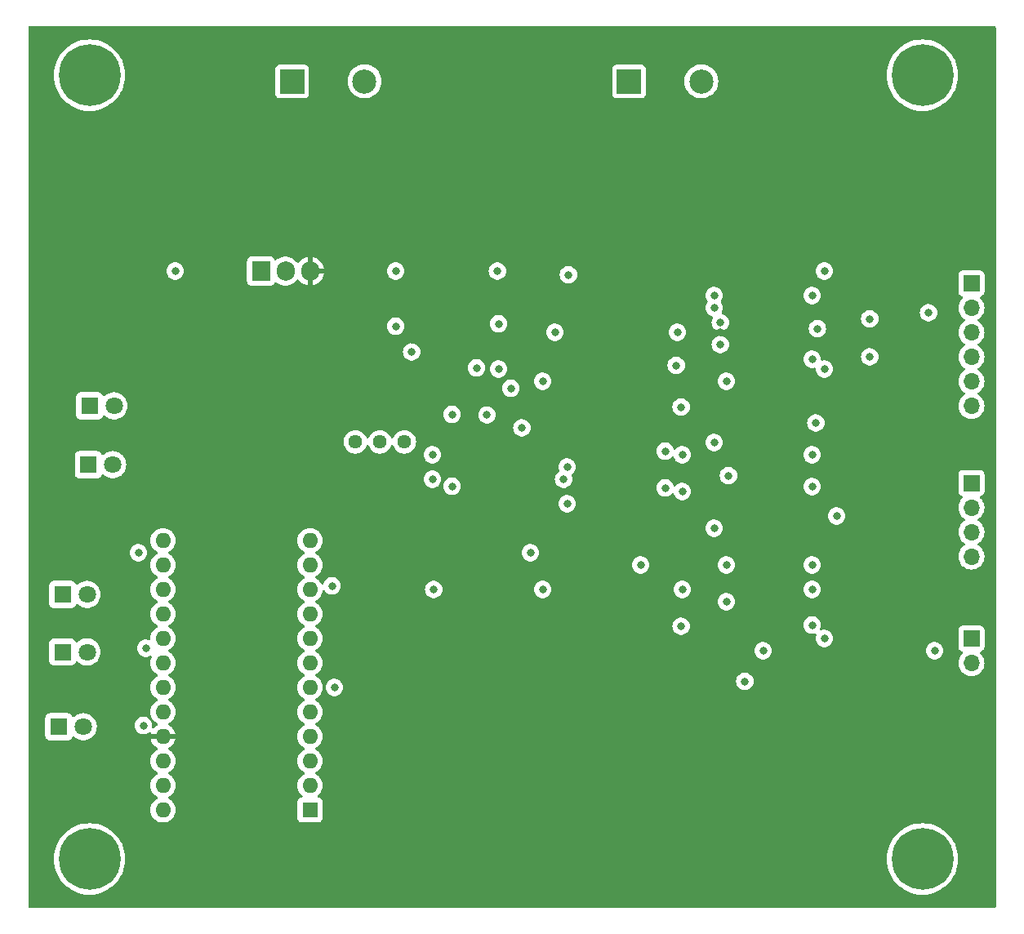
<source format=gbr>
%TF.GenerationSoftware,KiCad,Pcbnew,7.0.9-7.0.9~ubuntu22.04.1*%
%TF.CreationDate,2023-12-12T13:16:01-05:00*%
%TF.ProjectId,monitor_board,6d6f6e69-746f-4725-9f62-6f6172642e6b,rev?*%
%TF.SameCoordinates,Original*%
%TF.FileFunction,Copper,L3,Inr*%
%TF.FilePolarity,Positive*%
%FSLAX46Y46*%
G04 Gerber Fmt 4.6, Leading zero omitted, Abs format (unit mm)*
G04 Created by KiCad (PCBNEW 7.0.9-7.0.9~ubuntu22.04.1) date 2023-12-12 13:16:01*
%MOMM*%
%LPD*%
G01*
G04 APERTURE LIST*
%TA.AperFunction,ComponentPad*%
%ADD10R,1.800000X1.800000*%
%TD*%
%TA.AperFunction,ComponentPad*%
%ADD11C,1.800000*%
%TD*%
%TA.AperFunction,ComponentPad*%
%ADD12C,6.400000*%
%TD*%
%TA.AperFunction,ComponentPad*%
%ADD13R,1.700000X1.700000*%
%TD*%
%TA.AperFunction,ComponentPad*%
%ADD14O,1.700000X1.700000*%
%TD*%
%TA.AperFunction,ComponentPad*%
%ADD15R,1.905000X2.000000*%
%TD*%
%TA.AperFunction,ComponentPad*%
%ADD16O,1.905000X2.000000*%
%TD*%
%TA.AperFunction,ComponentPad*%
%ADD17R,2.500000X2.500000*%
%TD*%
%TA.AperFunction,ComponentPad*%
%ADD18C,2.500000*%
%TD*%
%TA.AperFunction,ComponentPad*%
%ADD19R,1.600000X1.600000*%
%TD*%
%TA.AperFunction,ComponentPad*%
%ADD20O,1.600000X1.600000*%
%TD*%
%TA.AperFunction,ComponentPad*%
%ADD21C,1.440000*%
%TD*%
%TA.AperFunction,ViaPad*%
%ADD22C,0.800000*%
%TD*%
G04 APERTURE END LIST*
D10*
%TO.N,GND*%
%TO.C,LED3*%
X37841000Y-92837000D03*
D11*
%TO.N,Net-(LED3-A)*%
X40381000Y-92837000D03*
%TD*%
D10*
%TO.N,GND*%
%TO.C,5V*%
X40513000Y-73406000D03*
D11*
%TO.N,Net-(5V1-A)*%
X43053000Y-73406000D03*
%TD*%
D12*
%TO.N,unconnected-(H8-Pad1)*%
%TO.C,H8*%
X127000000Y-114300000D03*
%TD*%
D10*
%TO.N,GND*%
%TO.C,LED2*%
X37460000Y-100584000D03*
D11*
%TO.N,Net-(LED2-A)*%
X40000000Y-100584000D03*
%TD*%
D10*
%TO.N,GND*%
%TO.C,LED1*%
X37846000Y-86868000D03*
D11*
%TO.N,Net-(LED1-A)*%
X40386000Y-86868000D03*
%TD*%
D12*
%TO.N,unconnected-(H6-Pad1)*%
%TO.C,H6*%
X127000000Y-33020000D03*
%TD*%
D10*
%TO.N,GND*%
%TO.C,12V*%
X40640000Y-67310000D03*
D11*
%TO.N,Net-(12V1-A)*%
X43180000Y-67310000D03*
%TD*%
D13*
%TO.N,/ADC6*%
%TO.C,J1*%
X132080000Y-75311000D03*
D14*
%TO.N,/ADC7*%
X132080000Y-77851000D03*
%TO.N,/ADC8*%
X132080000Y-80391000D03*
%TO.N,GND*%
X132080000Y-82931000D03*
%TD*%
D15*
%TO.N,+12V*%
%TO.C,U3*%
X58420000Y-53340000D03*
D16*
%TO.N,GND*%
X60960000Y-53340000D03*
%TO.N,+5V*%
X63500000Y-53340000D03*
%TD*%
D17*
%TO.N,GND*%
%TO.C,J2*%
X96580000Y-33655000D03*
D18*
%TO.N,Net-(J2-Pin_2)*%
X104080000Y-33655000D03*
%TD*%
D13*
%TO.N,GND*%
%TO.C,J5*%
X132080000Y-91440000D03*
D14*
%TO.N,/ADC10*%
X132080000Y-93980000D03*
%TD*%
D19*
%TO.N,unconnected-(A1-D1{slash}TX-Pad1)*%
%TO.C,A1*%
X63505000Y-109225000D03*
D20*
%TO.N,unconnected-(A1-D0{slash}RX-Pad2)*%
X63505000Y-106685000D03*
%TO.N,unconnected-(A1-GND-Pad3)*%
X63505000Y-104145000D03*
%TO.N,GND*%
X63505000Y-101605000D03*
%TO.N,/SDA{slash}D2*%
X63505000Y-99065000D03*
%TO.N,/SCL{slash}D3*%
X63505000Y-96525000D03*
%TO.N,Net-(A1-D4)*%
X63505000Y-93985000D03*
%TO.N,/CH_A*%
X63505000Y-91445000D03*
%TO.N,Net-(A1-D6)*%
X63505000Y-88905000D03*
%TO.N,Net-(A1-D7)*%
X63505000Y-86365000D03*
%TO.N,unconnected-(A1-D8-Pad11)*%
X63505000Y-83825000D03*
%TO.N,unconnected-(A1-D9-Pad12)*%
X63505000Y-81285000D03*
%TO.N,unconnected-(A1-D10-Pad13)*%
X48265000Y-81285000D03*
%TO.N,/IN_ADR*%
X48265000Y-83825000D03*
%TO.N,Net-(A1-D14)*%
X48265000Y-86365000D03*
%TO.N,unconnected-(A1-D15-Pad16)*%
X48265000Y-88905000D03*
%TO.N,unconnected-(A1-A0-Pad17)*%
X48265000Y-91445000D03*
%TO.N,unconnected-(A1-A1-Pad18)*%
X48265000Y-93985000D03*
%TO.N,unconnected-(A1-A2-Pad19)*%
X48265000Y-96525000D03*
%TO.N,unconnected-(A1-A3-Pad20)*%
X48265000Y-99065000D03*
%TO.N,+5V*%
X48265000Y-101605000D03*
%TO.N,unconnected-(A1-~{RESET}-Pad22)*%
X48265000Y-104145000D03*
%TO.N,GND*%
X48265000Y-106685000D03*
%TO.N,N/C*%
X48265000Y-109225000D03*
%TD*%
D17*
%TO.N,GND*%
%TO.C,J4*%
X61655000Y-33655000D03*
D18*
%TO.N,+12V*%
X69155000Y-33655000D03*
%TD*%
D12*
%TO.N,unconnected-(H5-Pad1)*%
%TO.C,H5*%
X40640000Y-33020000D03*
%TD*%
%TO.N,unconnected-(H7-Pad1)*%
%TO.C,H7*%
X40640000Y-114300000D03*
%TD*%
D13*
%TO.N,/ADC0*%
%TO.C,J3*%
X132080000Y-54610000D03*
D14*
%TO.N,/ADC1*%
X132080000Y-57150000D03*
%TO.N,/ADC2*%
X132080000Y-59690000D03*
%TO.N,/ADC3*%
X132080000Y-62230000D03*
%TO.N,/ADC4*%
X132080000Y-64770000D03*
%TO.N,/ADC5*%
X132080000Y-67310000D03*
%TD*%
D21*
%TO.N,+12V*%
%TO.C,RV1*%
X73279000Y-71045000D03*
%TO.N,Net-(U4--)*%
X70739000Y-71045000D03*
%TO.N,GND*%
X68199000Y-71045000D03*
%TD*%
D22*
%TO.N,GND*%
X78232000Y-68199000D03*
X101981000Y-90170000D03*
X102108000Y-76200000D03*
X101600000Y-59690000D03*
X100330000Y-75819000D03*
X115570000Y-90043000D03*
X89789000Y-74930000D03*
X115570000Y-86360000D03*
X106045500Y-60960000D03*
X116115500Y-59309000D03*
X72390000Y-53340000D03*
X90297000Y-53721000D03*
X90170000Y-77470000D03*
X105410000Y-71120000D03*
X115570000Y-55880000D03*
X100330000Y-72009000D03*
X115570000Y-72390000D03*
X78232000Y-75654500D03*
X106680000Y-83820000D03*
X101473000Y-63119000D03*
X81847201Y-68258201D03*
X106896500Y-74549000D03*
X115570000Y-62484000D03*
X105410000Y-57150000D03*
X101981000Y-67437000D03*
X115570000Y-83820000D03*
X115951000Y-69088000D03*
X106680000Y-87630000D03*
X102108000Y-72390000D03*
X102108000Y-86360000D03*
X80772000Y-63373000D03*
X115570000Y-75692000D03*
X74041000Y-61722000D03*
X49530000Y-53340000D03*
%TO.N,/SDA{slash}D2*%
X106680000Y-64770000D03*
X105410000Y-80010000D03*
X110490000Y-92710000D03*
X105410000Y-55880000D03*
%TO.N,/SCL{slash}D3*%
X108585000Y-95885000D03*
X118110000Y-78740000D03*
X116840000Y-53340000D03*
X116840000Y-91440000D03*
X116840000Y-63500000D03*
X66040000Y-96520000D03*
%TO.N,Net-(A1-D4)*%
X46228000Y-100457000D03*
%TO.N,Net-(A1-D6)*%
X46482000Y-92456000D03*
%TO.N,Net-(A1-D7)*%
X65786000Y-85979000D03*
X76327000Y-86360000D03*
%TO.N,/IN_ADR*%
X45720000Y-82550000D03*
X86360000Y-82550000D03*
%TO.N,+5V*%
X106896500Y-76200000D03*
X74041000Y-60452000D03*
X96139000Y-66675000D03*
X106045000Y-59690000D03*
X105156000Y-73787000D03*
X78740000Y-78740000D03*
X106045000Y-62865000D03*
X117983000Y-48895000D03*
X105410000Y-88011000D03*
X114300000Y-48260000D03*
X106553000Y-90170000D03*
X51562000Y-73279000D03*
X100330000Y-69723000D03*
X70866000Y-63754000D03*
X68580000Y-55880000D03*
X115570000Y-88265000D03*
%TO.N,+12V*%
X84328000Y-65494500D03*
X83058000Y-58801000D03*
X82931000Y-53340000D03*
X85471000Y-69596000D03*
X83058000Y-63500000D03*
%TO.N,/ADC1*%
X127635000Y-57658000D03*
X106045500Y-58674000D03*
%TO.N,/ADC3*%
X121539000Y-62230000D03*
X121539000Y-58293000D03*
%TO.N,/ADC10*%
X128270000Y-92710000D03*
X87630000Y-86360000D03*
%TO.N,Net-(Q1-G)*%
X88900000Y-59690000D03*
X90170000Y-73660000D03*
%TO.N,/RT0*%
X87630000Y-64770000D03*
X72390000Y-59055000D03*
%TO.N,Net-(U4--)*%
X76200000Y-72390000D03*
%TO.N,/ADC9*%
X76200000Y-74930000D03*
X97790000Y-83820000D03*
%TD*%
%TA.AperFunction,Conductor*%
%TO.N,+5V*%
G36*
X134562539Y-27960185D02*
G01*
X134608294Y-28012989D01*
X134619500Y-28064500D01*
X134619500Y-119255500D01*
X134599815Y-119322539D01*
X134547011Y-119368294D01*
X134495500Y-119379500D01*
X34414500Y-119379500D01*
X34347461Y-119359815D01*
X34301706Y-119307011D01*
X34290500Y-119255500D01*
X34290500Y-114300000D01*
X36934422Y-114300000D01*
X36954722Y-114687339D01*
X37015397Y-115070427D01*
X37015397Y-115070429D01*
X37115788Y-115445094D01*
X37254787Y-115807197D01*
X37430877Y-116152793D01*
X37642122Y-116478082D01*
X37642124Y-116478084D01*
X37886219Y-116779516D01*
X38160484Y-117053781D01*
X38160488Y-117053784D01*
X38461917Y-117297877D01*
X38787206Y-117509122D01*
X38787211Y-117509125D01*
X39132806Y-117685214D01*
X39494913Y-117824214D01*
X39869567Y-117924602D01*
X40252662Y-117985278D01*
X40618576Y-118004455D01*
X40639999Y-118005578D01*
X40640000Y-118005578D01*
X40640001Y-118005578D01*
X40660301Y-118004514D01*
X41027338Y-117985278D01*
X41410433Y-117924602D01*
X41785087Y-117824214D01*
X42147194Y-117685214D01*
X42492789Y-117509125D01*
X42818084Y-117297876D01*
X43119516Y-117053781D01*
X43393781Y-116779516D01*
X43637876Y-116478084D01*
X43849125Y-116152789D01*
X44025214Y-115807194D01*
X44164214Y-115445087D01*
X44264602Y-115070433D01*
X44325278Y-114687338D01*
X44345578Y-114300000D01*
X123294422Y-114300000D01*
X123314722Y-114687339D01*
X123375397Y-115070427D01*
X123375397Y-115070429D01*
X123475788Y-115445094D01*
X123614787Y-115807197D01*
X123790877Y-116152793D01*
X124002122Y-116478082D01*
X124002124Y-116478084D01*
X124246219Y-116779516D01*
X124520484Y-117053781D01*
X124520488Y-117053784D01*
X124821917Y-117297877D01*
X125147206Y-117509122D01*
X125147211Y-117509125D01*
X125492806Y-117685214D01*
X125854913Y-117824214D01*
X126229567Y-117924602D01*
X126612662Y-117985278D01*
X126978576Y-118004455D01*
X126999999Y-118005578D01*
X127000000Y-118005578D01*
X127000001Y-118005578D01*
X127020301Y-118004514D01*
X127387338Y-117985278D01*
X127770433Y-117924602D01*
X128145087Y-117824214D01*
X128507194Y-117685214D01*
X128852789Y-117509125D01*
X129178084Y-117297876D01*
X129479516Y-117053781D01*
X129753781Y-116779516D01*
X129997876Y-116478084D01*
X130209125Y-116152789D01*
X130385214Y-115807194D01*
X130524214Y-115445087D01*
X130624602Y-115070433D01*
X130685278Y-114687338D01*
X130705578Y-114300000D01*
X130685278Y-113912662D01*
X130624602Y-113529567D01*
X130524214Y-113154913D01*
X130385214Y-112792806D01*
X130209125Y-112447211D01*
X129997876Y-112121916D01*
X129753781Y-111820484D01*
X129479516Y-111546219D01*
X129178084Y-111302124D01*
X129178082Y-111302122D01*
X128852793Y-111090877D01*
X128507197Y-110914787D01*
X128145094Y-110775788D01*
X128145087Y-110775786D01*
X127770433Y-110675398D01*
X127770429Y-110675397D01*
X127770428Y-110675397D01*
X127387339Y-110614722D01*
X127000001Y-110594422D01*
X126999999Y-110594422D01*
X126612660Y-110614722D01*
X126229572Y-110675397D01*
X126229570Y-110675397D01*
X125854905Y-110775788D01*
X125492802Y-110914787D01*
X125147206Y-111090877D01*
X124821917Y-111302122D01*
X124520488Y-111546215D01*
X124520480Y-111546222D01*
X124246222Y-111820480D01*
X124246215Y-111820488D01*
X124002122Y-112121917D01*
X123790877Y-112447206D01*
X123614787Y-112792802D01*
X123475788Y-113154905D01*
X123375397Y-113529570D01*
X123375397Y-113529572D01*
X123314722Y-113912660D01*
X123294422Y-114299999D01*
X123294422Y-114300000D01*
X44345578Y-114300000D01*
X44325278Y-113912662D01*
X44264602Y-113529567D01*
X44164214Y-113154913D01*
X44025214Y-112792806D01*
X43849125Y-112447211D01*
X43637876Y-112121916D01*
X43393781Y-111820484D01*
X43119516Y-111546219D01*
X42818084Y-111302124D01*
X42818082Y-111302122D01*
X42492793Y-111090877D01*
X42147197Y-110914787D01*
X41785094Y-110775788D01*
X41785087Y-110775786D01*
X41410433Y-110675398D01*
X41410429Y-110675397D01*
X41410428Y-110675397D01*
X41027339Y-110614722D01*
X40640001Y-110594422D01*
X40639999Y-110594422D01*
X40252660Y-110614722D01*
X39869572Y-110675397D01*
X39869570Y-110675397D01*
X39494905Y-110775788D01*
X39132802Y-110914787D01*
X38787206Y-111090877D01*
X38461917Y-111302122D01*
X38160488Y-111546215D01*
X38160480Y-111546222D01*
X37886222Y-111820480D01*
X37886215Y-111820488D01*
X37642122Y-112121917D01*
X37430877Y-112447206D01*
X37254787Y-112792802D01*
X37115788Y-113154905D01*
X37015397Y-113529570D01*
X37015397Y-113529572D01*
X36954722Y-113912660D01*
X36934422Y-114299999D01*
X36934422Y-114300000D01*
X34290500Y-114300000D01*
X34290500Y-101531870D01*
X36059500Y-101531870D01*
X36059501Y-101531876D01*
X36065908Y-101591483D01*
X36116202Y-101726328D01*
X36116206Y-101726335D01*
X36202452Y-101841544D01*
X36202455Y-101841547D01*
X36317664Y-101927793D01*
X36317671Y-101927797D01*
X36452517Y-101978091D01*
X36452516Y-101978091D01*
X36459444Y-101978835D01*
X36512127Y-101984500D01*
X38407872Y-101984499D01*
X38467483Y-101978091D01*
X38602331Y-101927796D01*
X38717546Y-101841546D01*
X38803796Y-101726331D01*
X38832455Y-101649493D01*
X38874326Y-101593559D01*
X38939790Y-101569141D01*
X39008063Y-101583992D01*
X39039866Y-101608843D01*
X39047302Y-101616920D01*
X39048215Y-101617912D01*
X39048222Y-101617918D01*
X39231365Y-101760464D01*
X39231371Y-101760468D01*
X39231374Y-101760470D01*
X39435497Y-101870936D01*
X39549487Y-101910068D01*
X39655015Y-101946297D01*
X39655017Y-101946297D01*
X39655019Y-101946298D01*
X39883951Y-101984500D01*
X39883952Y-101984500D01*
X40116048Y-101984500D01*
X40116049Y-101984500D01*
X40344981Y-101946298D01*
X40564503Y-101870936D01*
X40768626Y-101760470D01*
X40951784Y-101617913D01*
X41108979Y-101447153D01*
X41235924Y-101252849D01*
X41329157Y-101040300D01*
X41386134Y-100815305D01*
X41390231Y-100765861D01*
X41405300Y-100584006D01*
X41405300Y-100583993D01*
X41394777Y-100457000D01*
X45322540Y-100457000D01*
X45342326Y-100645256D01*
X45342327Y-100645259D01*
X45400818Y-100825277D01*
X45400821Y-100825284D01*
X45495467Y-100989216D01*
X45613630Y-101120449D01*
X45622129Y-101129888D01*
X45775265Y-101241148D01*
X45775270Y-101241151D01*
X45948192Y-101318142D01*
X45948197Y-101318144D01*
X46133354Y-101357500D01*
X46133355Y-101357500D01*
X46322644Y-101357500D01*
X46322646Y-101357500D01*
X46507803Y-101318144D01*
X46680730Y-101241151D01*
X46814547Y-101143927D01*
X46880349Y-101120449D01*
X46948403Y-101136274D01*
X46997098Y-101186380D01*
X47010974Y-101254858D01*
X47007204Y-101276340D01*
X46986127Y-101354999D01*
X46986128Y-101355000D01*
X47949314Y-101355000D01*
X47937359Y-101366955D01*
X47879835Y-101479852D01*
X47860014Y-101605000D01*
X47879835Y-101730148D01*
X47937359Y-101843045D01*
X47949314Y-101855000D01*
X46986128Y-101855000D01*
X47038730Y-102051317D01*
X47038734Y-102051326D01*
X47134865Y-102257482D01*
X47265342Y-102443820D01*
X47426179Y-102604657D01*
X47612518Y-102735134D01*
X47612520Y-102735135D01*
X47670865Y-102762342D01*
X47723305Y-102808514D01*
X47742457Y-102875707D01*
X47722242Y-102942589D01*
X47670867Y-102987105D01*
X47612268Y-103014431D01*
X47612264Y-103014433D01*
X47425858Y-103144954D01*
X47264954Y-103305858D01*
X47134432Y-103492265D01*
X47134431Y-103492267D01*
X47038261Y-103698502D01*
X47038258Y-103698511D01*
X46979366Y-103918302D01*
X46979364Y-103918313D01*
X46959532Y-104144998D01*
X46959532Y-104145001D01*
X46979364Y-104371686D01*
X46979366Y-104371697D01*
X47038258Y-104591488D01*
X47038261Y-104591497D01*
X47134431Y-104797732D01*
X47134432Y-104797734D01*
X47264954Y-104984141D01*
X47425858Y-105145045D01*
X47425861Y-105145047D01*
X47612266Y-105275568D01*
X47670275Y-105302618D01*
X47722714Y-105348791D01*
X47741866Y-105415984D01*
X47721650Y-105482865D01*
X47670275Y-105527382D01*
X47612267Y-105554431D01*
X47612265Y-105554432D01*
X47425858Y-105684954D01*
X47264954Y-105845858D01*
X47134432Y-106032265D01*
X47134431Y-106032267D01*
X47038261Y-106238502D01*
X47038258Y-106238511D01*
X46979366Y-106458302D01*
X46979364Y-106458313D01*
X46959532Y-106684998D01*
X46959532Y-106685001D01*
X46979364Y-106911686D01*
X46979366Y-106911697D01*
X47038258Y-107131488D01*
X47038261Y-107131497D01*
X47134431Y-107337732D01*
X47134432Y-107337734D01*
X47264954Y-107524141D01*
X47425858Y-107685045D01*
X47465914Y-107713092D01*
X47612266Y-107815568D01*
X47635384Y-107826348D01*
X47670275Y-107842618D01*
X47722714Y-107888791D01*
X47741866Y-107955984D01*
X47721650Y-108022865D01*
X47670275Y-108067381D01*
X47670118Y-108067455D01*
X47612267Y-108094431D01*
X47612265Y-108094432D01*
X47425858Y-108224954D01*
X47264954Y-108385858D01*
X47134432Y-108572265D01*
X47134431Y-108572267D01*
X47038261Y-108778502D01*
X47038258Y-108778511D01*
X46979366Y-108998302D01*
X46979364Y-108998313D01*
X46959532Y-109224998D01*
X46959532Y-109225001D01*
X46979364Y-109451686D01*
X46979366Y-109451697D01*
X47038258Y-109671488D01*
X47038261Y-109671497D01*
X47134431Y-109877732D01*
X47134432Y-109877734D01*
X47264954Y-110064141D01*
X47425858Y-110225045D01*
X47425861Y-110225047D01*
X47612266Y-110355568D01*
X47818504Y-110451739D01*
X48038308Y-110510635D01*
X48200230Y-110524801D01*
X48264998Y-110530468D01*
X48265000Y-110530468D01*
X48265002Y-110530468D01*
X48321807Y-110525498D01*
X48491692Y-110510635D01*
X48711496Y-110451739D01*
X48917734Y-110355568D01*
X49104139Y-110225047D01*
X49265047Y-110064139D01*
X49395568Y-109877734D01*
X49491739Y-109671496D01*
X49550635Y-109451692D01*
X49570468Y-109225000D01*
X49550635Y-108998308D01*
X49491739Y-108778504D01*
X49395568Y-108572266D01*
X49265047Y-108385861D01*
X49265045Y-108385858D01*
X49104141Y-108224954D01*
X48917734Y-108094432D01*
X48917728Y-108094429D01*
X48859882Y-108067455D01*
X48859724Y-108067381D01*
X48807285Y-108021210D01*
X48788133Y-107954017D01*
X48808348Y-107887135D01*
X48859725Y-107842618D01*
X48917734Y-107815568D01*
X49104139Y-107685047D01*
X49265047Y-107524139D01*
X49395568Y-107337734D01*
X49491739Y-107131496D01*
X49550635Y-106911692D01*
X49570468Y-106685001D01*
X62199532Y-106685001D01*
X62219364Y-106911686D01*
X62219366Y-106911697D01*
X62278258Y-107131488D01*
X62278261Y-107131497D01*
X62374431Y-107337732D01*
X62374432Y-107337734D01*
X62504954Y-107524141D01*
X62665858Y-107685045D01*
X62690462Y-107702273D01*
X62734087Y-107756849D01*
X62741281Y-107826348D01*
X62709758Y-107888703D01*
X62649529Y-107924117D01*
X62632593Y-107927138D01*
X62597516Y-107930908D01*
X62462671Y-107981202D01*
X62462664Y-107981206D01*
X62347455Y-108067452D01*
X62347452Y-108067455D01*
X62261206Y-108182664D01*
X62261202Y-108182671D01*
X62210908Y-108317517D01*
X62204501Y-108377116D01*
X62204501Y-108377123D01*
X62204500Y-108377135D01*
X62204500Y-110072870D01*
X62204501Y-110072876D01*
X62210908Y-110132483D01*
X62261202Y-110267328D01*
X62261206Y-110267335D01*
X62347452Y-110382544D01*
X62347455Y-110382547D01*
X62462664Y-110468793D01*
X62462671Y-110468797D01*
X62597517Y-110519091D01*
X62597516Y-110519091D01*
X62604444Y-110519835D01*
X62657127Y-110525500D01*
X64352872Y-110525499D01*
X64412483Y-110519091D01*
X64547331Y-110468796D01*
X64662546Y-110382546D01*
X64748796Y-110267331D01*
X64799091Y-110132483D01*
X64805500Y-110072873D01*
X64805499Y-108377128D01*
X64799091Y-108317517D01*
X64764567Y-108224954D01*
X64748797Y-108182671D01*
X64748793Y-108182664D01*
X64662547Y-108067455D01*
X64662544Y-108067452D01*
X64547335Y-107981206D01*
X64547328Y-107981202D01*
X64412482Y-107930908D01*
X64412483Y-107930908D01*
X64377404Y-107927137D01*
X64312853Y-107900399D01*
X64273005Y-107843006D01*
X64270512Y-107773181D01*
X64306165Y-107713092D01*
X64319539Y-107702272D01*
X64344140Y-107685046D01*
X64505045Y-107524141D01*
X64505047Y-107524139D01*
X64635568Y-107337734D01*
X64731739Y-107131496D01*
X64790635Y-106911692D01*
X64810468Y-106685000D01*
X64790635Y-106458308D01*
X64731739Y-106238504D01*
X64635568Y-106032266D01*
X64505047Y-105845861D01*
X64505045Y-105845858D01*
X64344141Y-105684954D01*
X64157734Y-105554432D01*
X64157728Y-105554429D01*
X64099725Y-105527382D01*
X64047285Y-105481210D01*
X64028133Y-105414017D01*
X64048348Y-105347135D01*
X64099725Y-105302618D01*
X64157734Y-105275568D01*
X64344139Y-105145047D01*
X64505047Y-104984139D01*
X64635568Y-104797734D01*
X64731739Y-104591496D01*
X64790635Y-104371692D01*
X64810468Y-104145000D01*
X64790635Y-103918308D01*
X64731739Y-103698504D01*
X64635568Y-103492266D01*
X64505047Y-103305861D01*
X64505045Y-103305858D01*
X64344141Y-103144954D01*
X64157734Y-103014432D01*
X64157728Y-103014429D01*
X64099725Y-102987382D01*
X64047285Y-102941210D01*
X64028133Y-102874017D01*
X64048348Y-102807135D01*
X64099725Y-102762618D01*
X64100319Y-102762341D01*
X64157734Y-102735568D01*
X64344139Y-102605047D01*
X64505047Y-102444139D01*
X64635568Y-102257734D01*
X64731739Y-102051496D01*
X64790635Y-101831692D01*
X64810468Y-101605000D01*
X64809285Y-101591483D01*
X64796658Y-101447153D01*
X64790635Y-101378308D01*
X64731739Y-101158504D01*
X64635568Y-100952266D01*
X64505047Y-100765861D01*
X64505045Y-100765858D01*
X64344141Y-100604954D01*
X64157734Y-100474432D01*
X64157728Y-100474429D01*
X64099725Y-100447382D01*
X64047285Y-100401210D01*
X64028133Y-100334017D01*
X64048348Y-100267135D01*
X64099725Y-100222618D01*
X64157734Y-100195568D01*
X64344139Y-100065047D01*
X64505047Y-99904139D01*
X64635568Y-99717734D01*
X64731739Y-99511496D01*
X64790635Y-99291692D01*
X64810468Y-99065000D01*
X64790635Y-98838308D01*
X64731739Y-98618504D01*
X64635568Y-98412266D01*
X64505047Y-98225861D01*
X64505045Y-98225858D01*
X64344141Y-98064954D01*
X64157734Y-97934432D01*
X64157728Y-97934429D01*
X64099725Y-97907382D01*
X64047285Y-97861210D01*
X64028133Y-97794017D01*
X64048348Y-97727135D01*
X64099725Y-97682618D01*
X64157734Y-97655568D01*
X64344139Y-97525047D01*
X64505047Y-97364139D01*
X64635568Y-97177734D01*
X64731739Y-96971496D01*
X64790635Y-96751692D01*
X64810468Y-96525000D01*
X64810031Y-96520000D01*
X65134540Y-96520000D01*
X65154326Y-96708256D01*
X65154327Y-96708259D01*
X65212818Y-96888277D01*
X65212821Y-96888284D01*
X65307467Y-97052216D01*
X65420484Y-97177734D01*
X65434129Y-97192888D01*
X65587265Y-97304148D01*
X65587270Y-97304151D01*
X65760192Y-97381142D01*
X65760197Y-97381144D01*
X65945354Y-97420500D01*
X65945355Y-97420500D01*
X66134644Y-97420500D01*
X66134646Y-97420500D01*
X66319803Y-97381144D01*
X66492730Y-97304151D01*
X66645871Y-97192888D01*
X66772533Y-97052216D01*
X66867179Y-96888284D01*
X66925674Y-96708256D01*
X66945460Y-96520000D01*
X66925674Y-96331744D01*
X66867179Y-96151716D01*
X66772533Y-95987784D01*
X66679986Y-95885000D01*
X107679540Y-95885000D01*
X107699326Y-96073256D01*
X107699327Y-96073259D01*
X107757818Y-96253277D01*
X107757821Y-96253284D01*
X107852467Y-96417216D01*
X107979129Y-96557888D01*
X108132265Y-96669148D01*
X108132270Y-96669151D01*
X108305192Y-96746142D01*
X108305197Y-96746144D01*
X108490354Y-96785500D01*
X108490355Y-96785500D01*
X108679644Y-96785500D01*
X108679646Y-96785500D01*
X108864803Y-96746144D01*
X109037730Y-96669151D01*
X109190871Y-96557888D01*
X109317533Y-96417216D01*
X109412179Y-96253284D01*
X109470674Y-96073256D01*
X109490460Y-95885000D01*
X109470674Y-95696744D01*
X109412179Y-95516716D01*
X109317533Y-95352784D01*
X109190871Y-95212112D01*
X109190358Y-95211739D01*
X109037734Y-95100851D01*
X109037729Y-95100848D01*
X108864807Y-95023857D01*
X108864802Y-95023855D01*
X108682219Y-94985047D01*
X108679646Y-94984500D01*
X108490354Y-94984500D01*
X108487781Y-94985047D01*
X108305197Y-95023855D01*
X108305192Y-95023857D01*
X108132270Y-95100848D01*
X108132265Y-95100851D01*
X107979129Y-95212111D01*
X107852466Y-95352785D01*
X107757821Y-95516715D01*
X107757818Y-95516722D01*
X107711636Y-95658857D01*
X107699326Y-95696744D01*
X107679540Y-95885000D01*
X66679986Y-95885000D01*
X66645871Y-95847112D01*
X66645870Y-95847111D01*
X66492734Y-95735851D01*
X66492729Y-95735848D01*
X66319807Y-95658857D01*
X66319802Y-95658855D01*
X66174001Y-95627865D01*
X66134646Y-95619500D01*
X65945354Y-95619500D01*
X65912897Y-95626398D01*
X65760197Y-95658855D01*
X65760192Y-95658857D01*
X65587270Y-95735848D01*
X65587265Y-95735851D01*
X65434129Y-95847111D01*
X65307466Y-95987785D01*
X65212821Y-96151715D01*
X65212818Y-96151722D01*
X65179819Y-96253284D01*
X65154326Y-96331744D01*
X65134540Y-96520000D01*
X64810031Y-96520000D01*
X64790635Y-96298308D01*
X64731739Y-96078504D01*
X64635568Y-95872266D01*
X64512667Y-95696744D01*
X64505045Y-95685858D01*
X64344141Y-95524954D01*
X64157734Y-95394432D01*
X64157728Y-95394429D01*
X64099725Y-95367382D01*
X64047285Y-95321210D01*
X64028133Y-95254017D01*
X64048348Y-95187135D01*
X64099725Y-95142618D01*
X64157734Y-95115568D01*
X64344139Y-94985047D01*
X64505047Y-94824139D01*
X64635568Y-94637734D01*
X64731739Y-94431496D01*
X64790635Y-94211692D01*
X64810468Y-93985000D01*
X64810030Y-93980000D01*
X130724341Y-93980000D01*
X130744936Y-94215403D01*
X130744938Y-94215413D01*
X130806094Y-94443655D01*
X130806096Y-94443659D01*
X130806097Y-94443663D01*
X130896593Y-94637732D01*
X130905965Y-94657830D01*
X130905967Y-94657834D01*
X131014281Y-94812521D01*
X131041505Y-94851401D01*
X131208599Y-95018495D01*
X131216257Y-95023857D01*
X131402165Y-95154032D01*
X131402167Y-95154033D01*
X131402170Y-95154035D01*
X131616337Y-95253903D01*
X131844592Y-95315063D01*
X132032918Y-95331539D01*
X132079999Y-95335659D01*
X132080000Y-95335659D01*
X132080001Y-95335659D01*
X132119234Y-95332226D01*
X132315408Y-95315063D01*
X132543663Y-95253903D01*
X132757830Y-95154035D01*
X132951401Y-95018495D01*
X133118495Y-94851401D01*
X133254035Y-94657830D01*
X133353903Y-94443663D01*
X133415063Y-94215408D01*
X133435659Y-93980000D01*
X133435600Y-93979331D01*
X133426115Y-93870912D01*
X133415063Y-93744592D01*
X133368588Y-93571142D01*
X133353905Y-93516344D01*
X133353904Y-93516343D01*
X133353903Y-93516337D01*
X133254035Y-93302171D01*
X133247823Y-93293300D01*
X133118496Y-93108600D01*
X133078193Y-93068297D01*
X132996567Y-92986671D01*
X132963084Y-92925351D01*
X132968068Y-92855659D01*
X133009939Y-92799725D01*
X133040915Y-92782810D01*
X133172331Y-92733796D01*
X133287546Y-92647546D01*
X133373796Y-92532331D01*
X133424091Y-92397483D01*
X133430500Y-92337873D01*
X133430499Y-90542128D01*
X133424091Y-90482517D01*
X133404526Y-90430061D01*
X133373797Y-90347671D01*
X133373793Y-90347664D01*
X133287547Y-90232455D01*
X133287544Y-90232452D01*
X133172335Y-90146206D01*
X133172328Y-90146202D01*
X133037482Y-90095908D01*
X133037483Y-90095908D01*
X132977883Y-90089501D01*
X132977881Y-90089500D01*
X132977873Y-90089500D01*
X132977864Y-90089500D01*
X131182129Y-90089500D01*
X131182123Y-90089501D01*
X131122516Y-90095908D01*
X130987671Y-90146202D01*
X130987664Y-90146206D01*
X130872455Y-90232452D01*
X130872452Y-90232455D01*
X130786206Y-90347664D01*
X130786202Y-90347671D01*
X130735908Y-90482517D01*
X130729914Y-90538277D01*
X130729501Y-90542123D01*
X130729500Y-90542135D01*
X130729500Y-92337870D01*
X130729501Y-92337876D01*
X130735908Y-92397483D01*
X130786202Y-92532328D01*
X130786206Y-92532335D01*
X130872452Y-92647544D01*
X130872455Y-92647547D01*
X130987664Y-92733793D01*
X130987671Y-92733797D01*
X131119081Y-92782810D01*
X131175015Y-92824681D01*
X131199432Y-92890145D01*
X131184580Y-92958418D01*
X131163430Y-92986673D01*
X131041503Y-93108600D01*
X130905965Y-93302169D01*
X130905964Y-93302171D01*
X130806098Y-93516335D01*
X130806094Y-93516344D01*
X130744938Y-93744586D01*
X130744936Y-93744596D01*
X130724341Y-93979999D01*
X130724341Y-93980000D01*
X64810030Y-93980000D01*
X64810030Y-93979999D01*
X64800487Y-93870913D01*
X64790635Y-93758308D01*
X64731739Y-93538504D01*
X64635568Y-93332266D01*
X64505047Y-93145861D01*
X64505045Y-93145858D01*
X64344141Y-92984954D01*
X64157734Y-92854432D01*
X64157728Y-92854429D01*
X64099725Y-92827382D01*
X64047285Y-92781210D01*
X64028133Y-92714017D01*
X64029347Y-92710000D01*
X109584540Y-92710000D01*
X109604326Y-92898256D01*
X109604327Y-92898259D01*
X109662818Y-93078277D01*
X109662821Y-93078284D01*
X109757467Y-93242216D01*
X109811451Y-93302171D01*
X109884129Y-93382888D01*
X110037265Y-93494148D01*
X110037270Y-93494151D01*
X110210192Y-93571142D01*
X110210197Y-93571144D01*
X110395354Y-93610500D01*
X110395355Y-93610500D01*
X110584644Y-93610500D01*
X110584646Y-93610500D01*
X110769803Y-93571144D01*
X110942730Y-93494151D01*
X111095871Y-93382888D01*
X111222533Y-93242216D01*
X111317179Y-93078284D01*
X111375674Y-92898256D01*
X111395460Y-92710000D01*
X127364540Y-92710000D01*
X127384326Y-92898256D01*
X127384327Y-92898259D01*
X127442818Y-93078277D01*
X127442821Y-93078284D01*
X127537467Y-93242216D01*
X127591451Y-93302171D01*
X127664129Y-93382888D01*
X127817265Y-93494148D01*
X127817270Y-93494151D01*
X127990192Y-93571142D01*
X127990197Y-93571144D01*
X128175354Y-93610500D01*
X128175355Y-93610500D01*
X128364644Y-93610500D01*
X128364646Y-93610500D01*
X128549803Y-93571144D01*
X128722730Y-93494151D01*
X128875871Y-93382888D01*
X129002533Y-93242216D01*
X129097179Y-93078284D01*
X129155674Y-92898256D01*
X129175460Y-92710000D01*
X129155674Y-92521744D01*
X129097179Y-92341716D01*
X129002533Y-92177784D01*
X128875871Y-92037112D01*
X128853095Y-92020564D01*
X128722734Y-91925851D01*
X128722729Y-91925848D01*
X128549807Y-91848857D01*
X128549802Y-91848855D01*
X128404001Y-91817865D01*
X128364646Y-91809500D01*
X128175354Y-91809500D01*
X128142897Y-91816398D01*
X127990197Y-91848855D01*
X127990192Y-91848857D01*
X127817270Y-91925848D01*
X127817265Y-91925851D01*
X127664129Y-92037111D01*
X127537466Y-92177785D01*
X127442821Y-92341715D01*
X127442818Y-92341722D01*
X127384327Y-92521740D01*
X127384326Y-92521744D01*
X127364540Y-92710000D01*
X111395460Y-92710000D01*
X111375674Y-92521744D01*
X111317179Y-92341716D01*
X111222533Y-92177784D01*
X111095871Y-92037112D01*
X111073095Y-92020564D01*
X110942734Y-91925851D01*
X110942729Y-91925848D01*
X110769807Y-91848857D01*
X110769802Y-91848855D01*
X110624001Y-91817865D01*
X110584646Y-91809500D01*
X110395354Y-91809500D01*
X110362897Y-91816398D01*
X110210197Y-91848855D01*
X110210192Y-91848857D01*
X110037270Y-91925848D01*
X110037265Y-91925851D01*
X109884129Y-92037111D01*
X109757466Y-92177785D01*
X109662821Y-92341715D01*
X109662818Y-92341722D01*
X109604327Y-92521740D01*
X109604326Y-92521744D01*
X109584540Y-92710000D01*
X64029347Y-92710000D01*
X64048348Y-92647135D01*
X64099725Y-92602618D01*
X64157734Y-92575568D01*
X64344139Y-92445047D01*
X64505047Y-92284139D01*
X64635568Y-92097734D01*
X64731739Y-91891496D01*
X64790635Y-91671692D01*
X64810468Y-91445000D01*
X64809724Y-91436501D01*
X64790635Y-91218313D01*
X64790635Y-91218308D01*
X64731739Y-90998504D01*
X64635568Y-90792266D01*
X64505047Y-90605861D01*
X64505045Y-90605858D01*
X64344141Y-90444954D01*
X64157734Y-90314432D01*
X64157728Y-90314429D01*
X64099725Y-90287382D01*
X64047285Y-90241210D01*
X64028133Y-90174017D01*
X64029347Y-90170000D01*
X101075540Y-90170000D01*
X101095326Y-90358256D01*
X101095327Y-90358259D01*
X101153818Y-90538277D01*
X101153821Y-90538284D01*
X101248467Y-90702216D01*
X101306899Y-90767111D01*
X101375129Y-90842888D01*
X101528265Y-90954148D01*
X101528270Y-90954151D01*
X101701192Y-91031142D01*
X101701197Y-91031144D01*
X101886354Y-91070500D01*
X101886355Y-91070500D01*
X102075644Y-91070500D01*
X102075646Y-91070500D01*
X102260803Y-91031144D01*
X102433730Y-90954151D01*
X102586871Y-90842888D01*
X102713533Y-90702216D01*
X102808179Y-90538284D01*
X102866674Y-90358256D01*
X102886460Y-90170000D01*
X102873112Y-90043000D01*
X114664540Y-90043000D01*
X114684326Y-90231256D01*
X114684327Y-90231259D01*
X114742818Y-90411277D01*
X114742821Y-90411284D01*
X114837467Y-90575216D01*
X114951817Y-90702214D01*
X114964129Y-90715888D01*
X115117265Y-90827148D01*
X115117270Y-90827151D01*
X115290192Y-90904142D01*
X115290197Y-90904144D01*
X115475354Y-90943500D01*
X115475355Y-90943500D01*
X115664644Y-90943500D01*
X115664646Y-90943500D01*
X115849803Y-90904144D01*
X115851072Y-90903578D01*
X115851873Y-90903471D01*
X115855987Y-90902135D01*
X115856231Y-90902886D01*
X115920321Y-90894292D01*
X115983598Y-90923918D01*
X116020814Y-90983052D01*
X116020152Y-91052918D01*
X116014789Y-91067296D01*
X116012820Y-91071717D01*
X115965192Y-91218302D01*
X115954326Y-91251744D01*
X115934540Y-91440000D01*
X115954326Y-91628256D01*
X115954327Y-91628259D01*
X116012818Y-91808277D01*
X116012821Y-91808284D01*
X116107467Y-91972216D01*
X116220484Y-92097734D01*
X116234129Y-92112888D01*
X116387265Y-92224148D01*
X116387270Y-92224151D01*
X116560192Y-92301142D01*
X116560197Y-92301144D01*
X116745354Y-92340500D01*
X116745355Y-92340500D01*
X116934644Y-92340500D01*
X116934646Y-92340500D01*
X117119803Y-92301144D01*
X117292730Y-92224151D01*
X117445871Y-92112888D01*
X117572533Y-91972216D01*
X117667179Y-91808284D01*
X117725674Y-91628256D01*
X117745460Y-91440000D01*
X117725674Y-91251744D01*
X117667179Y-91071716D01*
X117572533Y-90907784D01*
X117445871Y-90767112D01*
X117445870Y-90767111D01*
X117292734Y-90655851D01*
X117292729Y-90655848D01*
X117119807Y-90578857D01*
X117119802Y-90578855D01*
X116974001Y-90547865D01*
X116934646Y-90539500D01*
X116745354Y-90539500D01*
X116712897Y-90546398D01*
X116560197Y-90578855D01*
X116560187Y-90578858D01*
X116558909Y-90579428D01*
X116558104Y-90579535D01*
X116554013Y-90580865D01*
X116553769Y-90580116D01*
X116489658Y-90588704D01*
X116426385Y-90559067D01*
X116389179Y-90499927D01*
X116389853Y-90430061D01*
X116395216Y-90415690D01*
X116397172Y-90411295D01*
X116397179Y-90411284D01*
X116455674Y-90231256D01*
X116475460Y-90043000D01*
X116455674Y-89854744D01*
X116397179Y-89674716D01*
X116302533Y-89510784D01*
X116175871Y-89370112D01*
X116150250Y-89351497D01*
X116022734Y-89258851D01*
X116022729Y-89258848D01*
X115849807Y-89181857D01*
X115849802Y-89181855D01*
X115704001Y-89150865D01*
X115664646Y-89142500D01*
X115475354Y-89142500D01*
X115442897Y-89149398D01*
X115290197Y-89181855D01*
X115290192Y-89181857D01*
X115117270Y-89258848D01*
X115117265Y-89258851D01*
X114964129Y-89370111D01*
X114837466Y-89510785D01*
X114742821Y-89674715D01*
X114742818Y-89674722D01*
X114684327Y-89854740D01*
X114684326Y-89854744D01*
X114664540Y-90043000D01*
X102873112Y-90043000D01*
X102866674Y-89981744D01*
X102808179Y-89801716D01*
X102713533Y-89637784D01*
X102586871Y-89497112D01*
X102586870Y-89497111D01*
X102433734Y-89385851D01*
X102433729Y-89385848D01*
X102260807Y-89308857D01*
X102260802Y-89308855D01*
X102115001Y-89277865D01*
X102075646Y-89269500D01*
X101886354Y-89269500D01*
X101853897Y-89276398D01*
X101701197Y-89308855D01*
X101701192Y-89308857D01*
X101528270Y-89385848D01*
X101528265Y-89385851D01*
X101375129Y-89497111D01*
X101248466Y-89637785D01*
X101153821Y-89801715D01*
X101153818Y-89801722D01*
X101095327Y-89981740D01*
X101095326Y-89981744D01*
X101075540Y-90170000D01*
X64029347Y-90170000D01*
X64048348Y-90107135D01*
X64099725Y-90062618D01*
X64157734Y-90035568D01*
X64344139Y-89905047D01*
X64505047Y-89744139D01*
X64635568Y-89557734D01*
X64731739Y-89351496D01*
X64790635Y-89131692D01*
X64810468Y-88905000D01*
X64790635Y-88678308D01*
X64731739Y-88458504D01*
X64635568Y-88252266D01*
X64505047Y-88065861D01*
X64505045Y-88065858D01*
X64344141Y-87904954D01*
X64157734Y-87774432D01*
X64157728Y-87774429D01*
X64099725Y-87747382D01*
X64047285Y-87701210D01*
X64028133Y-87634017D01*
X64029347Y-87630000D01*
X105774540Y-87630000D01*
X105794326Y-87818256D01*
X105794327Y-87818259D01*
X105852818Y-87998277D01*
X105852821Y-87998284D01*
X105947467Y-88162216D01*
X106028548Y-88252265D01*
X106074129Y-88302888D01*
X106227265Y-88414148D01*
X106227270Y-88414151D01*
X106400192Y-88491142D01*
X106400197Y-88491144D01*
X106585354Y-88530500D01*
X106585355Y-88530500D01*
X106774644Y-88530500D01*
X106774646Y-88530500D01*
X106959803Y-88491144D01*
X107132730Y-88414151D01*
X107285871Y-88302888D01*
X107412533Y-88162216D01*
X107507179Y-87998284D01*
X107565674Y-87818256D01*
X107585460Y-87630000D01*
X107565674Y-87441744D01*
X107507179Y-87261716D01*
X107412533Y-87097784D01*
X107285871Y-86957112D01*
X107285870Y-86957111D01*
X107132734Y-86845851D01*
X107132729Y-86845848D01*
X106959807Y-86768857D01*
X106959802Y-86768855D01*
X106814001Y-86737865D01*
X106774646Y-86729500D01*
X106585354Y-86729500D01*
X106552897Y-86736398D01*
X106400197Y-86768855D01*
X106400192Y-86768857D01*
X106227270Y-86845848D01*
X106227265Y-86845851D01*
X106074129Y-86957111D01*
X105947466Y-87097785D01*
X105852821Y-87261715D01*
X105852818Y-87261722D01*
X105794327Y-87441740D01*
X105794326Y-87441744D01*
X105774540Y-87630000D01*
X64029347Y-87630000D01*
X64048348Y-87567135D01*
X64099725Y-87522618D01*
X64157734Y-87495568D01*
X64344139Y-87365047D01*
X64505047Y-87204139D01*
X64635568Y-87017734D01*
X64731739Y-86811496D01*
X64790635Y-86591692D01*
X64797060Y-86518253D01*
X64822511Y-86453187D01*
X64879101Y-86412208D01*
X64948863Y-86408329D01*
X65009647Y-86442782D01*
X65027974Y-86467061D01*
X65053467Y-86511216D01*
X65180129Y-86651888D01*
X65333265Y-86763148D01*
X65333270Y-86763151D01*
X65506192Y-86840142D01*
X65506197Y-86840144D01*
X65691354Y-86879500D01*
X65691355Y-86879500D01*
X65880644Y-86879500D01*
X65880646Y-86879500D01*
X66065803Y-86840144D01*
X66238730Y-86763151D01*
X66391871Y-86651888D01*
X66518533Y-86511216D01*
X66605837Y-86360000D01*
X75421540Y-86360000D01*
X75441326Y-86548256D01*
X75441327Y-86548259D01*
X75499818Y-86728277D01*
X75499821Y-86728284D01*
X75594467Y-86892216D01*
X75707484Y-87017734D01*
X75721129Y-87032888D01*
X75874265Y-87144148D01*
X75874270Y-87144151D01*
X76047192Y-87221142D01*
X76047197Y-87221144D01*
X76232354Y-87260500D01*
X76232355Y-87260500D01*
X76421644Y-87260500D01*
X76421646Y-87260500D01*
X76606803Y-87221144D01*
X76779730Y-87144151D01*
X76932871Y-87032888D01*
X77059533Y-86892216D01*
X77154179Y-86728284D01*
X77212674Y-86548256D01*
X77232460Y-86360000D01*
X86724540Y-86360000D01*
X86744326Y-86548256D01*
X86744327Y-86548259D01*
X86802818Y-86728277D01*
X86802821Y-86728284D01*
X86897467Y-86892216D01*
X87010484Y-87017734D01*
X87024129Y-87032888D01*
X87177265Y-87144148D01*
X87177270Y-87144151D01*
X87350192Y-87221142D01*
X87350197Y-87221144D01*
X87535354Y-87260500D01*
X87535355Y-87260500D01*
X87724644Y-87260500D01*
X87724646Y-87260500D01*
X87909803Y-87221144D01*
X88082730Y-87144151D01*
X88235871Y-87032888D01*
X88362533Y-86892216D01*
X88457179Y-86728284D01*
X88515674Y-86548256D01*
X88535460Y-86360000D01*
X101202540Y-86360000D01*
X101222326Y-86548256D01*
X101222327Y-86548259D01*
X101280818Y-86728277D01*
X101280821Y-86728284D01*
X101375467Y-86892216D01*
X101488484Y-87017734D01*
X101502129Y-87032888D01*
X101655265Y-87144148D01*
X101655270Y-87144151D01*
X101828192Y-87221142D01*
X101828197Y-87221144D01*
X102013354Y-87260500D01*
X102013355Y-87260500D01*
X102202644Y-87260500D01*
X102202646Y-87260500D01*
X102387803Y-87221144D01*
X102560730Y-87144151D01*
X102713871Y-87032888D01*
X102840533Y-86892216D01*
X102935179Y-86728284D01*
X102993674Y-86548256D01*
X103013460Y-86360000D01*
X114664540Y-86360000D01*
X114684326Y-86548256D01*
X114684327Y-86548259D01*
X114742818Y-86728277D01*
X114742821Y-86728284D01*
X114837467Y-86892216D01*
X114950484Y-87017734D01*
X114964129Y-87032888D01*
X115117265Y-87144148D01*
X115117270Y-87144151D01*
X115290192Y-87221142D01*
X115290197Y-87221144D01*
X115475354Y-87260500D01*
X115475355Y-87260500D01*
X115664644Y-87260500D01*
X115664646Y-87260500D01*
X115849803Y-87221144D01*
X116022730Y-87144151D01*
X116175871Y-87032888D01*
X116302533Y-86892216D01*
X116397179Y-86728284D01*
X116455674Y-86548256D01*
X116475460Y-86360000D01*
X116455674Y-86171744D01*
X116397179Y-85991716D01*
X116302533Y-85827784D01*
X116175871Y-85687112D01*
X116175870Y-85687111D01*
X116022734Y-85575851D01*
X116022729Y-85575848D01*
X115849807Y-85498857D01*
X115849802Y-85498855D01*
X115702283Y-85467500D01*
X115664646Y-85459500D01*
X115475354Y-85459500D01*
X115442897Y-85466398D01*
X115290197Y-85498855D01*
X115290192Y-85498857D01*
X115117270Y-85575848D01*
X115117265Y-85575851D01*
X114964129Y-85687111D01*
X114837466Y-85827785D01*
X114742821Y-85991715D01*
X114742818Y-85991722D01*
X114695192Y-86138302D01*
X114684326Y-86171744D01*
X114664540Y-86360000D01*
X103013460Y-86360000D01*
X102993674Y-86171744D01*
X102935179Y-85991716D01*
X102840533Y-85827784D01*
X102713871Y-85687112D01*
X102713870Y-85687111D01*
X102560734Y-85575851D01*
X102560729Y-85575848D01*
X102387807Y-85498857D01*
X102387802Y-85498855D01*
X102240283Y-85467500D01*
X102202646Y-85459500D01*
X102013354Y-85459500D01*
X101980897Y-85466398D01*
X101828197Y-85498855D01*
X101828192Y-85498857D01*
X101655270Y-85575848D01*
X101655265Y-85575851D01*
X101502129Y-85687111D01*
X101375466Y-85827785D01*
X101280821Y-85991715D01*
X101280818Y-85991722D01*
X101233192Y-86138302D01*
X101222326Y-86171744D01*
X101202540Y-86360000D01*
X88535460Y-86360000D01*
X88515674Y-86171744D01*
X88457179Y-85991716D01*
X88362533Y-85827784D01*
X88235871Y-85687112D01*
X88235870Y-85687111D01*
X88082734Y-85575851D01*
X88082729Y-85575848D01*
X87909807Y-85498857D01*
X87909802Y-85498855D01*
X87762283Y-85467500D01*
X87724646Y-85459500D01*
X87535354Y-85459500D01*
X87502897Y-85466398D01*
X87350197Y-85498855D01*
X87350192Y-85498857D01*
X87177270Y-85575848D01*
X87177265Y-85575851D01*
X87024129Y-85687111D01*
X86897466Y-85827785D01*
X86802821Y-85991715D01*
X86802818Y-85991722D01*
X86755192Y-86138302D01*
X86744326Y-86171744D01*
X86724540Y-86360000D01*
X77232460Y-86360000D01*
X77212674Y-86171744D01*
X77154179Y-85991716D01*
X77059533Y-85827784D01*
X76932871Y-85687112D01*
X76932870Y-85687111D01*
X76779734Y-85575851D01*
X76779729Y-85575848D01*
X76606807Y-85498857D01*
X76606802Y-85498855D01*
X76459283Y-85467500D01*
X76421646Y-85459500D01*
X76232354Y-85459500D01*
X76199897Y-85466398D01*
X76047197Y-85498855D01*
X76047192Y-85498857D01*
X75874270Y-85575848D01*
X75874265Y-85575851D01*
X75721129Y-85687111D01*
X75594466Y-85827785D01*
X75499821Y-85991715D01*
X75499818Y-85991722D01*
X75452192Y-86138302D01*
X75441326Y-86171744D01*
X75421540Y-86360000D01*
X66605837Y-86360000D01*
X66613179Y-86347284D01*
X66671674Y-86167256D01*
X66691460Y-85979000D01*
X66671674Y-85790744D01*
X66613179Y-85610716D01*
X66518533Y-85446784D01*
X66391871Y-85306112D01*
X66293212Y-85234432D01*
X66238734Y-85194851D01*
X66238729Y-85194848D01*
X66065807Y-85117857D01*
X66065802Y-85117855D01*
X65920001Y-85086865D01*
X65880646Y-85078500D01*
X65691354Y-85078500D01*
X65658897Y-85085398D01*
X65506197Y-85117855D01*
X65506192Y-85117857D01*
X65333270Y-85194848D01*
X65333265Y-85194851D01*
X65180129Y-85306111D01*
X65053466Y-85446785D01*
X64958821Y-85610715D01*
X64958818Y-85610722D01*
X64903906Y-85779724D01*
X64864468Y-85837400D01*
X64800110Y-85864598D01*
X64731263Y-85852683D01*
X64679788Y-85805439D01*
X64673593Y-85793811D01*
X64667024Y-85779724D01*
X64635568Y-85712266D01*
X64505047Y-85525861D01*
X64505045Y-85525858D01*
X64344141Y-85364954D01*
X64157734Y-85234432D01*
X64157728Y-85234429D01*
X64099725Y-85207382D01*
X64047285Y-85161210D01*
X64028133Y-85094017D01*
X64048348Y-85027135D01*
X64099725Y-84982618D01*
X64157734Y-84955568D01*
X64344139Y-84825047D01*
X64505047Y-84664139D01*
X64635568Y-84477734D01*
X64731739Y-84271496D01*
X64790635Y-84051692D01*
X64810468Y-83825000D01*
X64810031Y-83820000D01*
X96884540Y-83820000D01*
X96904326Y-84008256D01*
X96904327Y-84008259D01*
X96962818Y-84188277D01*
X96962821Y-84188284D01*
X97057467Y-84352216D01*
X97170484Y-84477734D01*
X97184129Y-84492888D01*
X97337265Y-84604148D01*
X97337270Y-84604151D01*
X97510192Y-84681142D01*
X97510197Y-84681144D01*
X97695354Y-84720500D01*
X97695355Y-84720500D01*
X97884644Y-84720500D01*
X97884646Y-84720500D01*
X98069803Y-84681144D01*
X98242730Y-84604151D01*
X98395871Y-84492888D01*
X98522533Y-84352216D01*
X98617179Y-84188284D01*
X98675674Y-84008256D01*
X98695460Y-83820000D01*
X105774540Y-83820000D01*
X105794326Y-84008256D01*
X105794327Y-84008259D01*
X105852818Y-84188277D01*
X105852821Y-84188284D01*
X105947467Y-84352216D01*
X106060484Y-84477734D01*
X106074129Y-84492888D01*
X106227265Y-84604148D01*
X106227270Y-84604151D01*
X106400192Y-84681142D01*
X106400197Y-84681144D01*
X106585354Y-84720500D01*
X106585355Y-84720500D01*
X106774644Y-84720500D01*
X106774646Y-84720500D01*
X106959803Y-84681144D01*
X107132730Y-84604151D01*
X107285871Y-84492888D01*
X107412533Y-84352216D01*
X107507179Y-84188284D01*
X107565674Y-84008256D01*
X107585460Y-83820000D01*
X114664540Y-83820000D01*
X114684326Y-84008256D01*
X114684327Y-84008259D01*
X114742818Y-84188277D01*
X114742821Y-84188284D01*
X114837467Y-84352216D01*
X114950484Y-84477734D01*
X114964129Y-84492888D01*
X115117265Y-84604148D01*
X115117270Y-84604151D01*
X115290192Y-84681142D01*
X115290197Y-84681144D01*
X115475354Y-84720500D01*
X115475355Y-84720500D01*
X115664644Y-84720500D01*
X115664646Y-84720500D01*
X115849803Y-84681144D01*
X116022730Y-84604151D01*
X116175871Y-84492888D01*
X116302533Y-84352216D01*
X116397179Y-84188284D01*
X116455674Y-84008256D01*
X116475460Y-83820000D01*
X116455674Y-83631744D01*
X116397179Y-83451716D01*
X116302533Y-83287784D01*
X116175871Y-83147112D01*
X116175870Y-83147111D01*
X116022734Y-83035851D01*
X116022729Y-83035848D01*
X115849807Y-82958857D01*
X115849802Y-82958855D01*
X115718750Y-82931000D01*
X130724341Y-82931000D01*
X130744936Y-83166403D01*
X130744938Y-83166413D01*
X130806094Y-83394655D01*
X130806096Y-83394659D01*
X130806097Y-83394663D01*
X130901061Y-83598313D01*
X130905965Y-83608830D01*
X130905967Y-83608834D01*
X131014281Y-83763521D01*
X131041505Y-83802401D01*
X131208599Y-83969495D01*
X131263960Y-84008259D01*
X131402165Y-84105032D01*
X131402167Y-84105033D01*
X131402170Y-84105035D01*
X131616337Y-84204903D01*
X131844592Y-84266063D01*
X132032918Y-84282539D01*
X132079999Y-84286659D01*
X132080000Y-84286659D01*
X132080001Y-84286659D01*
X132119234Y-84283226D01*
X132315408Y-84266063D01*
X132543663Y-84204903D01*
X132757830Y-84105035D01*
X132951401Y-83969495D01*
X133118495Y-83802401D01*
X133254035Y-83608830D01*
X133353903Y-83394663D01*
X133415063Y-83166408D01*
X133435659Y-82931000D01*
X133434546Y-82918284D01*
X133418796Y-82738259D01*
X133415063Y-82695592D01*
X133353903Y-82467337D01*
X133254035Y-82253171D01*
X133204002Y-82181715D01*
X133118494Y-82059597D01*
X132951402Y-81892506D01*
X132951396Y-81892501D01*
X132765842Y-81762575D01*
X132722217Y-81707998D01*
X132715023Y-81638500D01*
X132746546Y-81576145D01*
X132765842Y-81559425D01*
X132834004Y-81511697D01*
X132951401Y-81429495D01*
X133118495Y-81262401D01*
X133254035Y-81068830D01*
X133353903Y-80854663D01*
X133415063Y-80626408D01*
X133435659Y-80391000D01*
X133434546Y-80378284D01*
X133418796Y-80198259D01*
X133415063Y-80155592D01*
X133353903Y-79927337D01*
X133254035Y-79713171D01*
X133204002Y-79641715D01*
X133118494Y-79519597D01*
X132951402Y-79352506D01*
X132951396Y-79352501D01*
X132765842Y-79222575D01*
X132722217Y-79167998D01*
X132715023Y-79098500D01*
X132746546Y-79036145D01*
X132765842Y-79019425D01*
X132896040Y-78928259D01*
X132951401Y-78889495D01*
X133118495Y-78722401D01*
X133254035Y-78528830D01*
X133353903Y-78314663D01*
X133415063Y-78086408D01*
X133435659Y-77851000D01*
X133434546Y-77838284D01*
X133418796Y-77658259D01*
X133415063Y-77615592D01*
X133353903Y-77387337D01*
X133254035Y-77173171D01*
X133204001Y-77101715D01*
X133118496Y-76979600D01*
X133076680Y-76937784D01*
X132996567Y-76857671D01*
X132963084Y-76796351D01*
X132968068Y-76726659D01*
X133009939Y-76670725D01*
X133040915Y-76653810D01*
X133172331Y-76604796D01*
X133287546Y-76518546D01*
X133373796Y-76403331D01*
X133424091Y-76268483D01*
X133430500Y-76208873D01*
X133430499Y-74413128D01*
X133424091Y-74353517D01*
X133392625Y-74269153D01*
X133373797Y-74218671D01*
X133373793Y-74218664D01*
X133287547Y-74103455D01*
X133287544Y-74103452D01*
X133172335Y-74017206D01*
X133172328Y-74017202D01*
X133037482Y-73966908D01*
X133037483Y-73966908D01*
X132977883Y-73960501D01*
X132977881Y-73960500D01*
X132977873Y-73960500D01*
X132977864Y-73960500D01*
X131182129Y-73960500D01*
X131182123Y-73960501D01*
X131122516Y-73966908D01*
X130987671Y-74017202D01*
X130987664Y-74017206D01*
X130872455Y-74103452D01*
X130872452Y-74103455D01*
X130786206Y-74218664D01*
X130786202Y-74218671D01*
X130735908Y-74353517D01*
X130730267Y-74405992D01*
X130729501Y-74413123D01*
X130729500Y-74413135D01*
X130729500Y-76208870D01*
X130729501Y-76208876D01*
X130735908Y-76268483D01*
X130786202Y-76403328D01*
X130786206Y-76403335D01*
X130872452Y-76518544D01*
X130872455Y-76518547D01*
X130987664Y-76604793D01*
X130987671Y-76604797D01*
X131119081Y-76653810D01*
X131175015Y-76695681D01*
X131199432Y-76761145D01*
X131184580Y-76829418D01*
X131163430Y-76857673D01*
X131041503Y-76979600D01*
X130905965Y-77173169D01*
X130905964Y-77173171D01*
X130806098Y-77387335D01*
X130806094Y-77387344D01*
X130744938Y-77615586D01*
X130744936Y-77615596D01*
X130724341Y-77850999D01*
X130724341Y-77851000D01*
X130744936Y-78086403D01*
X130744938Y-78086413D01*
X130806094Y-78314655D01*
X130806096Y-78314659D01*
X130806097Y-78314663D01*
X130905965Y-78528830D01*
X130905967Y-78528834D01*
X131041501Y-78722395D01*
X131041506Y-78722402D01*
X131208597Y-78889493D01*
X131208603Y-78889498D01*
X131394158Y-79019425D01*
X131437783Y-79074002D01*
X131444977Y-79143500D01*
X131413454Y-79205855D01*
X131394158Y-79222575D01*
X131208597Y-79352505D01*
X131041505Y-79519597D01*
X130905965Y-79713169D01*
X130905964Y-79713171D01*
X130806098Y-79927335D01*
X130806094Y-79927344D01*
X130744938Y-80155586D01*
X130744936Y-80155596D01*
X130724341Y-80390999D01*
X130724341Y-80391000D01*
X130744936Y-80626403D01*
X130744938Y-80626413D01*
X130806094Y-80854655D01*
X130806096Y-80854659D01*
X130806097Y-80854663D01*
X130901061Y-81058313D01*
X130905965Y-81068830D01*
X130905967Y-81068834D01*
X131041501Y-81262395D01*
X131041506Y-81262402D01*
X131208597Y-81429493D01*
X131208603Y-81429498D01*
X131394158Y-81559425D01*
X131437783Y-81614002D01*
X131444977Y-81683500D01*
X131413454Y-81745855D01*
X131394158Y-81762575D01*
X131208597Y-81892505D01*
X131041505Y-82059597D01*
X130905965Y-82253169D01*
X130905964Y-82253171D01*
X130806098Y-82467335D01*
X130806094Y-82467344D01*
X130744938Y-82695586D01*
X130744936Y-82695596D01*
X130724341Y-82930999D01*
X130724341Y-82931000D01*
X115718750Y-82931000D01*
X115704001Y-82927865D01*
X115664646Y-82919500D01*
X115475354Y-82919500D01*
X115442897Y-82926398D01*
X115290197Y-82958855D01*
X115290192Y-82958857D01*
X115117270Y-83035848D01*
X115117265Y-83035851D01*
X114964129Y-83147111D01*
X114837466Y-83287785D01*
X114742821Y-83451715D01*
X114742818Y-83451722D01*
X114695192Y-83598302D01*
X114684326Y-83631744D01*
X114664540Y-83820000D01*
X107585460Y-83820000D01*
X107565674Y-83631744D01*
X107507179Y-83451716D01*
X107412533Y-83287784D01*
X107285871Y-83147112D01*
X107285870Y-83147111D01*
X107132734Y-83035851D01*
X107132729Y-83035848D01*
X106959807Y-82958857D01*
X106959802Y-82958855D01*
X106814001Y-82927865D01*
X106774646Y-82919500D01*
X106585354Y-82919500D01*
X106552897Y-82926398D01*
X106400197Y-82958855D01*
X106400192Y-82958857D01*
X106227270Y-83035848D01*
X106227265Y-83035851D01*
X106074129Y-83147111D01*
X105947466Y-83287785D01*
X105852821Y-83451715D01*
X105852818Y-83451722D01*
X105805192Y-83598302D01*
X105794326Y-83631744D01*
X105774540Y-83820000D01*
X98695460Y-83820000D01*
X98675674Y-83631744D01*
X98617179Y-83451716D01*
X98522533Y-83287784D01*
X98395871Y-83147112D01*
X98395870Y-83147111D01*
X98242734Y-83035851D01*
X98242729Y-83035848D01*
X98069807Y-82958857D01*
X98069802Y-82958855D01*
X97924001Y-82927865D01*
X97884646Y-82919500D01*
X97695354Y-82919500D01*
X97662897Y-82926398D01*
X97510197Y-82958855D01*
X97510192Y-82958857D01*
X97337270Y-83035848D01*
X97337265Y-83035851D01*
X97184129Y-83147111D01*
X97057466Y-83287785D01*
X96962821Y-83451715D01*
X96962818Y-83451722D01*
X96915192Y-83598302D01*
X96904326Y-83631744D01*
X96884540Y-83820000D01*
X64810031Y-83820000D01*
X64790635Y-83598308D01*
X64731739Y-83378504D01*
X64635568Y-83172266D01*
X64505047Y-82985861D01*
X64505045Y-82985858D01*
X64344141Y-82824954D01*
X64157734Y-82694432D01*
X64157728Y-82694429D01*
X64099725Y-82667382D01*
X64047285Y-82621210D01*
X64028133Y-82554017D01*
X64029347Y-82550000D01*
X85454540Y-82550000D01*
X85474326Y-82738256D01*
X85474327Y-82738259D01*
X85532818Y-82918277D01*
X85532821Y-82918284D01*
X85627467Y-83082216D01*
X85685899Y-83147111D01*
X85754129Y-83222888D01*
X85907265Y-83334148D01*
X85907270Y-83334151D01*
X86080192Y-83411142D01*
X86080197Y-83411144D01*
X86265354Y-83450500D01*
X86265355Y-83450500D01*
X86454644Y-83450500D01*
X86454646Y-83450500D01*
X86639803Y-83411144D01*
X86812730Y-83334151D01*
X86965871Y-83222888D01*
X87092533Y-83082216D01*
X87187179Y-82918284D01*
X87245674Y-82738256D01*
X87265460Y-82550000D01*
X87245674Y-82361744D01*
X87187179Y-82181716D01*
X87092533Y-82017784D01*
X86965871Y-81877112D01*
X86965870Y-81877111D01*
X86812734Y-81765851D01*
X86812729Y-81765848D01*
X86639807Y-81688857D01*
X86639802Y-81688855D01*
X86494001Y-81657865D01*
X86454646Y-81649500D01*
X86265354Y-81649500D01*
X86232897Y-81656398D01*
X86080197Y-81688855D01*
X86080192Y-81688857D01*
X85907270Y-81765848D01*
X85907265Y-81765851D01*
X85754129Y-81877111D01*
X85627466Y-82017785D01*
X85532821Y-82181715D01*
X85532818Y-82181722D01*
X85474327Y-82361740D01*
X85474326Y-82361744D01*
X85454540Y-82550000D01*
X64029347Y-82550000D01*
X64048348Y-82487135D01*
X64099725Y-82442618D01*
X64157734Y-82415568D01*
X64344139Y-82285047D01*
X64505047Y-82124139D01*
X64635568Y-81937734D01*
X64731739Y-81731496D01*
X64790635Y-81511692D01*
X64810468Y-81285000D01*
X64790635Y-81058308D01*
X64731739Y-80838504D01*
X64635568Y-80632266D01*
X64505047Y-80445861D01*
X64505045Y-80445858D01*
X64344141Y-80284954D01*
X64157734Y-80154432D01*
X64157732Y-80154431D01*
X63951497Y-80058261D01*
X63951488Y-80058258D01*
X63771384Y-80010000D01*
X104504540Y-80010000D01*
X104524326Y-80198256D01*
X104524327Y-80198259D01*
X104582818Y-80378277D01*
X104582821Y-80378284D01*
X104677467Y-80542216D01*
X104753270Y-80626403D01*
X104804129Y-80682888D01*
X104957265Y-80794148D01*
X104957270Y-80794151D01*
X105130192Y-80871142D01*
X105130197Y-80871144D01*
X105315354Y-80910500D01*
X105315355Y-80910500D01*
X105504644Y-80910500D01*
X105504646Y-80910500D01*
X105689803Y-80871144D01*
X105862730Y-80794151D01*
X106015871Y-80682888D01*
X106142533Y-80542216D01*
X106237179Y-80378284D01*
X106295674Y-80198256D01*
X106315460Y-80010000D01*
X106295674Y-79821744D01*
X106237179Y-79641716D01*
X106142533Y-79477784D01*
X106015871Y-79337112D01*
X106015870Y-79337111D01*
X105862734Y-79225851D01*
X105862729Y-79225848D01*
X105689807Y-79148857D01*
X105689802Y-79148855D01*
X105544001Y-79117865D01*
X105504646Y-79109500D01*
X105315354Y-79109500D01*
X105282897Y-79116398D01*
X105130197Y-79148855D01*
X105130192Y-79148857D01*
X104957270Y-79225848D01*
X104957265Y-79225851D01*
X104804129Y-79337111D01*
X104677466Y-79477785D01*
X104582821Y-79641715D01*
X104582818Y-79641722D01*
X104524327Y-79821740D01*
X104524326Y-79821744D01*
X104504540Y-80010000D01*
X63771384Y-80010000D01*
X63731697Y-79999366D01*
X63731693Y-79999365D01*
X63731692Y-79999365D01*
X63731691Y-79999364D01*
X63731686Y-79999364D01*
X63505002Y-79979532D01*
X63504998Y-79979532D01*
X63278313Y-79999364D01*
X63278302Y-79999366D01*
X63058511Y-80058258D01*
X63058502Y-80058261D01*
X62852267Y-80154431D01*
X62852265Y-80154432D01*
X62665858Y-80284954D01*
X62504954Y-80445858D01*
X62374432Y-80632265D01*
X62374431Y-80632267D01*
X62278261Y-80838502D01*
X62278258Y-80838511D01*
X62219366Y-81058302D01*
X62219364Y-81058313D01*
X62199532Y-81284998D01*
X62199532Y-81285001D01*
X62219364Y-81511686D01*
X62219366Y-81511697D01*
X62278258Y-81731488D01*
X62278261Y-81731497D01*
X62374431Y-81937732D01*
X62374432Y-81937734D01*
X62504954Y-82124141D01*
X62665858Y-82285045D01*
X62665861Y-82285047D01*
X62852266Y-82415568D01*
X62910275Y-82442618D01*
X62962714Y-82488791D01*
X62981866Y-82555984D01*
X62961650Y-82622865D01*
X62910275Y-82667382D01*
X62852267Y-82694431D01*
X62852265Y-82694432D01*
X62665858Y-82824954D01*
X62504954Y-82985858D01*
X62374432Y-83172265D01*
X62374431Y-83172267D01*
X62278261Y-83378502D01*
X62278258Y-83378511D01*
X62219366Y-83598302D01*
X62219364Y-83598313D01*
X62199532Y-83824998D01*
X62199532Y-83825001D01*
X62219364Y-84051686D01*
X62219366Y-84051697D01*
X62278258Y-84271488D01*
X62278261Y-84271497D01*
X62374431Y-84477732D01*
X62374432Y-84477734D01*
X62504954Y-84664141D01*
X62665858Y-84825045D01*
X62665861Y-84825047D01*
X62852266Y-84955568D01*
X62910275Y-84982618D01*
X62962714Y-85028791D01*
X62981866Y-85095984D01*
X62961650Y-85162865D01*
X62910275Y-85207382D01*
X62852267Y-85234431D01*
X62852265Y-85234432D01*
X62665858Y-85364954D01*
X62504954Y-85525858D01*
X62374432Y-85712265D01*
X62374431Y-85712267D01*
X62278261Y-85918502D01*
X62278258Y-85918511D01*
X62219366Y-86138302D01*
X62219364Y-86138313D01*
X62199532Y-86364998D01*
X62199532Y-86365001D01*
X62219364Y-86591686D01*
X62219366Y-86591697D01*
X62278258Y-86811488D01*
X62278261Y-86811497D01*
X62374431Y-87017732D01*
X62374432Y-87017734D01*
X62504954Y-87204141D01*
X62665858Y-87365045D01*
X62665861Y-87365047D01*
X62852266Y-87495568D01*
X62910275Y-87522618D01*
X62962714Y-87568791D01*
X62981866Y-87635984D01*
X62961650Y-87702865D01*
X62910275Y-87747382D01*
X62852267Y-87774431D01*
X62852265Y-87774432D01*
X62665858Y-87904954D01*
X62504954Y-88065858D01*
X62374432Y-88252265D01*
X62374431Y-88252267D01*
X62278261Y-88458502D01*
X62278258Y-88458511D01*
X62219366Y-88678302D01*
X62219364Y-88678313D01*
X62199532Y-88904998D01*
X62199532Y-88905001D01*
X62219364Y-89131686D01*
X62219366Y-89131697D01*
X62278258Y-89351488D01*
X62278261Y-89351497D01*
X62374431Y-89557732D01*
X62374432Y-89557734D01*
X62504954Y-89744141D01*
X62665858Y-89905045D01*
X62665861Y-89905047D01*
X62852266Y-90035568D01*
X62910275Y-90062618D01*
X62962714Y-90108791D01*
X62981866Y-90175984D01*
X62961650Y-90242865D01*
X62910275Y-90287382D01*
X62852267Y-90314431D01*
X62852265Y-90314432D01*
X62665858Y-90444954D01*
X62504954Y-90605858D01*
X62374432Y-90792265D01*
X62374431Y-90792267D01*
X62278261Y-90998502D01*
X62278258Y-90998511D01*
X62219366Y-91218302D01*
X62219364Y-91218313D01*
X62199532Y-91444998D01*
X62199532Y-91445001D01*
X62219364Y-91671686D01*
X62219366Y-91671697D01*
X62278258Y-91891488D01*
X62278261Y-91891497D01*
X62374431Y-92097732D01*
X62374432Y-92097734D01*
X62504954Y-92284141D01*
X62665858Y-92445045D01*
X62665861Y-92445047D01*
X62852266Y-92575568D01*
X62910275Y-92602618D01*
X62962714Y-92648791D01*
X62981866Y-92715984D01*
X62961650Y-92782865D01*
X62910275Y-92827382D01*
X62852267Y-92854431D01*
X62852265Y-92854432D01*
X62665858Y-92984954D01*
X62504954Y-93145858D01*
X62374432Y-93332265D01*
X62374431Y-93332267D01*
X62278261Y-93538502D01*
X62278258Y-93538511D01*
X62219366Y-93758302D01*
X62219364Y-93758313D01*
X62199532Y-93984998D01*
X62199532Y-93985001D01*
X62219364Y-94211686D01*
X62219366Y-94211697D01*
X62278258Y-94431488D01*
X62278261Y-94431497D01*
X62374431Y-94637732D01*
X62374432Y-94637734D01*
X62504954Y-94824141D01*
X62665858Y-94985045D01*
X62665861Y-94985047D01*
X62852266Y-95115568D01*
X62910275Y-95142618D01*
X62962714Y-95188791D01*
X62981866Y-95255984D01*
X62961650Y-95322865D01*
X62910275Y-95367382D01*
X62852267Y-95394431D01*
X62852265Y-95394432D01*
X62665858Y-95524954D01*
X62504954Y-95685858D01*
X62374432Y-95872265D01*
X62374431Y-95872267D01*
X62278261Y-96078502D01*
X62278258Y-96078511D01*
X62219366Y-96298302D01*
X62219364Y-96298313D01*
X62199532Y-96524998D01*
X62199532Y-96525001D01*
X62219364Y-96751686D01*
X62219366Y-96751697D01*
X62278258Y-96971488D01*
X62278261Y-96971497D01*
X62374431Y-97177732D01*
X62374432Y-97177734D01*
X62504954Y-97364141D01*
X62665858Y-97525045D01*
X62665861Y-97525047D01*
X62852266Y-97655568D01*
X62910275Y-97682618D01*
X62962714Y-97728791D01*
X62981866Y-97795984D01*
X62961650Y-97862865D01*
X62910275Y-97907382D01*
X62852267Y-97934431D01*
X62852265Y-97934432D01*
X62665858Y-98064954D01*
X62504954Y-98225858D01*
X62374432Y-98412265D01*
X62374431Y-98412267D01*
X62278261Y-98618502D01*
X62278258Y-98618511D01*
X62219366Y-98838302D01*
X62219364Y-98838313D01*
X62199532Y-99064998D01*
X62199532Y-99065001D01*
X62219364Y-99291686D01*
X62219366Y-99291697D01*
X62278258Y-99511488D01*
X62278261Y-99511497D01*
X62374431Y-99717732D01*
X62374432Y-99717734D01*
X62504954Y-99904141D01*
X62665858Y-100065045D01*
X62665861Y-100065047D01*
X62852266Y-100195568D01*
X62910275Y-100222618D01*
X62962714Y-100268791D01*
X62981866Y-100335984D01*
X62961650Y-100402865D01*
X62910275Y-100447382D01*
X62852267Y-100474431D01*
X62852265Y-100474432D01*
X62665858Y-100604954D01*
X62504954Y-100765858D01*
X62374432Y-100952265D01*
X62374431Y-100952267D01*
X62278261Y-101158502D01*
X62278258Y-101158511D01*
X62219366Y-101378302D01*
X62219364Y-101378313D01*
X62199532Y-101604998D01*
X62199532Y-101605001D01*
X62219364Y-101831686D01*
X62219366Y-101831697D01*
X62278258Y-102051488D01*
X62278261Y-102051497D01*
X62374431Y-102257732D01*
X62374432Y-102257734D01*
X62504954Y-102444141D01*
X62665858Y-102605045D01*
X62665861Y-102605047D01*
X62852266Y-102735568D01*
X62909681Y-102762341D01*
X62910275Y-102762618D01*
X62962714Y-102808791D01*
X62981866Y-102875984D01*
X62961650Y-102942865D01*
X62910275Y-102987382D01*
X62852267Y-103014431D01*
X62852265Y-103014432D01*
X62665858Y-103144954D01*
X62504954Y-103305858D01*
X62374432Y-103492265D01*
X62374431Y-103492267D01*
X62278261Y-103698502D01*
X62278258Y-103698511D01*
X62219366Y-103918302D01*
X62219364Y-103918313D01*
X62199532Y-104144998D01*
X62199532Y-104145001D01*
X62219364Y-104371686D01*
X62219366Y-104371697D01*
X62278258Y-104591488D01*
X62278261Y-104591497D01*
X62374431Y-104797732D01*
X62374432Y-104797734D01*
X62504954Y-104984141D01*
X62665858Y-105145045D01*
X62665861Y-105145047D01*
X62852266Y-105275568D01*
X62910275Y-105302618D01*
X62962714Y-105348791D01*
X62981866Y-105415984D01*
X62961650Y-105482865D01*
X62910275Y-105527382D01*
X62852267Y-105554431D01*
X62852265Y-105554432D01*
X62665858Y-105684954D01*
X62504954Y-105845858D01*
X62374432Y-106032265D01*
X62374431Y-106032267D01*
X62278261Y-106238502D01*
X62278258Y-106238511D01*
X62219366Y-106458302D01*
X62219364Y-106458313D01*
X62199532Y-106684998D01*
X62199532Y-106685001D01*
X49570468Y-106685001D01*
X49570468Y-106685000D01*
X49550635Y-106458308D01*
X49491739Y-106238504D01*
X49395568Y-106032266D01*
X49265047Y-105845861D01*
X49265045Y-105845858D01*
X49104141Y-105684954D01*
X48917734Y-105554432D01*
X48917728Y-105554429D01*
X48859725Y-105527382D01*
X48807285Y-105481210D01*
X48788133Y-105414017D01*
X48808348Y-105347135D01*
X48859725Y-105302618D01*
X48917734Y-105275568D01*
X49104139Y-105145047D01*
X49265047Y-104984139D01*
X49395568Y-104797734D01*
X49491739Y-104591496D01*
X49550635Y-104371692D01*
X49570468Y-104145000D01*
X49550635Y-103918308D01*
X49491739Y-103698504D01*
X49395568Y-103492266D01*
X49265047Y-103305861D01*
X49265045Y-103305858D01*
X49104141Y-103144954D01*
X48917734Y-103014432D01*
X48917732Y-103014431D01*
X48859725Y-102987382D01*
X48859132Y-102987105D01*
X48806694Y-102940934D01*
X48787542Y-102873740D01*
X48807758Y-102806859D01*
X48859134Y-102762341D01*
X48917484Y-102735132D01*
X49103820Y-102604657D01*
X49264657Y-102443820D01*
X49395134Y-102257482D01*
X49491265Y-102051326D01*
X49491269Y-102051317D01*
X49543872Y-101855000D01*
X48580686Y-101855000D01*
X48592641Y-101843045D01*
X48650165Y-101730148D01*
X48669986Y-101605000D01*
X48650165Y-101479852D01*
X48592641Y-101366955D01*
X48580686Y-101355000D01*
X49543872Y-101355000D01*
X49543872Y-101354999D01*
X49491269Y-101158682D01*
X49491265Y-101158673D01*
X49395134Y-100952517D01*
X49264657Y-100766179D01*
X49103820Y-100605342D01*
X48917482Y-100474865D01*
X48859133Y-100447657D01*
X48806694Y-100401484D01*
X48787542Y-100334291D01*
X48807758Y-100267410D01*
X48859129Y-100222895D01*
X48917734Y-100195568D01*
X49104139Y-100065047D01*
X49265047Y-99904139D01*
X49395568Y-99717734D01*
X49491739Y-99511496D01*
X49550635Y-99291692D01*
X49570468Y-99065000D01*
X49550635Y-98838308D01*
X49491739Y-98618504D01*
X49395568Y-98412266D01*
X49265047Y-98225861D01*
X49265045Y-98225858D01*
X49104141Y-98064954D01*
X48917734Y-97934432D01*
X48917728Y-97934429D01*
X48859725Y-97907382D01*
X48807285Y-97861210D01*
X48788133Y-97794017D01*
X48808348Y-97727135D01*
X48859725Y-97682618D01*
X48917734Y-97655568D01*
X49104139Y-97525047D01*
X49265047Y-97364139D01*
X49395568Y-97177734D01*
X49491739Y-96971496D01*
X49550635Y-96751692D01*
X49570468Y-96525000D01*
X49550635Y-96298308D01*
X49491739Y-96078504D01*
X49395568Y-95872266D01*
X49272667Y-95696744D01*
X49265045Y-95685858D01*
X49104141Y-95524954D01*
X48917734Y-95394432D01*
X48917728Y-95394429D01*
X48859725Y-95367382D01*
X48807285Y-95321210D01*
X48788133Y-95254017D01*
X48808348Y-95187135D01*
X48859725Y-95142618D01*
X48917734Y-95115568D01*
X49104139Y-94985047D01*
X49265047Y-94824139D01*
X49395568Y-94637734D01*
X49491739Y-94431496D01*
X49550635Y-94211692D01*
X49570468Y-93985000D01*
X49570030Y-93979999D01*
X49560487Y-93870913D01*
X49550635Y-93758308D01*
X49491739Y-93538504D01*
X49395568Y-93332266D01*
X49265047Y-93145861D01*
X49265045Y-93145858D01*
X49104141Y-92984954D01*
X48917734Y-92854432D01*
X48917728Y-92854429D01*
X48859725Y-92827382D01*
X48807285Y-92781210D01*
X48788133Y-92714017D01*
X48808348Y-92647135D01*
X48859725Y-92602618D01*
X48917734Y-92575568D01*
X49104139Y-92445047D01*
X49265047Y-92284139D01*
X49395568Y-92097734D01*
X49491739Y-91891496D01*
X49550635Y-91671692D01*
X49570468Y-91445000D01*
X49569724Y-91436501D01*
X49550635Y-91218313D01*
X49550635Y-91218308D01*
X49491739Y-90998504D01*
X49395568Y-90792266D01*
X49265047Y-90605861D01*
X49265045Y-90605858D01*
X49104141Y-90444954D01*
X48917734Y-90314432D01*
X48917728Y-90314429D01*
X48859725Y-90287382D01*
X48807285Y-90241210D01*
X48788133Y-90174017D01*
X48808348Y-90107135D01*
X48859725Y-90062618D01*
X48917734Y-90035568D01*
X49104139Y-89905047D01*
X49265047Y-89744139D01*
X49395568Y-89557734D01*
X49491739Y-89351496D01*
X49550635Y-89131692D01*
X49570468Y-88905000D01*
X49550635Y-88678308D01*
X49491739Y-88458504D01*
X49395568Y-88252266D01*
X49265047Y-88065861D01*
X49265045Y-88065858D01*
X49104141Y-87904954D01*
X48917734Y-87774432D01*
X48917728Y-87774429D01*
X48859725Y-87747382D01*
X48807285Y-87701210D01*
X48788133Y-87634017D01*
X48808348Y-87567135D01*
X48859725Y-87522618D01*
X48917734Y-87495568D01*
X49104139Y-87365047D01*
X49265047Y-87204139D01*
X49395568Y-87017734D01*
X49491739Y-86811496D01*
X49550635Y-86591692D01*
X49570468Y-86365000D01*
X49568917Y-86347277D01*
X49553168Y-86167259D01*
X49550635Y-86138308D01*
X49491739Y-85918504D01*
X49395568Y-85712266D01*
X49265047Y-85525861D01*
X49265045Y-85525858D01*
X49104141Y-85364954D01*
X48917734Y-85234432D01*
X48917728Y-85234429D01*
X48859725Y-85207382D01*
X48807285Y-85161210D01*
X48788133Y-85094017D01*
X48808348Y-85027135D01*
X48859725Y-84982618D01*
X48917734Y-84955568D01*
X49104139Y-84825047D01*
X49265047Y-84664139D01*
X49395568Y-84477734D01*
X49491739Y-84271496D01*
X49550635Y-84051692D01*
X49570468Y-83825000D01*
X49550635Y-83598308D01*
X49491739Y-83378504D01*
X49395568Y-83172266D01*
X49265047Y-82985861D01*
X49265045Y-82985858D01*
X49104141Y-82824954D01*
X48917734Y-82694432D01*
X48917728Y-82694429D01*
X48859725Y-82667382D01*
X48807285Y-82621210D01*
X48788133Y-82554017D01*
X48808348Y-82487135D01*
X48859725Y-82442618D01*
X48917734Y-82415568D01*
X49104139Y-82285047D01*
X49265047Y-82124139D01*
X49395568Y-81937734D01*
X49491739Y-81731496D01*
X49550635Y-81511692D01*
X49570468Y-81285000D01*
X49550635Y-81058308D01*
X49491739Y-80838504D01*
X49395568Y-80632266D01*
X49265047Y-80445861D01*
X49265045Y-80445858D01*
X49104141Y-80284954D01*
X48917734Y-80154432D01*
X48917732Y-80154431D01*
X48711497Y-80058261D01*
X48711488Y-80058258D01*
X48491697Y-79999366D01*
X48491693Y-79999365D01*
X48491692Y-79999365D01*
X48491691Y-79999364D01*
X48491686Y-79999364D01*
X48265002Y-79979532D01*
X48264998Y-79979532D01*
X48038313Y-79999364D01*
X48038302Y-79999366D01*
X47818511Y-80058258D01*
X47818502Y-80058261D01*
X47612267Y-80154431D01*
X47612265Y-80154432D01*
X47425858Y-80284954D01*
X47264954Y-80445858D01*
X47134432Y-80632265D01*
X47134431Y-80632267D01*
X47038261Y-80838502D01*
X47038258Y-80838511D01*
X46979366Y-81058302D01*
X46979364Y-81058313D01*
X46959532Y-81284998D01*
X46959532Y-81285001D01*
X46979364Y-81511686D01*
X46979366Y-81511697D01*
X47038258Y-81731488D01*
X47038261Y-81731497D01*
X47134431Y-81937732D01*
X47134432Y-81937734D01*
X47264954Y-82124141D01*
X47425858Y-82285045D01*
X47425861Y-82285047D01*
X47612266Y-82415568D01*
X47670275Y-82442618D01*
X47722714Y-82488791D01*
X47741866Y-82555984D01*
X47721650Y-82622865D01*
X47670275Y-82667382D01*
X47612267Y-82694431D01*
X47612265Y-82694432D01*
X47425858Y-82824954D01*
X47264954Y-82985858D01*
X47134432Y-83172265D01*
X47134431Y-83172267D01*
X47038261Y-83378502D01*
X47038258Y-83378511D01*
X46979366Y-83598302D01*
X46979364Y-83598313D01*
X46959532Y-83824998D01*
X46959532Y-83825001D01*
X46979364Y-84051686D01*
X46979366Y-84051697D01*
X47038258Y-84271488D01*
X47038261Y-84271497D01*
X47134431Y-84477732D01*
X47134432Y-84477734D01*
X47264954Y-84664141D01*
X47425858Y-84825045D01*
X47425861Y-84825047D01*
X47612266Y-84955568D01*
X47670275Y-84982618D01*
X47722714Y-85028791D01*
X47741866Y-85095984D01*
X47721650Y-85162865D01*
X47670275Y-85207382D01*
X47612267Y-85234431D01*
X47612265Y-85234432D01*
X47425858Y-85364954D01*
X47264954Y-85525858D01*
X47134432Y-85712265D01*
X47134431Y-85712267D01*
X47038261Y-85918502D01*
X47038258Y-85918511D01*
X46979366Y-86138302D01*
X46979364Y-86138313D01*
X46959532Y-86364998D01*
X46959532Y-86365001D01*
X46979364Y-86591686D01*
X46979366Y-86591697D01*
X47038258Y-86811488D01*
X47038261Y-86811497D01*
X47134431Y-87017732D01*
X47134432Y-87017734D01*
X47264954Y-87204141D01*
X47425858Y-87365045D01*
X47425861Y-87365047D01*
X47612266Y-87495568D01*
X47670275Y-87522618D01*
X47722714Y-87568791D01*
X47741866Y-87635984D01*
X47721650Y-87702865D01*
X47670275Y-87747382D01*
X47612267Y-87774431D01*
X47612265Y-87774432D01*
X47425858Y-87904954D01*
X47264954Y-88065858D01*
X47134432Y-88252265D01*
X47134431Y-88252267D01*
X47038261Y-88458502D01*
X47038258Y-88458511D01*
X46979366Y-88678302D01*
X46979364Y-88678313D01*
X46959532Y-88904998D01*
X46959532Y-88905001D01*
X46979364Y-89131686D01*
X46979366Y-89131697D01*
X47038258Y-89351488D01*
X47038261Y-89351497D01*
X47134431Y-89557732D01*
X47134432Y-89557734D01*
X47264954Y-89744141D01*
X47425858Y-89905045D01*
X47425861Y-89905047D01*
X47612266Y-90035568D01*
X47670275Y-90062618D01*
X47722714Y-90108791D01*
X47741866Y-90175984D01*
X47721650Y-90242865D01*
X47670275Y-90287382D01*
X47612267Y-90314431D01*
X47612265Y-90314432D01*
X47425858Y-90444954D01*
X47264954Y-90605858D01*
X47134432Y-90792265D01*
X47134431Y-90792267D01*
X47038261Y-90998502D01*
X47038258Y-90998511D01*
X46979366Y-91218302D01*
X46979364Y-91218313D01*
X46959532Y-91444998D01*
X46959532Y-91445000D01*
X46962841Y-91482822D01*
X46949074Y-91551322D01*
X46900459Y-91601506D01*
X46832431Y-91617439D01*
X46788879Y-91606910D01*
X46761807Y-91594857D01*
X46761802Y-91594855D01*
X46616001Y-91563865D01*
X46576646Y-91555500D01*
X46387354Y-91555500D01*
X46354897Y-91562398D01*
X46202197Y-91594855D01*
X46202192Y-91594857D01*
X46029270Y-91671848D01*
X46029265Y-91671851D01*
X45876129Y-91783111D01*
X45749466Y-91923785D01*
X45654821Y-92087715D01*
X45654818Y-92087722D01*
X45610491Y-92224148D01*
X45596326Y-92267744D01*
X45576540Y-92456000D01*
X45596326Y-92644256D01*
X45596327Y-92644259D01*
X45654818Y-92824277D01*
X45654821Y-92824284D01*
X45749467Y-92988216D01*
X45830559Y-93078277D01*
X45876129Y-93128888D01*
X46029265Y-93240148D01*
X46029270Y-93240151D01*
X46202192Y-93317142D01*
X46202197Y-93317144D01*
X46387354Y-93356500D01*
X46387355Y-93356500D01*
X46576644Y-93356500D01*
X46576646Y-93356500D01*
X46761803Y-93317144D01*
X46934730Y-93240151D01*
X46934733Y-93240148D01*
X46937982Y-93238702D01*
X47007232Y-93229417D01*
X47070509Y-93259044D01*
X47107723Y-93318179D01*
X47107059Y-93388046D01*
X47100801Y-93404385D01*
X47038263Y-93538497D01*
X47038258Y-93538511D01*
X46979366Y-93758302D01*
X46979364Y-93758313D01*
X46959532Y-93984998D01*
X46959532Y-93985001D01*
X46979364Y-94211686D01*
X46979366Y-94211697D01*
X47038258Y-94431488D01*
X47038261Y-94431497D01*
X47134431Y-94637732D01*
X47134432Y-94637734D01*
X47264954Y-94824141D01*
X47425858Y-94985045D01*
X47425861Y-94985047D01*
X47612266Y-95115568D01*
X47670275Y-95142618D01*
X47722714Y-95188791D01*
X47741866Y-95255984D01*
X47721650Y-95322865D01*
X47670275Y-95367382D01*
X47612267Y-95394431D01*
X47612265Y-95394432D01*
X47425858Y-95524954D01*
X47264954Y-95685858D01*
X47134432Y-95872265D01*
X47134431Y-95872267D01*
X47038261Y-96078502D01*
X47038258Y-96078511D01*
X46979366Y-96298302D01*
X46979364Y-96298313D01*
X46959532Y-96524998D01*
X46959532Y-96525001D01*
X46979364Y-96751686D01*
X46979366Y-96751697D01*
X47038258Y-96971488D01*
X47038261Y-96971497D01*
X47134431Y-97177732D01*
X47134432Y-97177734D01*
X47264954Y-97364141D01*
X47425858Y-97525045D01*
X47425861Y-97525047D01*
X47612266Y-97655568D01*
X47670275Y-97682618D01*
X47722714Y-97728791D01*
X47741866Y-97795984D01*
X47721650Y-97862865D01*
X47670275Y-97907382D01*
X47612267Y-97934431D01*
X47612265Y-97934432D01*
X47425858Y-98064954D01*
X47264954Y-98225858D01*
X47134432Y-98412265D01*
X47134431Y-98412267D01*
X47038261Y-98618502D01*
X47038258Y-98618511D01*
X46979366Y-98838302D01*
X46979364Y-98838313D01*
X46959532Y-99064998D01*
X46959532Y-99065001D01*
X46979364Y-99291686D01*
X46979366Y-99291697D01*
X47038258Y-99511488D01*
X47038261Y-99511497D01*
X47134431Y-99717732D01*
X47134432Y-99717734D01*
X47264954Y-99904141D01*
X47425858Y-100065045D01*
X47425861Y-100065047D01*
X47612266Y-100195568D01*
X47670865Y-100222893D01*
X47723305Y-100269065D01*
X47742457Y-100336258D01*
X47722242Y-100403139D01*
X47670867Y-100447657D01*
X47612515Y-100474867D01*
X47426183Y-100605339D01*
X47329261Y-100702261D01*
X47267937Y-100735745D01*
X47198246Y-100730761D01*
X47142313Y-100688889D01*
X47117896Y-100623424D01*
X47118258Y-100601634D01*
X47133460Y-100457000D01*
X47113674Y-100268744D01*
X47055179Y-100088716D01*
X46960533Y-99924784D01*
X46833871Y-99784112D01*
X46811095Y-99767564D01*
X46680734Y-99672851D01*
X46680729Y-99672848D01*
X46507807Y-99595857D01*
X46507802Y-99595855D01*
X46362001Y-99564865D01*
X46322646Y-99556500D01*
X46133354Y-99556500D01*
X46100897Y-99563398D01*
X45948197Y-99595855D01*
X45948192Y-99595857D01*
X45775270Y-99672848D01*
X45775265Y-99672851D01*
X45622129Y-99784111D01*
X45495466Y-99924785D01*
X45400821Y-100088715D01*
X45400818Y-100088722D01*
X45342759Y-100267410D01*
X45342326Y-100268744D01*
X45322540Y-100457000D01*
X41394777Y-100457000D01*
X41386135Y-100352702D01*
X41386133Y-100352691D01*
X41329157Y-100127699D01*
X41235924Y-99915151D01*
X41108983Y-99720852D01*
X41108980Y-99720849D01*
X41108979Y-99720847D01*
X40951784Y-99550087D01*
X40951779Y-99550083D01*
X40951777Y-99550081D01*
X40768634Y-99407535D01*
X40768628Y-99407531D01*
X40564504Y-99297064D01*
X40564495Y-99297061D01*
X40344984Y-99221702D01*
X40154450Y-99189908D01*
X40116049Y-99183500D01*
X39883951Y-99183500D01*
X39845550Y-99189908D01*
X39655015Y-99221702D01*
X39435504Y-99297061D01*
X39435495Y-99297064D01*
X39231371Y-99407531D01*
X39231365Y-99407535D01*
X39048222Y-99550081D01*
X39048218Y-99550085D01*
X39048216Y-99550086D01*
X39048216Y-99550087D01*
X39042313Y-99556500D01*
X39039866Y-99559158D01*
X38979979Y-99595148D01*
X38910141Y-99593047D01*
X38852525Y-99553522D01*
X38832455Y-99518507D01*
X38803797Y-99441671D01*
X38803793Y-99441664D01*
X38717547Y-99326455D01*
X38717544Y-99326452D01*
X38602335Y-99240206D01*
X38602328Y-99240202D01*
X38467482Y-99189908D01*
X38467483Y-99189908D01*
X38407883Y-99183501D01*
X38407881Y-99183500D01*
X38407873Y-99183500D01*
X38407864Y-99183500D01*
X36512129Y-99183500D01*
X36512123Y-99183501D01*
X36452516Y-99189908D01*
X36317671Y-99240202D01*
X36317664Y-99240206D01*
X36202455Y-99326452D01*
X36202452Y-99326455D01*
X36116206Y-99441664D01*
X36116202Y-99441671D01*
X36065908Y-99576517D01*
X36059501Y-99636116D01*
X36059500Y-99636135D01*
X36059500Y-101531870D01*
X34290500Y-101531870D01*
X34290500Y-93784870D01*
X36440500Y-93784870D01*
X36440501Y-93784876D01*
X36446908Y-93844483D01*
X36497202Y-93979328D01*
X36497206Y-93979335D01*
X36583452Y-94094544D01*
X36583455Y-94094547D01*
X36698664Y-94180793D01*
X36698671Y-94180797D01*
X36833517Y-94231091D01*
X36833516Y-94231091D01*
X36840444Y-94231835D01*
X36893127Y-94237500D01*
X38788872Y-94237499D01*
X38848483Y-94231091D01*
X38983331Y-94180796D01*
X39098546Y-94094546D01*
X39184796Y-93979331D01*
X39213455Y-93902493D01*
X39255326Y-93846559D01*
X39320790Y-93822141D01*
X39389063Y-93836992D01*
X39420866Y-93861843D01*
X39428302Y-93869920D01*
X39429215Y-93870912D01*
X39429222Y-93870918D01*
X39612365Y-94013464D01*
X39612371Y-94013468D01*
X39612374Y-94013470D01*
X39816497Y-94123936D01*
X39930487Y-94163068D01*
X40036015Y-94199297D01*
X40036017Y-94199297D01*
X40036019Y-94199298D01*
X40264951Y-94237500D01*
X40264952Y-94237500D01*
X40497048Y-94237500D01*
X40497049Y-94237500D01*
X40725981Y-94199298D01*
X40945503Y-94123936D01*
X41149626Y-94013470D01*
X41186205Y-93985000D01*
X41211129Y-93965600D01*
X41332784Y-93870913D01*
X41489979Y-93700153D01*
X41616924Y-93505849D01*
X41710157Y-93293300D01*
X41767134Y-93068305D01*
X41767135Y-93068297D01*
X41786300Y-92837006D01*
X41786300Y-92836993D01*
X41767135Y-92605702D01*
X41767133Y-92605691D01*
X41710157Y-92380699D01*
X41616924Y-92168151D01*
X41489983Y-91973852D01*
X41489980Y-91973849D01*
X41489979Y-91973847D01*
X41332784Y-91803087D01*
X41332779Y-91803083D01*
X41332777Y-91803081D01*
X41149634Y-91660535D01*
X41149628Y-91660531D01*
X40945504Y-91550064D01*
X40945495Y-91550061D01*
X40725984Y-91474702D01*
X40518023Y-91440000D01*
X40497049Y-91436500D01*
X40264951Y-91436500D01*
X40243977Y-91440000D01*
X40036015Y-91474702D01*
X39816504Y-91550061D01*
X39816495Y-91550064D01*
X39612371Y-91660531D01*
X39612365Y-91660535D01*
X39429222Y-91803081D01*
X39429218Y-91803085D01*
X39429216Y-91803086D01*
X39429216Y-91803087D01*
X39423313Y-91809500D01*
X39420866Y-91812158D01*
X39360979Y-91848148D01*
X39291141Y-91846047D01*
X39233525Y-91806522D01*
X39213455Y-91771507D01*
X39184797Y-91694671D01*
X39184793Y-91694664D01*
X39098547Y-91579455D01*
X39098544Y-91579452D01*
X38983335Y-91493206D01*
X38983328Y-91493202D01*
X38848482Y-91442908D01*
X38848483Y-91442908D01*
X38788883Y-91436501D01*
X38788881Y-91436500D01*
X38788873Y-91436500D01*
X38788864Y-91436500D01*
X36893129Y-91436500D01*
X36893123Y-91436501D01*
X36833516Y-91442908D01*
X36698671Y-91493202D01*
X36698664Y-91493206D01*
X36583455Y-91579452D01*
X36583452Y-91579455D01*
X36497206Y-91694664D01*
X36497202Y-91694671D01*
X36446908Y-91829517D01*
X36440501Y-91889116D01*
X36440500Y-91889135D01*
X36440500Y-93784870D01*
X34290500Y-93784870D01*
X34290500Y-87815870D01*
X36445500Y-87815870D01*
X36445501Y-87815876D01*
X36451908Y-87875483D01*
X36502202Y-88010328D01*
X36502206Y-88010335D01*
X36588452Y-88125544D01*
X36588455Y-88125547D01*
X36703664Y-88211793D01*
X36703671Y-88211797D01*
X36838517Y-88262091D01*
X36838516Y-88262091D01*
X36845444Y-88262835D01*
X36898127Y-88268500D01*
X38793872Y-88268499D01*
X38853483Y-88262091D01*
X38988331Y-88211796D01*
X39103546Y-88125546D01*
X39189796Y-88010331D01*
X39218455Y-87933493D01*
X39260326Y-87877559D01*
X39325790Y-87853141D01*
X39394063Y-87867992D01*
X39425866Y-87892843D01*
X39433302Y-87900920D01*
X39434215Y-87901912D01*
X39434222Y-87901918D01*
X39617365Y-88044464D01*
X39617371Y-88044468D01*
X39617374Y-88044470D01*
X39821497Y-88154936D01*
X39935487Y-88194068D01*
X40041015Y-88230297D01*
X40041017Y-88230297D01*
X40041019Y-88230298D01*
X40269951Y-88268500D01*
X40269952Y-88268500D01*
X40502048Y-88268500D01*
X40502049Y-88268500D01*
X40730981Y-88230298D01*
X40950503Y-88154936D01*
X41154626Y-88044470D01*
X41337784Y-87901913D01*
X41494979Y-87731153D01*
X41621924Y-87536849D01*
X41715157Y-87324300D01*
X41772134Y-87099305D01*
X41772260Y-87097784D01*
X41791300Y-86868006D01*
X41791300Y-86867993D01*
X41772135Y-86636702D01*
X41772133Y-86636691D01*
X41715157Y-86411699D01*
X41621924Y-86199151D01*
X41494983Y-86004852D01*
X41494980Y-86004849D01*
X41494979Y-86004847D01*
X41337784Y-85834087D01*
X41337779Y-85834083D01*
X41337777Y-85834081D01*
X41154634Y-85691535D01*
X41154628Y-85691531D01*
X40950504Y-85581064D01*
X40950495Y-85581061D01*
X40730984Y-85505702D01*
X40540450Y-85473908D01*
X40502049Y-85467500D01*
X40269951Y-85467500D01*
X40231550Y-85473908D01*
X40041015Y-85505702D01*
X39821504Y-85581061D01*
X39821495Y-85581064D01*
X39617371Y-85691531D01*
X39617365Y-85691535D01*
X39434222Y-85834081D01*
X39434218Y-85834085D01*
X39425866Y-85843158D01*
X39365979Y-85879148D01*
X39296141Y-85877047D01*
X39238525Y-85837522D01*
X39218455Y-85802507D01*
X39189797Y-85725671D01*
X39189793Y-85725664D01*
X39103547Y-85610455D01*
X39103544Y-85610452D01*
X38988335Y-85524206D01*
X38988328Y-85524202D01*
X38853482Y-85473908D01*
X38853483Y-85473908D01*
X38793883Y-85467501D01*
X38793881Y-85467500D01*
X38793873Y-85467500D01*
X38793864Y-85467500D01*
X36898129Y-85467500D01*
X36898123Y-85467501D01*
X36838516Y-85473908D01*
X36703671Y-85524202D01*
X36703664Y-85524206D01*
X36588455Y-85610452D01*
X36588452Y-85610455D01*
X36502206Y-85725664D01*
X36502202Y-85725671D01*
X36451908Y-85860517D01*
X36445501Y-85920116D01*
X36445500Y-85920135D01*
X36445500Y-87815870D01*
X34290500Y-87815870D01*
X34290500Y-82550000D01*
X44814540Y-82550000D01*
X44834326Y-82738256D01*
X44834327Y-82738259D01*
X44892818Y-82918277D01*
X44892821Y-82918284D01*
X44987467Y-83082216D01*
X45045899Y-83147111D01*
X45114129Y-83222888D01*
X45267265Y-83334148D01*
X45267270Y-83334151D01*
X45440192Y-83411142D01*
X45440197Y-83411144D01*
X45625354Y-83450500D01*
X45625355Y-83450500D01*
X45814644Y-83450500D01*
X45814646Y-83450500D01*
X45999803Y-83411144D01*
X46172730Y-83334151D01*
X46325871Y-83222888D01*
X46452533Y-83082216D01*
X46547179Y-82918284D01*
X46605674Y-82738256D01*
X46625460Y-82550000D01*
X46605674Y-82361744D01*
X46547179Y-82181716D01*
X46452533Y-82017784D01*
X46325871Y-81877112D01*
X46325870Y-81877111D01*
X46172734Y-81765851D01*
X46172729Y-81765848D01*
X45999807Y-81688857D01*
X45999802Y-81688855D01*
X45854001Y-81657865D01*
X45814646Y-81649500D01*
X45625354Y-81649500D01*
X45592897Y-81656398D01*
X45440197Y-81688855D01*
X45440192Y-81688857D01*
X45267270Y-81765848D01*
X45267265Y-81765851D01*
X45114129Y-81877111D01*
X44987466Y-82017785D01*
X44892821Y-82181715D01*
X44892818Y-82181722D01*
X44834327Y-82361740D01*
X44834326Y-82361744D01*
X44814540Y-82550000D01*
X34290500Y-82550000D01*
X34290500Y-78740000D01*
X117204540Y-78740000D01*
X117224326Y-78928256D01*
X117224327Y-78928259D01*
X117282818Y-79108277D01*
X117282821Y-79108284D01*
X117377467Y-79272216D01*
X117435899Y-79337111D01*
X117504129Y-79412888D01*
X117657265Y-79524148D01*
X117657270Y-79524151D01*
X117830192Y-79601142D01*
X117830197Y-79601144D01*
X118015354Y-79640500D01*
X118015355Y-79640500D01*
X118204644Y-79640500D01*
X118204646Y-79640500D01*
X118389803Y-79601144D01*
X118562730Y-79524151D01*
X118715871Y-79412888D01*
X118842533Y-79272216D01*
X118937179Y-79108284D01*
X118995674Y-78928256D01*
X119015460Y-78740000D01*
X118995674Y-78551744D01*
X118937179Y-78371716D01*
X118842533Y-78207784D01*
X118715871Y-78067112D01*
X118715870Y-78067111D01*
X118562734Y-77955851D01*
X118562729Y-77955848D01*
X118389807Y-77878857D01*
X118389802Y-77878855D01*
X118244001Y-77847865D01*
X118204646Y-77839500D01*
X118015354Y-77839500D01*
X117982897Y-77846398D01*
X117830197Y-77878855D01*
X117830192Y-77878857D01*
X117657270Y-77955848D01*
X117657265Y-77955851D01*
X117504129Y-78067111D01*
X117377466Y-78207785D01*
X117282821Y-78371715D01*
X117282818Y-78371722D01*
X117231771Y-78528830D01*
X117224326Y-78551744D01*
X117204540Y-78740000D01*
X34290500Y-78740000D01*
X34290500Y-77470000D01*
X89264540Y-77470000D01*
X89284326Y-77658256D01*
X89284327Y-77658259D01*
X89342818Y-77838277D01*
X89342821Y-77838284D01*
X89437467Y-78002216D01*
X89495899Y-78067111D01*
X89564129Y-78142888D01*
X89717265Y-78254148D01*
X89717270Y-78254151D01*
X89890192Y-78331142D01*
X89890197Y-78331144D01*
X90075354Y-78370500D01*
X90075355Y-78370500D01*
X90264644Y-78370500D01*
X90264646Y-78370500D01*
X90449803Y-78331144D01*
X90622730Y-78254151D01*
X90775871Y-78142888D01*
X90902533Y-78002216D01*
X90997179Y-77838284D01*
X91055674Y-77658256D01*
X91075460Y-77470000D01*
X91055674Y-77281744D01*
X90997179Y-77101716D01*
X90902533Y-76937784D01*
X90775871Y-76797112D01*
X90774824Y-76796351D01*
X90622734Y-76685851D01*
X90622729Y-76685848D01*
X90449807Y-76608857D01*
X90449802Y-76608855D01*
X90304001Y-76577865D01*
X90264646Y-76569500D01*
X90075354Y-76569500D01*
X90042897Y-76576398D01*
X89890197Y-76608855D01*
X89890192Y-76608857D01*
X89717270Y-76685848D01*
X89717265Y-76685851D01*
X89564129Y-76797111D01*
X89437466Y-76937785D01*
X89342821Y-77101715D01*
X89342818Y-77101722D01*
X89284327Y-77281740D01*
X89284326Y-77281744D01*
X89264540Y-77470000D01*
X34290500Y-77470000D01*
X34290500Y-74930000D01*
X75294540Y-74930000D01*
X75314326Y-75118256D01*
X75314327Y-75118259D01*
X75372818Y-75298277D01*
X75372821Y-75298284D01*
X75467467Y-75462216D01*
X75525899Y-75527111D01*
X75594129Y-75602888D01*
X75747265Y-75714148D01*
X75747270Y-75714151D01*
X75920192Y-75791142D01*
X75920197Y-75791144D01*
X76105354Y-75830500D01*
X76105355Y-75830500D01*
X76294644Y-75830500D01*
X76294646Y-75830500D01*
X76479803Y-75791144D01*
X76652730Y-75714151D01*
X76734833Y-75654500D01*
X77326540Y-75654500D01*
X77346326Y-75842756D01*
X77346327Y-75842759D01*
X77404818Y-76022777D01*
X77404821Y-76022784D01*
X77499467Y-76186716D01*
X77573090Y-76268482D01*
X77626129Y-76327388D01*
X77779265Y-76438648D01*
X77779270Y-76438651D01*
X77952192Y-76515642D01*
X77952197Y-76515644D01*
X78137354Y-76555000D01*
X78137355Y-76555000D01*
X78326644Y-76555000D01*
X78326646Y-76555000D01*
X78511803Y-76515644D01*
X78684730Y-76438651D01*
X78837871Y-76327388D01*
X78964533Y-76186716D01*
X79059179Y-76022784D01*
X79117674Y-75842756D01*
X79137460Y-75654500D01*
X79117674Y-75466244D01*
X79059179Y-75286216D01*
X78964533Y-75122284D01*
X78837871Y-74981612D01*
X78805174Y-74957856D01*
X78766834Y-74930000D01*
X88883540Y-74930000D01*
X88903326Y-75118256D01*
X88903327Y-75118259D01*
X88961818Y-75298277D01*
X88961821Y-75298284D01*
X89056467Y-75462216D01*
X89114899Y-75527111D01*
X89183129Y-75602888D01*
X89336265Y-75714148D01*
X89336270Y-75714151D01*
X89509192Y-75791142D01*
X89509197Y-75791144D01*
X89694354Y-75830500D01*
X89694355Y-75830500D01*
X89883644Y-75830500D01*
X89883646Y-75830500D01*
X89937750Y-75819000D01*
X99424540Y-75819000D01*
X99444326Y-76007256D01*
X99444327Y-76007259D01*
X99502818Y-76187277D01*
X99502821Y-76187284D01*
X99597467Y-76351216D01*
X99676194Y-76438651D01*
X99724129Y-76491888D01*
X99877265Y-76603148D01*
X99877270Y-76603151D01*
X100050192Y-76680142D01*
X100050197Y-76680144D01*
X100235354Y-76719500D01*
X100235355Y-76719500D01*
X100424644Y-76719500D01*
X100424646Y-76719500D01*
X100609803Y-76680144D01*
X100782730Y-76603151D01*
X100935871Y-76491888D01*
X101027399Y-76390235D01*
X101086883Y-76353588D01*
X101156740Y-76354918D01*
X101214789Y-76393805D01*
X101237478Y-76434890D01*
X101280819Y-76568280D01*
X101280821Y-76568284D01*
X101375467Y-76732216D01*
X101488429Y-76857673D01*
X101502129Y-76872888D01*
X101655265Y-76984148D01*
X101655270Y-76984151D01*
X101828192Y-77061142D01*
X101828197Y-77061144D01*
X102013354Y-77100500D01*
X102013355Y-77100500D01*
X102202644Y-77100500D01*
X102202646Y-77100500D01*
X102387803Y-77061144D01*
X102560730Y-76984151D01*
X102713871Y-76872888D01*
X102840533Y-76732216D01*
X102935179Y-76568284D01*
X102993674Y-76388256D01*
X103013460Y-76200000D01*
X102993674Y-76011744D01*
X102935179Y-75831716D01*
X102854514Y-75692000D01*
X114664540Y-75692000D01*
X114684326Y-75880256D01*
X114684327Y-75880259D01*
X114742818Y-76060277D01*
X114742821Y-76060284D01*
X114837467Y-76224216D01*
X114930364Y-76327388D01*
X114964129Y-76364888D01*
X115117265Y-76476148D01*
X115117270Y-76476151D01*
X115290192Y-76553142D01*
X115290197Y-76553144D01*
X115475354Y-76592500D01*
X115475355Y-76592500D01*
X115664644Y-76592500D01*
X115664646Y-76592500D01*
X115849803Y-76553144D01*
X116022730Y-76476151D01*
X116175871Y-76364888D01*
X116302533Y-76224216D01*
X116397179Y-76060284D01*
X116455674Y-75880256D01*
X116475460Y-75692000D01*
X116455674Y-75503744D01*
X116397179Y-75323716D01*
X116302533Y-75159784D01*
X116175871Y-75019112D01*
X116175870Y-75019111D01*
X116022734Y-74907851D01*
X116022729Y-74907848D01*
X115849807Y-74830857D01*
X115849802Y-74830855D01*
X115704001Y-74799865D01*
X115664646Y-74791500D01*
X115475354Y-74791500D01*
X115442897Y-74798398D01*
X115290197Y-74830855D01*
X115290192Y-74830857D01*
X115117270Y-74907848D01*
X115117265Y-74907851D01*
X114964129Y-75019111D01*
X114837466Y-75159785D01*
X114742821Y-75323715D01*
X114742818Y-75323722D01*
X114684327Y-75503740D01*
X114684326Y-75503744D01*
X114664540Y-75692000D01*
X102854514Y-75692000D01*
X102840533Y-75667784D01*
X102713871Y-75527112D01*
X102681708Y-75503744D01*
X102560734Y-75415851D01*
X102560729Y-75415848D01*
X102387807Y-75338857D01*
X102387802Y-75338855D01*
X102242001Y-75307865D01*
X102202646Y-75299500D01*
X102013354Y-75299500D01*
X101980897Y-75306398D01*
X101828197Y-75338855D01*
X101828192Y-75338857D01*
X101655270Y-75415848D01*
X101655265Y-75415851D01*
X101502132Y-75527109D01*
X101502129Y-75527111D01*
X101502129Y-75527112D01*
X101433900Y-75602888D01*
X101410602Y-75628763D01*
X101351115Y-75665411D01*
X101281258Y-75664080D01*
X101223210Y-75625193D01*
X101200521Y-75584108D01*
X101157181Y-75450722D01*
X101157180Y-75450721D01*
X101157179Y-75450716D01*
X101062533Y-75286784D01*
X100935871Y-75146112D01*
X100903076Y-75122285D01*
X100782734Y-75034851D01*
X100782729Y-75034848D01*
X100609807Y-74957857D01*
X100609802Y-74957855D01*
X100464001Y-74926865D01*
X100424646Y-74918500D01*
X100235354Y-74918500D01*
X100202897Y-74925398D01*
X100050197Y-74957855D01*
X100050192Y-74957857D01*
X99877270Y-75034848D01*
X99877265Y-75034851D01*
X99724129Y-75146111D01*
X99597466Y-75286785D01*
X99502821Y-75450715D01*
X99502818Y-75450722D01*
X99444327Y-75630740D01*
X99444326Y-75630744D01*
X99424540Y-75819000D01*
X89937750Y-75819000D01*
X90068803Y-75791144D01*
X90241730Y-75714151D01*
X90394871Y-75602888D01*
X90521533Y-75462216D01*
X90616179Y-75298284D01*
X90674674Y-75118256D01*
X90694460Y-74930000D01*
X90674674Y-74741744D01*
X90616179Y-74561716D01*
X90614366Y-74556136D01*
X90614162Y-74549000D01*
X105991040Y-74549000D01*
X106010826Y-74737256D01*
X106010827Y-74737259D01*
X106069318Y-74917277D01*
X106069321Y-74917284D01*
X106163967Y-75081216D01*
X106234711Y-75159785D01*
X106290629Y-75221888D01*
X106443765Y-75333148D01*
X106443770Y-75333151D01*
X106616692Y-75410142D01*
X106616697Y-75410144D01*
X106801854Y-75449500D01*
X106801855Y-75449500D01*
X106991144Y-75449500D01*
X106991146Y-75449500D01*
X107176303Y-75410144D01*
X107349230Y-75333151D01*
X107502371Y-75221888D01*
X107629033Y-75081216D01*
X107723679Y-74917284D01*
X107782174Y-74737256D01*
X107801960Y-74549000D01*
X107782174Y-74360744D01*
X107723679Y-74180716D01*
X107629033Y-74016784D01*
X107502371Y-73876112D01*
X107502370Y-73876111D01*
X107349234Y-73764851D01*
X107349229Y-73764848D01*
X107176307Y-73687857D01*
X107176302Y-73687855D01*
X107030501Y-73656865D01*
X106991146Y-73648500D01*
X106801854Y-73648500D01*
X106769397Y-73655398D01*
X106616697Y-73687855D01*
X106616692Y-73687857D01*
X106443770Y-73764848D01*
X106443765Y-73764851D01*
X106290629Y-73876111D01*
X106163966Y-74016785D01*
X106069321Y-74180715D01*
X106069318Y-74180722D01*
X106010827Y-74360740D01*
X106010826Y-74360744D01*
X105991040Y-74549000D01*
X90614162Y-74549000D01*
X90612371Y-74486295D01*
X90648451Y-74426462D01*
X90659412Y-74417500D01*
X90665431Y-74413127D01*
X90775871Y-74332888D01*
X90902533Y-74192216D01*
X90997179Y-74028284D01*
X91055674Y-73848256D01*
X91075460Y-73660000D01*
X91055674Y-73471744D01*
X90997179Y-73291716D01*
X90902533Y-73127784D01*
X90775871Y-72987112D01*
X90724378Y-72949700D01*
X90622734Y-72875851D01*
X90622729Y-72875848D01*
X90449807Y-72798857D01*
X90449802Y-72798855D01*
X90304001Y-72767865D01*
X90264646Y-72759500D01*
X90075354Y-72759500D01*
X90042897Y-72766398D01*
X89890197Y-72798855D01*
X89890192Y-72798857D01*
X89717270Y-72875848D01*
X89717265Y-72875851D01*
X89564129Y-72987111D01*
X89437466Y-73127785D01*
X89342821Y-73291715D01*
X89342818Y-73291722D01*
X89284327Y-73471740D01*
X89284326Y-73471744D01*
X89264540Y-73660000D01*
X89284326Y-73848256D01*
X89284327Y-73848259D01*
X89344633Y-74033863D01*
X89346628Y-74103704D01*
X89310548Y-74163537D01*
X89299588Y-74172499D01*
X89183127Y-74257113D01*
X89056466Y-74397785D01*
X88961821Y-74561715D01*
X88961818Y-74561722D01*
X88919184Y-74692938D01*
X88903326Y-74741744D01*
X88883540Y-74930000D01*
X78766834Y-74930000D01*
X78684734Y-74870351D01*
X78684729Y-74870348D01*
X78511807Y-74793357D01*
X78511802Y-74793355D01*
X78366001Y-74762365D01*
X78326646Y-74754000D01*
X78137354Y-74754000D01*
X78104897Y-74760898D01*
X77952197Y-74793355D01*
X77952192Y-74793357D01*
X77779270Y-74870348D01*
X77779265Y-74870351D01*
X77626129Y-74981611D01*
X77499466Y-75122285D01*
X77404821Y-75286215D01*
X77404818Y-75286222D01*
X77346327Y-75466240D01*
X77346326Y-75466244D01*
X77326540Y-75654500D01*
X76734833Y-75654500D01*
X76805871Y-75602888D01*
X76932533Y-75462216D01*
X77027179Y-75298284D01*
X77085674Y-75118256D01*
X77105460Y-74930000D01*
X77085674Y-74741744D01*
X77027179Y-74561716D01*
X76932533Y-74397784D01*
X76805871Y-74257112D01*
X76805870Y-74257111D01*
X76652734Y-74145851D01*
X76652729Y-74145848D01*
X76479807Y-74068857D01*
X76479802Y-74068855D01*
X76315172Y-74033863D01*
X76294646Y-74029500D01*
X76105354Y-74029500D01*
X76084828Y-74033863D01*
X75920197Y-74068855D01*
X75920192Y-74068857D01*
X75747270Y-74145848D01*
X75747265Y-74145851D01*
X75594129Y-74257111D01*
X75467466Y-74397785D01*
X75372821Y-74561715D01*
X75372818Y-74561722D01*
X75330184Y-74692938D01*
X75314326Y-74741744D01*
X75294540Y-74930000D01*
X34290500Y-74930000D01*
X34290500Y-74353870D01*
X39112500Y-74353870D01*
X39112501Y-74353876D01*
X39118908Y-74413483D01*
X39169202Y-74548328D01*
X39169206Y-74548335D01*
X39255452Y-74663544D01*
X39255455Y-74663547D01*
X39370664Y-74749793D01*
X39370671Y-74749797D01*
X39505517Y-74800091D01*
X39505516Y-74800091D01*
X39512444Y-74800835D01*
X39565127Y-74806500D01*
X41460872Y-74806499D01*
X41520483Y-74800091D01*
X41655331Y-74749796D01*
X41770546Y-74663546D01*
X41856796Y-74548331D01*
X41885455Y-74471493D01*
X41927326Y-74415559D01*
X41992790Y-74391141D01*
X42061063Y-74405992D01*
X42092866Y-74430843D01*
X42100302Y-74438920D01*
X42101215Y-74439912D01*
X42101222Y-74439918D01*
X42284365Y-74582464D01*
X42284371Y-74582468D01*
X42284374Y-74582470D01*
X42488497Y-74692936D01*
X42602487Y-74732068D01*
X42708015Y-74768297D01*
X42708017Y-74768297D01*
X42708019Y-74768298D01*
X42936951Y-74806500D01*
X42936952Y-74806500D01*
X43169048Y-74806500D01*
X43169049Y-74806500D01*
X43397981Y-74768298D01*
X43617503Y-74692936D01*
X43821626Y-74582470D01*
X43864629Y-74549000D01*
X43945192Y-74486295D01*
X44004784Y-74439913D01*
X44161979Y-74269153D01*
X44288924Y-74074849D01*
X44382157Y-73862300D01*
X44439134Y-73637305D01*
X44439135Y-73637297D01*
X44458300Y-73406006D01*
X44458300Y-73405993D01*
X44439135Y-73174702D01*
X44439133Y-73174691D01*
X44382157Y-72949699D01*
X44288924Y-72737151D01*
X44161983Y-72542852D01*
X44161980Y-72542849D01*
X44161979Y-72542847D01*
X44021274Y-72390000D01*
X75294540Y-72390000D01*
X75314326Y-72578256D01*
X75314327Y-72578259D01*
X75372818Y-72758277D01*
X75372821Y-72758284D01*
X75467467Y-72922216D01*
X75492214Y-72949700D01*
X75594129Y-73062888D01*
X75747265Y-73174148D01*
X75747270Y-73174151D01*
X75920192Y-73251142D01*
X75920197Y-73251144D01*
X76105354Y-73290500D01*
X76105355Y-73290500D01*
X76294644Y-73290500D01*
X76294646Y-73290500D01*
X76479803Y-73251144D01*
X76652730Y-73174151D01*
X76805871Y-73062888D01*
X76932533Y-72922216D01*
X77027179Y-72758284D01*
X77085674Y-72578256D01*
X77105460Y-72390000D01*
X77085674Y-72201744D01*
X77027179Y-72021716D01*
X77019837Y-72009000D01*
X99424540Y-72009000D01*
X99444326Y-72197256D01*
X99444327Y-72197259D01*
X99502818Y-72377277D01*
X99502821Y-72377284D01*
X99597467Y-72541216D01*
X99641000Y-72589564D01*
X99724129Y-72681888D01*
X99877265Y-72793148D01*
X99877270Y-72793151D01*
X100050192Y-72870142D01*
X100050197Y-72870144D01*
X100235354Y-72909500D01*
X100235355Y-72909500D01*
X100424644Y-72909500D01*
X100424646Y-72909500D01*
X100609803Y-72870144D01*
X100782730Y-72793151D01*
X100935871Y-72681888D01*
X101027399Y-72580235D01*
X101086883Y-72543588D01*
X101156740Y-72544918D01*
X101214789Y-72583805D01*
X101237478Y-72624890D01*
X101280819Y-72758280D01*
X101280821Y-72758284D01*
X101375467Y-72922216D01*
X101400214Y-72949700D01*
X101502129Y-73062888D01*
X101655265Y-73174148D01*
X101655270Y-73174151D01*
X101828192Y-73251142D01*
X101828197Y-73251144D01*
X102013354Y-73290500D01*
X102013355Y-73290500D01*
X102202644Y-73290500D01*
X102202646Y-73290500D01*
X102387803Y-73251144D01*
X102560730Y-73174151D01*
X102713871Y-73062888D01*
X102840533Y-72922216D01*
X102935179Y-72758284D01*
X102993674Y-72578256D01*
X103013460Y-72390000D01*
X114664540Y-72390000D01*
X114684326Y-72578256D01*
X114684327Y-72578259D01*
X114742818Y-72758277D01*
X114742821Y-72758284D01*
X114837467Y-72922216D01*
X114862214Y-72949700D01*
X114964129Y-73062888D01*
X115117265Y-73174148D01*
X115117270Y-73174151D01*
X115290192Y-73251142D01*
X115290197Y-73251144D01*
X115475354Y-73290500D01*
X115475355Y-73290500D01*
X115664644Y-73290500D01*
X115664646Y-73290500D01*
X115849803Y-73251144D01*
X116022730Y-73174151D01*
X116175871Y-73062888D01*
X116302533Y-72922216D01*
X116397179Y-72758284D01*
X116455674Y-72578256D01*
X116475460Y-72390000D01*
X116455674Y-72201744D01*
X116397179Y-72021716D01*
X116302533Y-71857784D01*
X116175871Y-71717112D01*
X116175867Y-71717109D01*
X116022734Y-71605851D01*
X116022729Y-71605848D01*
X115849807Y-71528857D01*
X115849802Y-71528855D01*
X115704001Y-71497865D01*
X115664646Y-71489500D01*
X115475354Y-71489500D01*
X115442897Y-71496398D01*
X115290197Y-71528855D01*
X115290192Y-71528857D01*
X115117270Y-71605848D01*
X115117265Y-71605851D01*
X114964129Y-71717111D01*
X114837466Y-71857785D01*
X114742821Y-72021715D01*
X114742818Y-72021722D01*
X114686102Y-72196278D01*
X114684326Y-72201744D01*
X114664540Y-72390000D01*
X103013460Y-72390000D01*
X102993674Y-72201744D01*
X102935179Y-72021716D01*
X102840533Y-71857784D01*
X102713871Y-71717112D01*
X102713867Y-71717109D01*
X102560734Y-71605851D01*
X102560729Y-71605848D01*
X102387807Y-71528857D01*
X102387802Y-71528855D01*
X102242001Y-71497865D01*
X102202646Y-71489500D01*
X102013354Y-71489500D01*
X101980897Y-71496398D01*
X101828197Y-71528855D01*
X101828192Y-71528857D01*
X101655270Y-71605848D01*
X101655265Y-71605851D01*
X101502132Y-71717109D01*
X101502129Y-71717111D01*
X101502129Y-71717112D01*
X101433900Y-71792888D01*
X101410602Y-71818763D01*
X101351115Y-71855411D01*
X101281258Y-71854080D01*
X101223210Y-71815193D01*
X101200521Y-71774108D01*
X101157181Y-71640722D01*
X101157180Y-71640721D01*
X101157179Y-71640716D01*
X101062533Y-71476784D01*
X100935871Y-71336112D01*
X100935870Y-71336111D01*
X100782734Y-71224851D01*
X100782729Y-71224848D01*
X100609807Y-71147857D01*
X100609802Y-71147855D01*
X100478750Y-71120000D01*
X104504540Y-71120000D01*
X104524326Y-71308256D01*
X104524327Y-71308259D01*
X104582818Y-71488277D01*
X104582821Y-71488284D01*
X104677467Y-71652216D01*
X104735899Y-71717111D01*
X104804129Y-71792888D01*
X104957265Y-71904148D01*
X104957270Y-71904151D01*
X105130192Y-71981142D01*
X105130197Y-71981144D01*
X105315354Y-72020500D01*
X105315355Y-72020500D01*
X105504644Y-72020500D01*
X105504646Y-72020500D01*
X105689803Y-71981144D01*
X105862730Y-71904151D01*
X106015871Y-71792888D01*
X106142533Y-71652216D01*
X106237179Y-71488284D01*
X106295674Y-71308256D01*
X106315460Y-71120000D01*
X106295674Y-70931744D01*
X106237179Y-70751716D01*
X106142533Y-70587784D01*
X106015871Y-70447112D01*
X106015870Y-70447111D01*
X105862734Y-70335851D01*
X105862729Y-70335848D01*
X105689807Y-70258857D01*
X105689802Y-70258855D01*
X105544001Y-70227865D01*
X105504646Y-70219500D01*
X105315354Y-70219500D01*
X105282897Y-70226398D01*
X105130197Y-70258855D01*
X105130192Y-70258857D01*
X104957270Y-70335848D01*
X104957265Y-70335851D01*
X104804129Y-70447111D01*
X104677466Y-70587785D01*
X104582821Y-70751715D01*
X104582818Y-70751722D01*
X104524327Y-70931740D01*
X104524326Y-70931744D01*
X104504540Y-71120000D01*
X100478750Y-71120000D01*
X100464001Y-71116865D01*
X100424646Y-71108500D01*
X100235354Y-71108500D01*
X100202897Y-71115398D01*
X100050197Y-71147855D01*
X100050192Y-71147857D01*
X99877270Y-71224848D01*
X99877265Y-71224851D01*
X99724129Y-71336111D01*
X99597466Y-71476785D01*
X99502821Y-71640715D01*
X99502818Y-71640722D01*
X99444327Y-71820740D01*
X99444326Y-71820744D01*
X99424540Y-72009000D01*
X77019837Y-72009000D01*
X76932533Y-71857784D01*
X76805871Y-71717112D01*
X76805867Y-71717109D01*
X76652734Y-71605851D01*
X76652729Y-71605848D01*
X76479807Y-71528857D01*
X76479802Y-71528855D01*
X76334001Y-71497865D01*
X76294646Y-71489500D01*
X76105354Y-71489500D01*
X76072897Y-71496398D01*
X75920197Y-71528855D01*
X75920192Y-71528857D01*
X75747270Y-71605848D01*
X75747265Y-71605851D01*
X75594129Y-71717111D01*
X75467466Y-71857785D01*
X75372821Y-72021715D01*
X75372818Y-72021722D01*
X75316102Y-72196278D01*
X75314326Y-72201744D01*
X75294540Y-72390000D01*
X44021274Y-72390000D01*
X44004784Y-72372087D01*
X44004779Y-72372083D01*
X44004777Y-72372081D01*
X43821634Y-72229535D01*
X43821628Y-72229531D01*
X43617504Y-72119064D01*
X43617495Y-72119061D01*
X43397984Y-72043702D01*
X43190023Y-72009000D01*
X43169049Y-72005500D01*
X42936951Y-72005500D01*
X42915977Y-72009000D01*
X42708015Y-72043702D01*
X42488504Y-72119061D01*
X42488495Y-72119064D01*
X42284371Y-72229531D01*
X42284365Y-72229535D01*
X42101222Y-72372081D01*
X42101218Y-72372085D01*
X42101216Y-72372086D01*
X42101216Y-72372087D01*
X42096439Y-72377277D01*
X42092866Y-72381158D01*
X42032979Y-72417148D01*
X41963141Y-72415047D01*
X41905525Y-72375522D01*
X41885455Y-72340507D01*
X41856797Y-72263671D01*
X41856793Y-72263664D01*
X41770547Y-72148455D01*
X41770544Y-72148452D01*
X41655335Y-72062206D01*
X41655328Y-72062202D01*
X41520482Y-72011908D01*
X41520483Y-72011908D01*
X41460883Y-72005501D01*
X41460881Y-72005500D01*
X41460873Y-72005500D01*
X41460864Y-72005500D01*
X39565129Y-72005500D01*
X39565123Y-72005501D01*
X39505516Y-72011908D01*
X39370671Y-72062202D01*
X39370664Y-72062206D01*
X39255455Y-72148452D01*
X39255452Y-72148455D01*
X39169206Y-72263664D01*
X39169202Y-72263671D01*
X39118908Y-72398517D01*
X39112501Y-72458116D01*
X39112500Y-72458135D01*
X39112500Y-74353870D01*
X34290500Y-74353870D01*
X34290500Y-71045001D01*
X66973838Y-71045001D01*
X66992450Y-71257741D01*
X66992452Y-71257752D01*
X67047721Y-71464022D01*
X67047723Y-71464026D01*
X67047724Y-71464030D01*
X67053672Y-71476785D01*
X67137977Y-71657578D01*
X67260472Y-71832521D01*
X67411478Y-71983527D01*
X67446607Y-72008124D01*
X67586419Y-72106021D01*
X67586421Y-72106022D01*
X67586420Y-72106022D01*
X67650936Y-72136106D01*
X67779970Y-72196276D01*
X67779976Y-72196277D01*
X67779977Y-72196278D01*
X67800362Y-72201740D01*
X67986253Y-72251549D01*
X68124728Y-72263664D01*
X68198998Y-72270162D01*
X68199000Y-72270162D01*
X68199002Y-72270162D01*
X68252186Y-72265508D01*
X68411747Y-72251549D01*
X68618030Y-72196276D01*
X68811581Y-72106021D01*
X68986519Y-71983529D01*
X69137529Y-71832519D01*
X69260021Y-71657581D01*
X69350276Y-71464030D01*
X69350280Y-71464013D01*
X69352130Y-71458936D01*
X69354253Y-71459709D01*
X69385576Y-71408305D01*
X69448419Y-71377766D01*
X69517796Y-71386050D01*
X69571680Y-71430528D01*
X69584827Y-71459315D01*
X69585870Y-71458936D01*
X69587722Y-71464022D01*
X69587724Y-71464030D01*
X69593672Y-71476785D01*
X69677977Y-71657578D01*
X69800472Y-71832521D01*
X69951478Y-71983527D01*
X69986607Y-72008124D01*
X70126419Y-72106021D01*
X70126421Y-72106022D01*
X70126420Y-72106022D01*
X70190936Y-72136106D01*
X70319970Y-72196276D01*
X70319976Y-72196277D01*
X70319977Y-72196278D01*
X70340362Y-72201740D01*
X70526253Y-72251549D01*
X70664728Y-72263664D01*
X70738998Y-72270162D01*
X70739000Y-72270162D01*
X70739002Y-72270162D01*
X70792186Y-72265508D01*
X70951747Y-72251549D01*
X71158030Y-72196276D01*
X71351581Y-72106021D01*
X71526519Y-71983529D01*
X71677529Y-71832519D01*
X71800021Y-71657581D01*
X71890276Y-71464030D01*
X71890280Y-71464013D01*
X71892130Y-71458936D01*
X71894253Y-71459709D01*
X71925576Y-71408305D01*
X71988419Y-71377766D01*
X72057796Y-71386050D01*
X72111680Y-71430528D01*
X72124827Y-71459315D01*
X72125870Y-71458936D01*
X72127722Y-71464022D01*
X72127724Y-71464030D01*
X72133672Y-71476785D01*
X72217977Y-71657578D01*
X72340472Y-71832521D01*
X72491478Y-71983527D01*
X72526607Y-72008124D01*
X72666419Y-72106021D01*
X72666421Y-72106022D01*
X72666420Y-72106022D01*
X72730936Y-72136106D01*
X72859970Y-72196276D01*
X72859976Y-72196277D01*
X72859977Y-72196278D01*
X72880362Y-72201740D01*
X73066253Y-72251549D01*
X73204728Y-72263664D01*
X73278998Y-72270162D01*
X73279000Y-72270162D01*
X73279002Y-72270162D01*
X73332186Y-72265508D01*
X73491747Y-72251549D01*
X73698030Y-72196276D01*
X73891581Y-72106021D01*
X74066519Y-71983529D01*
X74217529Y-71832519D01*
X74340021Y-71657581D01*
X74430276Y-71464030D01*
X74485549Y-71257747D01*
X74504162Y-71045000D01*
X74485549Y-70832253D01*
X74430276Y-70625970D01*
X74340021Y-70432419D01*
X74225516Y-70268888D01*
X74217527Y-70257478D01*
X74066521Y-70106472D01*
X73891578Y-69983977D01*
X73891579Y-69983977D01*
X73762547Y-69923809D01*
X73698030Y-69893724D01*
X73698026Y-69893723D01*
X73698022Y-69893721D01*
X73491752Y-69838452D01*
X73491748Y-69838451D01*
X73491747Y-69838451D01*
X73491746Y-69838450D01*
X73491741Y-69838450D01*
X73279002Y-69819838D01*
X73278998Y-69819838D01*
X73066258Y-69838450D01*
X73066247Y-69838452D01*
X72859977Y-69893721D01*
X72859968Y-69893725D01*
X72666421Y-69983977D01*
X72491478Y-70106472D01*
X72340472Y-70257478D01*
X72217977Y-70432421D01*
X72127725Y-70625968D01*
X72125870Y-70631064D01*
X72123749Y-70630292D01*
X72092406Y-70681710D01*
X72029558Y-70712237D01*
X71960183Y-70703939D01*
X71906307Y-70659452D01*
X71893169Y-70630685D01*
X71892130Y-70631064D01*
X71890279Y-70625983D01*
X71890276Y-70625970D01*
X71800021Y-70432419D01*
X71685516Y-70268888D01*
X71677527Y-70257478D01*
X71526521Y-70106472D01*
X71351578Y-69983977D01*
X71351579Y-69983977D01*
X71222547Y-69923809D01*
X71158030Y-69893724D01*
X71158026Y-69893723D01*
X71158022Y-69893721D01*
X70951752Y-69838452D01*
X70951748Y-69838451D01*
X70951747Y-69838451D01*
X70951746Y-69838450D01*
X70951741Y-69838450D01*
X70739002Y-69819838D01*
X70738998Y-69819838D01*
X70526258Y-69838450D01*
X70526247Y-69838452D01*
X70319977Y-69893721D01*
X70319968Y-69893725D01*
X70126421Y-69983977D01*
X69951478Y-70106472D01*
X69800472Y-70257478D01*
X69677977Y-70432421D01*
X69587725Y-70625968D01*
X69585870Y-70631064D01*
X69583749Y-70630292D01*
X69552406Y-70681710D01*
X69489558Y-70712237D01*
X69420183Y-70703939D01*
X69366307Y-70659452D01*
X69353169Y-70630685D01*
X69352130Y-70631064D01*
X69350279Y-70625983D01*
X69350276Y-70625970D01*
X69260021Y-70432419D01*
X69145516Y-70268888D01*
X69137527Y-70257478D01*
X68986521Y-70106472D01*
X68811578Y-69983977D01*
X68811579Y-69983977D01*
X68682547Y-69923809D01*
X68618030Y-69893724D01*
X68618026Y-69893723D01*
X68618022Y-69893721D01*
X68411752Y-69838452D01*
X68411748Y-69838451D01*
X68411747Y-69838451D01*
X68411746Y-69838450D01*
X68411741Y-69838450D01*
X68199002Y-69819838D01*
X68198998Y-69819838D01*
X67986258Y-69838450D01*
X67986247Y-69838452D01*
X67779977Y-69893721D01*
X67779968Y-69893725D01*
X67586421Y-69983977D01*
X67411478Y-70106472D01*
X67260472Y-70257478D01*
X67137977Y-70432421D01*
X67047725Y-70625968D01*
X67047721Y-70625977D01*
X66992452Y-70832247D01*
X66992450Y-70832258D01*
X66973838Y-71044998D01*
X66973838Y-71045001D01*
X34290500Y-71045001D01*
X34290500Y-69596000D01*
X84565540Y-69596000D01*
X84585326Y-69784256D01*
X84585327Y-69784259D01*
X84643818Y-69964277D01*
X84643821Y-69964284D01*
X84738467Y-70128216D01*
X84820660Y-70219500D01*
X84865129Y-70268888D01*
X85018265Y-70380148D01*
X85018270Y-70380151D01*
X85191192Y-70457142D01*
X85191197Y-70457144D01*
X85376354Y-70496500D01*
X85376355Y-70496500D01*
X85565644Y-70496500D01*
X85565646Y-70496500D01*
X85750803Y-70457144D01*
X85923730Y-70380151D01*
X86076871Y-70268888D01*
X86203533Y-70128216D01*
X86298179Y-69964284D01*
X86356674Y-69784256D01*
X86376460Y-69596000D01*
X86356674Y-69407744D01*
X86298179Y-69227716D01*
X86217514Y-69088000D01*
X115045540Y-69088000D01*
X115065326Y-69276256D01*
X115065327Y-69276259D01*
X115123818Y-69456277D01*
X115123821Y-69456284D01*
X115218467Y-69620216D01*
X115345129Y-69760888D01*
X115498265Y-69872148D01*
X115498270Y-69872151D01*
X115671192Y-69949142D01*
X115671197Y-69949144D01*
X115856354Y-69988500D01*
X115856355Y-69988500D01*
X116045644Y-69988500D01*
X116045646Y-69988500D01*
X116230803Y-69949144D01*
X116403730Y-69872151D01*
X116556871Y-69760888D01*
X116683533Y-69620216D01*
X116778179Y-69456284D01*
X116836674Y-69276256D01*
X116856460Y-69088000D01*
X116836674Y-68899744D01*
X116778179Y-68719716D01*
X116683533Y-68555784D01*
X116556871Y-68415112D01*
X116556870Y-68415111D01*
X116403734Y-68303851D01*
X116403729Y-68303848D01*
X116230807Y-68226857D01*
X116230802Y-68226855D01*
X116085001Y-68195865D01*
X116045646Y-68187500D01*
X115856354Y-68187500D01*
X115823897Y-68194398D01*
X115671197Y-68226855D01*
X115671192Y-68226857D01*
X115498270Y-68303848D01*
X115498265Y-68303851D01*
X115345129Y-68415111D01*
X115218466Y-68555785D01*
X115123821Y-68719715D01*
X115123818Y-68719722D01*
X115093884Y-68811851D01*
X115065326Y-68899744D01*
X115045540Y-69088000D01*
X86217514Y-69088000D01*
X86203533Y-69063784D01*
X86076871Y-68923112D01*
X86044708Y-68899744D01*
X85923734Y-68811851D01*
X85923729Y-68811848D01*
X85750807Y-68734857D01*
X85750802Y-68734855D01*
X85605001Y-68703865D01*
X85565646Y-68695500D01*
X85376354Y-68695500D01*
X85343897Y-68702398D01*
X85191197Y-68734855D01*
X85191192Y-68734857D01*
X85018270Y-68811848D01*
X85018265Y-68811851D01*
X84865129Y-68923111D01*
X84738466Y-69063785D01*
X84643821Y-69227715D01*
X84643818Y-69227722D01*
X84585327Y-69407740D01*
X84585326Y-69407744D01*
X84565540Y-69596000D01*
X34290500Y-69596000D01*
X34290500Y-68257870D01*
X39239500Y-68257870D01*
X39239501Y-68257876D01*
X39245908Y-68317483D01*
X39296202Y-68452328D01*
X39296206Y-68452335D01*
X39382452Y-68567544D01*
X39382455Y-68567547D01*
X39497664Y-68653793D01*
X39497671Y-68653797D01*
X39632517Y-68704091D01*
X39632516Y-68704091D01*
X39639444Y-68704835D01*
X39692127Y-68710500D01*
X41587872Y-68710499D01*
X41647483Y-68704091D01*
X41782331Y-68653796D01*
X41897546Y-68567546D01*
X41983796Y-68452331D01*
X41997678Y-68415111D01*
X42012455Y-68375493D01*
X42054326Y-68319559D01*
X42119790Y-68295141D01*
X42188063Y-68309992D01*
X42219866Y-68334843D01*
X42227302Y-68342920D01*
X42228215Y-68343912D01*
X42228222Y-68343918D01*
X42411365Y-68486464D01*
X42411371Y-68486468D01*
X42411374Y-68486470D01*
X42615497Y-68596936D01*
X42729487Y-68636068D01*
X42835015Y-68672297D01*
X42835017Y-68672297D01*
X42835019Y-68672298D01*
X43063951Y-68710500D01*
X43063952Y-68710500D01*
X43296048Y-68710500D01*
X43296049Y-68710500D01*
X43524981Y-68672298D01*
X43744503Y-68596936D01*
X43948626Y-68486470D01*
X43951759Y-68484032D01*
X44076093Y-68387259D01*
X44131784Y-68343913D01*
X44265185Y-68199000D01*
X77326540Y-68199000D01*
X77346326Y-68387256D01*
X77346327Y-68387259D01*
X77404818Y-68567277D01*
X77404821Y-68567284D01*
X77499467Y-68731216D01*
X77626129Y-68871888D01*
X77779265Y-68983148D01*
X77779270Y-68983151D01*
X77952192Y-69060142D01*
X77952197Y-69060144D01*
X78137354Y-69099500D01*
X78137355Y-69099500D01*
X78326644Y-69099500D01*
X78326646Y-69099500D01*
X78511803Y-69060144D01*
X78684730Y-68983151D01*
X78837871Y-68871888D01*
X78964533Y-68731216D01*
X79059179Y-68567284D01*
X79117674Y-68387256D01*
X79131238Y-68258201D01*
X80941741Y-68258201D01*
X80961527Y-68446457D01*
X80961528Y-68446460D01*
X81020019Y-68626478D01*
X81020022Y-68626485D01*
X81114668Y-68790417D01*
X81241330Y-68931089D01*
X81394466Y-69042349D01*
X81394471Y-69042352D01*
X81567393Y-69119343D01*
X81567398Y-69119345D01*
X81752555Y-69158701D01*
X81752556Y-69158701D01*
X81941845Y-69158701D01*
X81941847Y-69158701D01*
X82127004Y-69119345D01*
X82299931Y-69042352D01*
X82453072Y-68931089D01*
X82579734Y-68790417D01*
X82674380Y-68626485D01*
X82732875Y-68446457D01*
X82752661Y-68258201D01*
X82732875Y-68069945D01*
X82674380Y-67889917D01*
X82579734Y-67725985D01*
X82453072Y-67585313D01*
X82453071Y-67585312D01*
X82299935Y-67474052D01*
X82299930Y-67474049D01*
X82216718Y-67437000D01*
X101075540Y-67437000D01*
X101095326Y-67625256D01*
X101095327Y-67625259D01*
X101153818Y-67805277D01*
X101153821Y-67805284D01*
X101248467Y-67969216D01*
X101339164Y-68069945D01*
X101375129Y-68109888D01*
X101528265Y-68221148D01*
X101528270Y-68221151D01*
X101701192Y-68298142D01*
X101701197Y-68298144D01*
X101886354Y-68337500D01*
X101886355Y-68337500D01*
X102075644Y-68337500D01*
X102075646Y-68337500D01*
X102260803Y-68298144D01*
X102433730Y-68221151D01*
X102586871Y-68109888D01*
X102713533Y-67969216D01*
X102808179Y-67805284D01*
X102866674Y-67625256D01*
X102886460Y-67437000D01*
X102873112Y-67310000D01*
X130724341Y-67310000D01*
X130744936Y-67545403D01*
X130744938Y-67545413D01*
X130806094Y-67773655D01*
X130806096Y-67773659D01*
X130806097Y-67773663D01*
X130860310Y-67889923D01*
X130905965Y-67987830D01*
X130905967Y-67987834D01*
X130991431Y-68109888D01*
X131041505Y-68181401D01*
X131208599Y-68348495D01*
X131263960Y-68387259D01*
X131402165Y-68484032D01*
X131402167Y-68484033D01*
X131402170Y-68484035D01*
X131616337Y-68583903D01*
X131844592Y-68645063D01*
X132032918Y-68661539D01*
X132079999Y-68665659D01*
X132080000Y-68665659D01*
X132080001Y-68665659D01*
X132119234Y-68662226D01*
X132315408Y-68645063D01*
X132543663Y-68583903D01*
X132757830Y-68484035D01*
X132951401Y-68348495D01*
X133118495Y-68181401D01*
X133254035Y-67987830D01*
X133353903Y-67773663D01*
X133415063Y-67545408D01*
X133435659Y-67310000D01*
X133415063Y-67074592D01*
X133353903Y-66846337D01*
X133254035Y-66632171D01*
X133214603Y-66575855D01*
X133118494Y-66438597D01*
X132951402Y-66271506D01*
X132951396Y-66271501D01*
X132765842Y-66141575D01*
X132722217Y-66086998D01*
X132715023Y-66017500D01*
X132746546Y-65955145D01*
X132765842Y-65938425D01*
X132873878Y-65862777D01*
X132951401Y-65808495D01*
X133118495Y-65641401D01*
X133254035Y-65447830D01*
X133353903Y-65233663D01*
X133415063Y-65005408D01*
X133435659Y-64770000D01*
X133415063Y-64534592D01*
X133353903Y-64306337D01*
X133254035Y-64092171D01*
X133221628Y-64045888D01*
X133118494Y-63898597D01*
X132951402Y-63731506D01*
X132951396Y-63731501D01*
X132765842Y-63601575D01*
X132722217Y-63546998D01*
X132715023Y-63477500D01*
X132746546Y-63415145D01*
X132765842Y-63398425D01*
X132788026Y-63382891D01*
X132951401Y-63268495D01*
X133118495Y-63101401D01*
X133254035Y-62907830D01*
X133353903Y-62693663D01*
X133415063Y-62465408D01*
X133435659Y-62230000D01*
X133415063Y-61994592D01*
X133353903Y-61766337D01*
X133254035Y-61552171D01*
X133241133Y-61533744D01*
X133118494Y-61358597D01*
X132951402Y-61191506D01*
X132951396Y-61191501D01*
X132765842Y-61061575D01*
X132722217Y-61006998D01*
X132715023Y-60937500D01*
X132746546Y-60875145D01*
X132765842Y-60858425D01*
X132889635Y-60771744D01*
X132951401Y-60728495D01*
X133118495Y-60561401D01*
X133254035Y-60367830D01*
X133353903Y-60153663D01*
X133415063Y-59925408D01*
X133435659Y-59690000D01*
X133434546Y-59677284D01*
X133425554Y-59574500D01*
X133415063Y-59454592D01*
X133353903Y-59226337D01*
X133254035Y-59012171D01*
X133221628Y-58965888D01*
X133118494Y-58818597D01*
X132951402Y-58651506D01*
X132951396Y-58651501D01*
X132765842Y-58521575D01*
X132722217Y-58466998D01*
X132715023Y-58397500D01*
X132746546Y-58335145D01*
X132765842Y-58318425D01*
X132788026Y-58302891D01*
X132951401Y-58188495D01*
X133118495Y-58021401D01*
X133254035Y-57827830D01*
X133353903Y-57613663D01*
X133415063Y-57385408D01*
X133435659Y-57150000D01*
X133415063Y-56914592D01*
X133353903Y-56686337D01*
X133254035Y-56472171D01*
X133249466Y-56465646D01*
X133118496Y-56278600D01*
X133088173Y-56248277D01*
X132996567Y-56156671D01*
X132963084Y-56095351D01*
X132968068Y-56025659D01*
X133009939Y-55969725D01*
X133040915Y-55952810D01*
X133172331Y-55903796D01*
X133287546Y-55817546D01*
X133373796Y-55702331D01*
X133424091Y-55567483D01*
X133430500Y-55507873D01*
X133430499Y-53712128D01*
X133424091Y-53652517D01*
X133414751Y-53627476D01*
X133373797Y-53517671D01*
X133373793Y-53517664D01*
X133287547Y-53402455D01*
X133287544Y-53402452D01*
X133172335Y-53316206D01*
X133172328Y-53316202D01*
X133037482Y-53265908D01*
X133037483Y-53265908D01*
X132977883Y-53259501D01*
X132977881Y-53259500D01*
X132977873Y-53259500D01*
X132977864Y-53259500D01*
X131182129Y-53259500D01*
X131182123Y-53259501D01*
X131122516Y-53265908D01*
X130987671Y-53316202D01*
X130987664Y-53316206D01*
X130872455Y-53402452D01*
X130872452Y-53402455D01*
X130786206Y-53517664D01*
X130786202Y-53517671D01*
X130735908Y-53652517D01*
X130729914Y-53708277D01*
X130729501Y-53712123D01*
X130729500Y-53712135D01*
X130729500Y-55507870D01*
X130729501Y-55507876D01*
X130735908Y-55567483D01*
X130786202Y-55702328D01*
X130786206Y-55702335D01*
X130872452Y-55817544D01*
X130872455Y-55817547D01*
X130987664Y-55903793D01*
X130987671Y-55903797D01*
X131119081Y-55952810D01*
X131175015Y-55994681D01*
X131199432Y-56060145D01*
X131184580Y-56128418D01*
X131163430Y-56156673D01*
X131041503Y-56278600D01*
X130905965Y-56472169D01*
X130905964Y-56472171D01*
X130806098Y-56686335D01*
X130806094Y-56686344D01*
X130744938Y-56914586D01*
X130744936Y-56914596D01*
X130724341Y-57149999D01*
X130724341Y-57150000D01*
X130744936Y-57385403D01*
X130744938Y-57385413D01*
X130806094Y-57613655D01*
X130806096Y-57613659D01*
X130806097Y-57613663D01*
X130898983Y-57812857D01*
X130905965Y-57827830D01*
X130905967Y-57827834D01*
X130984407Y-57939857D01*
X131027298Y-58001112D01*
X131041501Y-58021395D01*
X131041506Y-58021402D01*
X131208597Y-58188493D01*
X131208603Y-58188498D01*
X131394158Y-58318425D01*
X131437783Y-58373002D01*
X131444977Y-58442500D01*
X131413454Y-58504855D01*
X131394158Y-58521575D01*
X131208597Y-58651505D01*
X131041505Y-58818597D01*
X130905965Y-59012169D01*
X130905964Y-59012171D01*
X130806098Y-59226335D01*
X130806094Y-59226344D01*
X130744938Y-59454586D01*
X130744936Y-59454596D01*
X130724341Y-59689999D01*
X130724341Y-59690000D01*
X130744936Y-59925403D01*
X130744938Y-59925413D01*
X130806094Y-60153655D01*
X130806096Y-60153659D01*
X130806097Y-60153663D01*
X130903661Y-60362888D01*
X130905965Y-60367830D01*
X130905967Y-60367834D01*
X131041501Y-60561395D01*
X131041506Y-60561402D01*
X131208597Y-60728493D01*
X131208603Y-60728498D01*
X131394158Y-60858425D01*
X131437783Y-60913002D01*
X131444977Y-60982500D01*
X131413454Y-61044855D01*
X131394158Y-61061575D01*
X131208597Y-61191505D01*
X131041505Y-61358597D01*
X130905965Y-61552169D01*
X130905964Y-61552171D01*
X130806098Y-61766335D01*
X130806094Y-61766344D01*
X130744938Y-61994586D01*
X130744936Y-61994596D01*
X130724341Y-62229999D01*
X130724341Y-62230000D01*
X130744936Y-62465403D01*
X130744938Y-62465413D01*
X130806094Y-62693655D01*
X130806096Y-62693659D01*
X130806097Y-62693663D01*
X130903661Y-62902888D01*
X130905965Y-62907830D01*
X130905967Y-62907834D01*
X131041501Y-63101395D01*
X131041506Y-63101402D01*
X131208597Y-63268493D01*
X131208603Y-63268498D01*
X131394158Y-63398425D01*
X131437783Y-63453002D01*
X131444977Y-63522500D01*
X131413454Y-63584855D01*
X131394158Y-63601575D01*
X131208597Y-63731505D01*
X131041505Y-63898597D01*
X130905965Y-64092169D01*
X130905964Y-64092171D01*
X130806098Y-64306335D01*
X130806094Y-64306344D01*
X130744938Y-64534586D01*
X130744936Y-64534596D01*
X130724341Y-64769999D01*
X130724341Y-64770000D01*
X130744936Y-65005403D01*
X130744938Y-65005413D01*
X130806094Y-65233655D01*
X130806096Y-65233659D01*
X130806097Y-65233663D01*
X130903661Y-65442888D01*
X130905965Y-65447830D01*
X130905967Y-65447834D01*
X131041501Y-65641395D01*
X131041506Y-65641402D01*
X131208597Y-65808493D01*
X131208603Y-65808498D01*
X131394158Y-65938425D01*
X131437783Y-65993002D01*
X131444977Y-66062500D01*
X131413454Y-66124855D01*
X131394158Y-66141575D01*
X131208597Y-66271505D01*
X131041505Y-66438597D01*
X130905965Y-66632169D01*
X130905964Y-66632171D01*
X130806098Y-66846335D01*
X130806094Y-66846344D01*
X130744938Y-67074586D01*
X130744936Y-67074596D01*
X130724341Y-67309999D01*
X130724341Y-67310000D01*
X102873112Y-67310000D01*
X102866674Y-67248744D01*
X102808179Y-67068716D01*
X102713533Y-66904784D01*
X102586871Y-66764112D01*
X102586870Y-66764111D01*
X102433734Y-66652851D01*
X102433729Y-66652848D01*
X102260807Y-66575857D01*
X102260802Y-66575855D01*
X102115001Y-66544865D01*
X102075646Y-66536500D01*
X101886354Y-66536500D01*
X101853897Y-66543398D01*
X101701197Y-66575855D01*
X101701192Y-66575857D01*
X101528270Y-66652848D01*
X101528265Y-66652851D01*
X101375129Y-66764111D01*
X101248466Y-66904785D01*
X101153821Y-67068715D01*
X101153818Y-67068722D01*
X101095327Y-67248740D01*
X101095326Y-67248744D01*
X101075540Y-67437000D01*
X82216718Y-67437000D01*
X82127008Y-67397058D01*
X82127003Y-67397056D01*
X81981202Y-67366066D01*
X81941847Y-67357701D01*
X81752555Y-67357701D01*
X81720098Y-67364599D01*
X81567398Y-67397056D01*
X81567393Y-67397058D01*
X81394471Y-67474049D01*
X81394466Y-67474052D01*
X81241330Y-67585312D01*
X81114667Y-67725986D01*
X81020022Y-67889916D01*
X81020019Y-67889923D01*
X80961528Y-68069941D01*
X80961527Y-68069945D01*
X80941741Y-68258201D01*
X79131238Y-68258201D01*
X79137460Y-68199000D01*
X79117674Y-68010744D01*
X79059179Y-67830716D01*
X78964533Y-67666784D01*
X78837871Y-67526112D01*
X78837870Y-67526111D01*
X78684734Y-67414851D01*
X78684729Y-67414848D01*
X78511807Y-67337857D01*
X78511802Y-67337855D01*
X78366001Y-67306865D01*
X78326646Y-67298500D01*
X78137354Y-67298500D01*
X78104897Y-67305398D01*
X77952197Y-67337855D01*
X77952192Y-67337857D01*
X77779270Y-67414848D01*
X77779265Y-67414851D01*
X77626129Y-67526111D01*
X77499466Y-67666785D01*
X77404821Y-67830715D01*
X77404818Y-67830722D01*
X77356689Y-67978849D01*
X77346326Y-68010744D01*
X77326540Y-68199000D01*
X44265185Y-68199000D01*
X44288979Y-68173153D01*
X44415924Y-67978849D01*
X44509157Y-67766300D01*
X44566134Y-67541305D01*
X44576612Y-67414851D01*
X44585300Y-67310006D01*
X44585300Y-67309993D01*
X44566135Y-67078702D01*
X44566133Y-67078691D01*
X44509157Y-66853699D01*
X44415924Y-66641151D01*
X44288983Y-66446852D01*
X44288980Y-66446849D01*
X44288979Y-66446847D01*
X44131784Y-66276087D01*
X44131779Y-66276083D01*
X44131777Y-66276081D01*
X43948634Y-66133535D01*
X43948628Y-66133531D01*
X43744504Y-66023064D01*
X43744495Y-66023061D01*
X43524984Y-65947702D01*
X43334450Y-65915908D01*
X43296049Y-65909500D01*
X43063951Y-65909500D01*
X43025550Y-65915908D01*
X42835015Y-65947702D01*
X42615504Y-66023061D01*
X42615495Y-66023064D01*
X42411371Y-66133531D01*
X42411365Y-66133535D01*
X42228222Y-66276081D01*
X42228218Y-66276085D01*
X42228216Y-66276086D01*
X42228216Y-66276087D01*
X42225859Y-66278648D01*
X42219866Y-66285158D01*
X42159979Y-66321148D01*
X42090141Y-66319047D01*
X42032525Y-66279522D01*
X42012455Y-66244507D01*
X41983797Y-66167671D01*
X41983793Y-66167664D01*
X41897547Y-66052455D01*
X41897544Y-66052452D01*
X41782335Y-65966206D01*
X41782328Y-65966202D01*
X41647482Y-65915908D01*
X41647483Y-65915908D01*
X41587883Y-65909501D01*
X41587881Y-65909500D01*
X41587873Y-65909500D01*
X41587864Y-65909500D01*
X39692129Y-65909500D01*
X39692123Y-65909501D01*
X39632516Y-65915908D01*
X39497671Y-65966202D01*
X39497664Y-65966206D01*
X39382455Y-66052452D01*
X39382452Y-66052455D01*
X39296206Y-66167664D01*
X39296202Y-66167671D01*
X39245908Y-66302517D01*
X39239501Y-66362116D01*
X39239500Y-66362135D01*
X39239500Y-68257870D01*
X34290500Y-68257870D01*
X34290500Y-65494500D01*
X83422540Y-65494500D01*
X83442326Y-65682756D01*
X83442327Y-65682759D01*
X83500818Y-65862777D01*
X83500821Y-65862784D01*
X83595467Y-66026716D01*
X83683832Y-66124855D01*
X83722129Y-66167388D01*
X83875265Y-66278648D01*
X83875270Y-66278651D01*
X84048192Y-66355642D01*
X84048197Y-66355644D01*
X84233354Y-66395000D01*
X84233355Y-66395000D01*
X84422644Y-66395000D01*
X84422646Y-66395000D01*
X84607803Y-66355644D01*
X84780730Y-66278651D01*
X84933871Y-66167388D01*
X85060533Y-66026716D01*
X85155179Y-65862784D01*
X85213674Y-65682756D01*
X85233460Y-65494500D01*
X85213674Y-65306244D01*
X85155179Y-65126216D01*
X85060533Y-64962284D01*
X84933871Y-64821612D01*
X84933870Y-64821611D01*
X84862834Y-64770000D01*
X86724540Y-64770000D01*
X86744326Y-64958256D01*
X86744327Y-64958259D01*
X86802818Y-65138277D01*
X86802821Y-65138284D01*
X86897467Y-65302216D01*
X87024129Y-65442888D01*
X87177265Y-65554148D01*
X87177270Y-65554151D01*
X87350192Y-65631142D01*
X87350197Y-65631144D01*
X87535354Y-65670500D01*
X87535355Y-65670500D01*
X87724644Y-65670500D01*
X87724646Y-65670500D01*
X87909803Y-65631144D01*
X88082730Y-65554151D01*
X88235871Y-65442888D01*
X88362533Y-65302216D01*
X88457179Y-65138284D01*
X88515674Y-64958256D01*
X88535460Y-64770000D01*
X105774540Y-64770000D01*
X105794326Y-64958256D01*
X105794327Y-64958259D01*
X105852818Y-65138277D01*
X105852821Y-65138284D01*
X105947467Y-65302216D01*
X106074129Y-65442888D01*
X106227265Y-65554148D01*
X106227270Y-65554151D01*
X106400192Y-65631142D01*
X106400197Y-65631144D01*
X106585354Y-65670500D01*
X106585355Y-65670500D01*
X106774644Y-65670500D01*
X106774646Y-65670500D01*
X106959803Y-65631144D01*
X107132730Y-65554151D01*
X107285871Y-65442888D01*
X107412533Y-65302216D01*
X107507179Y-65138284D01*
X107565674Y-64958256D01*
X107585460Y-64770000D01*
X107565674Y-64581744D01*
X107507179Y-64401716D01*
X107412533Y-64237784D01*
X107285871Y-64097112D01*
X107285870Y-64097111D01*
X107132734Y-63985851D01*
X107132729Y-63985848D01*
X106959807Y-63908857D01*
X106959802Y-63908855D01*
X106814001Y-63877865D01*
X106774646Y-63869500D01*
X106585354Y-63869500D01*
X106552897Y-63876398D01*
X106400197Y-63908855D01*
X106400192Y-63908857D01*
X106227270Y-63985848D01*
X106227265Y-63985851D01*
X106074129Y-64097111D01*
X105947466Y-64237785D01*
X105852821Y-64401715D01*
X105852818Y-64401722D01*
X105809645Y-64534596D01*
X105794326Y-64581744D01*
X105774540Y-64770000D01*
X88535460Y-64770000D01*
X88515674Y-64581744D01*
X88457179Y-64401716D01*
X88362533Y-64237784D01*
X88235871Y-64097112D01*
X88235870Y-64097111D01*
X88082734Y-63985851D01*
X88082729Y-63985848D01*
X87909807Y-63908857D01*
X87909802Y-63908855D01*
X87764001Y-63877865D01*
X87724646Y-63869500D01*
X87535354Y-63869500D01*
X87502897Y-63876398D01*
X87350197Y-63908855D01*
X87350192Y-63908857D01*
X87177270Y-63985848D01*
X87177265Y-63985851D01*
X87024129Y-64097111D01*
X86897466Y-64237785D01*
X86802821Y-64401715D01*
X86802818Y-64401722D01*
X86759645Y-64534596D01*
X86744326Y-64581744D01*
X86724540Y-64770000D01*
X84862834Y-64770000D01*
X84780734Y-64710351D01*
X84780729Y-64710348D01*
X84607807Y-64633357D01*
X84607802Y-64633355D01*
X84462001Y-64602365D01*
X84422646Y-64594000D01*
X84233354Y-64594000D01*
X84200897Y-64600898D01*
X84048197Y-64633355D01*
X84048192Y-64633357D01*
X83875270Y-64710348D01*
X83875265Y-64710351D01*
X83722129Y-64821611D01*
X83595466Y-64962285D01*
X83500821Y-65126215D01*
X83500818Y-65126222D01*
X83442327Y-65306240D01*
X83442326Y-65306244D01*
X83422540Y-65494500D01*
X34290500Y-65494500D01*
X34290500Y-63373000D01*
X79866540Y-63373000D01*
X79886326Y-63561256D01*
X79886327Y-63561259D01*
X79944818Y-63741277D01*
X79944821Y-63741284D01*
X80039467Y-63905216D01*
X80142369Y-64019500D01*
X80166129Y-64045888D01*
X80319265Y-64157148D01*
X80319270Y-64157151D01*
X80492192Y-64234142D01*
X80492197Y-64234144D01*
X80677354Y-64273500D01*
X80677355Y-64273500D01*
X80866644Y-64273500D01*
X80866646Y-64273500D01*
X81051803Y-64234144D01*
X81224730Y-64157151D01*
X81377871Y-64045888D01*
X81504533Y-63905216D01*
X81599179Y-63741284D01*
X81657674Y-63561256D01*
X81664112Y-63500000D01*
X82152540Y-63500000D01*
X82172326Y-63688256D01*
X82172327Y-63688259D01*
X82230818Y-63868277D01*
X82230821Y-63868284D01*
X82325467Y-64032216D01*
X82379451Y-64092171D01*
X82452129Y-64172888D01*
X82605265Y-64284148D01*
X82605270Y-64284151D01*
X82778192Y-64361142D01*
X82778197Y-64361144D01*
X82963354Y-64400500D01*
X82963355Y-64400500D01*
X83152644Y-64400500D01*
X83152646Y-64400500D01*
X83337803Y-64361144D01*
X83510730Y-64284151D01*
X83663871Y-64172888D01*
X83790533Y-64032216D01*
X83885179Y-63868284D01*
X83943674Y-63688256D01*
X83963460Y-63500000D01*
X83943674Y-63311744D01*
X83885179Y-63131716D01*
X83877837Y-63119000D01*
X100567540Y-63119000D01*
X100587326Y-63307256D01*
X100587327Y-63307259D01*
X100645818Y-63487277D01*
X100645821Y-63487284D01*
X100740467Y-63651216D01*
X100773821Y-63688259D01*
X100867129Y-63791888D01*
X101020265Y-63903148D01*
X101020270Y-63903151D01*
X101193192Y-63980142D01*
X101193197Y-63980144D01*
X101378354Y-64019500D01*
X101378355Y-64019500D01*
X101567644Y-64019500D01*
X101567646Y-64019500D01*
X101752803Y-63980144D01*
X101925730Y-63903151D01*
X102078871Y-63791888D01*
X102205533Y-63651216D01*
X102300179Y-63487284D01*
X102358674Y-63307256D01*
X102378460Y-63119000D01*
X102358674Y-62930744D01*
X102300179Y-62750716D01*
X102205533Y-62586784D01*
X102112986Y-62484000D01*
X114664540Y-62484000D01*
X114684326Y-62672256D01*
X114684327Y-62672259D01*
X114742818Y-62852277D01*
X114742821Y-62852284D01*
X114837467Y-63016216D01*
X114964129Y-63156888D01*
X115117265Y-63268148D01*
X115117270Y-63268151D01*
X115290192Y-63345142D01*
X115290197Y-63345144D01*
X115475354Y-63384500D01*
X115475355Y-63384500D01*
X115664644Y-63384500D01*
X115664646Y-63384500D01*
X115786185Y-63358666D01*
X115855849Y-63363982D01*
X115911582Y-63406119D01*
X115935688Y-63471698D01*
X115935284Y-63492911D01*
X115934540Y-63499993D01*
X115934540Y-63499997D01*
X115934540Y-63500000D01*
X115954326Y-63688256D01*
X115954327Y-63688259D01*
X116012818Y-63868277D01*
X116012821Y-63868284D01*
X116107467Y-64032216D01*
X116161451Y-64092171D01*
X116234129Y-64172888D01*
X116387265Y-64284148D01*
X116387270Y-64284151D01*
X116560192Y-64361142D01*
X116560197Y-64361144D01*
X116745354Y-64400500D01*
X116745355Y-64400500D01*
X116934644Y-64400500D01*
X116934646Y-64400500D01*
X117119803Y-64361144D01*
X117292730Y-64284151D01*
X117445871Y-64172888D01*
X117572533Y-64032216D01*
X117667179Y-63868284D01*
X117725674Y-63688256D01*
X117745460Y-63500000D01*
X117725674Y-63311744D01*
X117667179Y-63131716D01*
X117572533Y-62967784D01*
X117445871Y-62827112D01*
X117445870Y-62827111D01*
X117292734Y-62715851D01*
X117292729Y-62715848D01*
X117119807Y-62638857D01*
X117119802Y-62638855D01*
X116974001Y-62607865D01*
X116934646Y-62599500D01*
X116745354Y-62599500D01*
X116745353Y-62599500D01*
X116623816Y-62625333D01*
X116554149Y-62620017D01*
X116498416Y-62577880D01*
X116474311Y-62512300D01*
X116474716Y-62491078D01*
X116475460Y-62484000D01*
X116455674Y-62295744D01*
X116434312Y-62230000D01*
X120633540Y-62230000D01*
X120653326Y-62418256D01*
X120653327Y-62418259D01*
X120711818Y-62598277D01*
X120711821Y-62598284D01*
X120806467Y-62762216D01*
X120877211Y-62840785D01*
X120933129Y-62902888D01*
X121086265Y-63014148D01*
X121086270Y-63014151D01*
X121259192Y-63091142D01*
X121259197Y-63091144D01*
X121444354Y-63130500D01*
X121444355Y-63130500D01*
X121633644Y-63130500D01*
X121633646Y-63130500D01*
X121818803Y-63091144D01*
X121991730Y-63014151D01*
X122144871Y-62902888D01*
X122271533Y-62762216D01*
X122366179Y-62598284D01*
X122424674Y-62418256D01*
X122444460Y-62230000D01*
X122424674Y-62041744D01*
X122366179Y-61861716D01*
X122271533Y-61697784D01*
X122144871Y-61557112D01*
X122144870Y-61557111D01*
X121991734Y-61445851D01*
X121991729Y-61445848D01*
X121818807Y-61368857D01*
X121818802Y-61368855D01*
X121673001Y-61337865D01*
X121633646Y-61329500D01*
X121444354Y-61329500D01*
X121411897Y-61336398D01*
X121259197Y-61368855D01*
X121259192Y-61368857D01*
X121086270Y-61445848D01*
X121086265Y-61445851D01*
X120933129Y-61557111D01*
X120806466Y-61697785D01*
X120711821Y-61861715D01*
X120711818Y-61861722D01*
X120668645Y-61994596D01*
X120653326Y-62041744D01*
X120633540Y-62230000D01*
X116434312Y-62230000D01*
X116397179Y-62115716D01*
X116302533Y-61951784D01*
X116175871Y-61811112D01*
X116175870Y-61811111D01*
X116022734Y-61699851D01*
X116022729Y-61699848D01*
X115849807Y-61622857D01*
X115849802Y-61622855D01*
X115704001Y-61591865D01*
X115664646Y-61583500D01*
X115475354Y-61583500D01*
X115442897Y-61590398D01*
X115290197Y-61622855D01*
X115290192Y-61622857D01*
X115117270Y-61699848D01*
X115117265Y-61699851D01*
X114964129Y-61811111D01*
X114837466Y-61951785D01*
X114742821Y-62115715D01*
X114742818Y-62115722D01*
X114696636Y-62257857D01*
X114684326Y-62295744D01*
X114664540Y-62484000D01*
X102112986Y-62484000D01*
X102078871Y-62446112D01*
X102078870Y-62446111D01*
X101925734Y-62334851D01*
X101925729Y-62334848D01*
X101752807Y-62257857D01*
X101752802Y-62257855D01*
X101607001Y-62226865D01*
X101567646Y-62218500D01*
X101378354Y-62218500D01*
X101345897Y-62225398D01*
X101193197Y-62257855D01*
X101193192Y-62257857D01*
X101020270Y-62334848D01*
X101020265Y-62334851D01*
X100867129Y-62446111D01*
X100740466Y-62586785D01*
X100645821Y-62750715D01*
X100645818Y-62750722D01*
X100612819Y-62852284D01*
X100587326Y-62930744D01*
X100567540Y-63119000D01*
X83877837Y-63119000D01*
X83790533Y-62967784D01*
X83663871Y-62827112D01*
X83663870Y-62827111D01*
X83510734Y-62715851D01*
X83510729Y-62715848D01*
X83337807Y-62638857D01*
X83337802Y-62638855D01*
X83192001Y-62607865D01*
X83152646Y-62599500D01*
X82963354Y-62599500D01*
X82930897Y-62606398D01*
X82778197Y-62638855D01*
X82778192Y-62638857D01*
X82605270Y-62715848D01*
X82605265Y-62715851D01*
X82452129Y-62827111D01*
X82325466Y-62967785D01*
X82230821Y-63131715D01*
X82230818Y-63131722D01*
X82173784Y-63307256D01*
X82172326Y-63311744D01*
X82152540Y-63500000D01*
X81664112Y-63500000D01*
X81677460Y-63373000D01*
X81657674Y-63184744D01*
X81599179Y-63004716D01*
X81504533Y-62840784D01*
X81377871Y-62700112D01*
X81368984Y-62693655D01*
X81224734Y-62588851D01*
X81224729Y-62588848D01*
X81051807Y-62511857D01*
X81051802Y-62511855D01*
X80906001Y-62480865D01*
X80866646Y-62472500D01*
X80677354Y-62472500D01*
X80644897Y-62479398D01*
X80492197Y-62511855D01*
X80492192Y-62511857D01*
X80319270Y-62588848D01*
X80319265Y-62588851D01*
X80166129Y-62700111D01*
X80039466Y-62840785D01*
X79944821Y-63004715D01*
X79944818Y-63004722D01*
X79895377Y-63156888D01*
X79886326Y-63184744D01*
X79866540Y-63373000D01*
X34290500Y-63373000D01*
X34290500Y-61722000D01*
X73135540Y-61722000D01*
X73155326Y-61910256D01*
X73155327Y-61910259D01*
X73213818Y-62090277D01*
X73213821Y-62090284D01*
X73308467Y-62254216D01*
X73435129Y-62394888D01*
X73588265Y-62506148D01*
X73588270Y-62506151D01*
X73761192Y-62583142D01*
X73761197Y-62583144D01*
X73946354Y-62622500D01*
X73946355Y-62622500D01*
X74135644Y-62622500D01*
X74135646Y-62622500D01*
X74320803Y-62583144D01*
X74493730Y-62506151D01*
X74646871Y-62394888D01*
X74773533Y-62254216D01*
X74868179Y-62090284D01*
X74926674Y-61910256D01*
X74946460Y-61722000D01*
X74926674Y-61533744D01*
X74868179Y-61353716D01*
X74773533Y-61189784D01*
X74646871Y-61049112D01*
X74641012Y-61044855D01*
X74524219Y-60960000D01*
X105140040Y-60960000D01*
X105159826Y-61148256D01*
X105159827Y-61148259D01*
X105218318Y-61328277D01*
X105218321Y-61328284D01*
X105312967Y-61492216D01*
X105366951Y-61552171D01*
X105439629Y-61632888D01*
X105592765Y-61744148D01*
X105592770Y-61744151D01*
X105765692Y-61821142D01*
X105765697Y-61821144D01*
X105950854Y-61860500D01*
X105950855Y-61860500D01*
X106140144Y-61860500D01*
X106140146Y-61860500D01*
X106325303Y-61821144D01*
X106498230Y-61744151D01*
X106651371Y-61632888D01*
X106778033Y-61492216D01*
X106872679Y-61328284D01*
X106931174Y-61148256D01*
X106950960Y-60960000D01*
X106931174Y-60771744D01*
X106872679Y-60591716D01*
X106778033Y-60427784D01*
X106651371Y-60287112D01*
X106651370Y-60287111D01*
X106498234Y-60175851D01*
X106498229Y-60175848D01*
X106325307Y-60098857D01*
X106325302Y-60098855D01*
X106179501Y-60067865D01*
X106140146Y-60059500D01*
X105950854Y-60059500D01*
X105918397Y-60066398D01*
X105765697Y-60098855D01*
X105765692Y-60098857D01*
X105592770Y-60175848D01*
X105592765Y-60175851D01*
X105439629Y-60287111D01*
X105312966Y-60427785D01*
X105218321Y-60591715D01*
X105218318Y-60591722D01*
X105159827Y-60771740D01*
X105159826Y-60771744D01*
X105140040Y-60960000D01*
X74524219Y-60960000D01*
X74493734Y-60937851D01*
X74493729Y-60937848D01*
X74320807Y-60860857D01*
X74320802Y-60860855D01*
X74175001Y-60829865D01*
X74135646Y-60821500D01*
X73946354Y-60821500D01*
X73913897Y-60828398D01*
X73761197Y-60860855D01*
X73761192Y-60860857D01*
X73588270Y-60937848D01*
X73588265Y-60937851D01*
X73435129Y-61049111D01*
X73308466Y-61189785D01*
X73213821Y-61353715D01*
X73213818Y-61353722D01*
X73183884Y-61445851D01*
X73155326Y-61533744D01*
X73135540Y-61722000D01*
X34290500Y-61722000D01*
X34290500Y-59055000D01*
X71484540Y-59055000D01*
X71504326Y-59243256D01*
X71504327Y-59243259D01*
X71562818Y-59423277D01*
X71562821Y-59423284D01*
X71657467Y-59587216D01*
X71760369Y-59701500D01*
X71784129Y-59727888D01*
X71937265Y-59839148D01*
X71937270Y-59839151D01*
X72110192Y-59916142D01*
X72110197Y-59916144D01*
X72295354Y-59955500D01*
X72295355Y-59955500D01*
X72484644Y-59955500D01*
X72484646Y-59955500D01*
X72669803Y-59916144D01*
X72842730Y-59839151D01*
X72995871Y-59727888D01*
X73122533Y-59587216D01*
X73217179Y-59423284D01*
X73275674Y-59243256D01*
X73295460Y-59055000D01*
X73275674Y-58866744D01*
X73254312Y-58801000D01*
X82152540Y-58801000D01*
X82172326Y-58989256D01*
X82172327Y-58989259D01*
X82230818Y-59169277D01*
X82230821Y-59169284D01*
X82325467Y-59333216D01*
X82406559Y-59423277D01*
X82452129Y-59473888D01*
X82605265Y-59585148D01*
X82605270Y-59585151D01*
X82778192Y-59662142D01*
X82778197Y-59662144D01*
X82963354Y-59701500D01*
X82963355Y-59701500D01*
X83152644Y-59701500D01*
X83152646Y-59701500D01*
X83206750Y-59690000D01*
X87994540Y-59690000D01*
X88014326Y-59878256D01*
X88014327Y-59878259D01*
X88072818Y-60058277D01*
X88072821Y-60058284D01*
X88167467Y-60222216D01*
X88225899Y-60287111D01*
X88294129Y-60362888D01*
X88447265Y-60474148D01*
X88447270Y-60474151D01*
X88620192Y-60551142D01*
X88620197Y-60551144D01*
X88805354Y-60590500D01*
X88805355Y-60590500D01*
X88994644Y-60590500D01*
X88994646Y-60590500D01*
X89179803Y-60551144D01*
X89352730Y-60474151D01*
X89505871Y-60362888D01*
X89632533Y-60222216D01*
X89727179Y-60058284D01*
X89785674Y-59878256D01*
X89805460Y-59690000D01*
X100694540Y-59690000D01*
X100714326Y-59878256D01*
X100714327Y-59878259D01*
X100772818Y-60058277D01*
X100772821Y-60058284D01*
X100867467Y-60222216D01*
X100925899Y-60287111D01*
X100994129Y-60362888D01*
X101147265Y-60474148D01*
X101147270Y-60474151D01*
X101320192Y-60551142D01*
X101320197Y-60551144D01*
X101505354Y-60590500D01*
X101505355Y-60590500D01*
X101694644Y-60590500D01*
X101694646Y-60590500D01*
X101879803Y-60551144D01*
X102052730Y-60474151D01*
X102205871Y-60362888D01*
X102332533Y-60222216D01*
X102427179Y-60058284D01*
X102485674Y-59878256D01*
X102505460Y-59690000D01*
X102485674Y-59501744D01*
X102427179Y-59321716D01*
X102332533Y-59157784D01*
X102205871Y-59017112D01*
X102205870Y-59017111D01*
X102052734Y-58905851D01*
X102052729Y-58905848D01*
X101879807Y-58828857D01*
X101879802Y-58828855D01*
X101734001Y-58797865D01*
X101694646Y-58789500D01*
X101505354Y-58789500D01*
X101472897Y-58796398D01*
X101320197Y-58828855D01*
X101320192Y-58828857D01*
X101147270Y-58905848D01*
X101147265Y-58905851D01*
X100994129Y-59017111D01*
X100867466Y-59157785D01*
X100772821Y-59321715D01*
X100772818Y-59321722D01*
X100729645Y-59454596D01*
X100714326Y-59501744D01*
X100694540Y-59690000D01*
X89805460Y-59690000D01*
X89785674Y-59501744D01*
X89727179Y-59321716D01*
X89632533Y-59157784D01*
X89505871Y-59017112D01*
X89505870Y-59017111D01*
X89352734Y-58905851D01*
X89352729Y-58905848D01*
X89179807Y-58828857D01*
X89179802Y-58828855D01*
X89034001Y-58797865D01*
X88994646Y-58789500D01*
X88805354Y-58789500D01*
X88772897Y-58796398D01*
X88620197Y-58828855D01*
X88620192Y-58828857D01*
X88447270Y-58905848D01*
X88447265Y-58905851D01*
X88294129Y-59017111D01*
X88167466Y-59157785D01*
X88072821Y-59321715D01*
X88072818Y-59321722D01*
X88029645Y-59454596D01*
X88014326Y-59501744D01*
X87994540Y-59690000D01*
X83206750Y-59690000D01*
X83337803Y-59662144D01*
X83510730Y-59585151D01*
X83663871Y-59473888D01*
X83790533Y-59333216D01*
X83885179Y-59169284D01*
X83943674Y-58989256D01*
X83963460Y-58801000D01*
X83943674Y-58612744D01*
X83885179Y-58432716D01*
X83790533Y-58268784D01*
X83663871Y-58128112D01*
X83631708Y-58104744D01*
X83510734Y-58016851D01*
X83510729Y-58016848D01*
X83337807Y-57939857D01*
X83337802Y-57939855D01*
X83192001Y-57908865D01*
X83152646Y-57900500D01*
X82963354Y-57900500D01*
X82930897Y-57907398D01*
X82778197Y-57939855D01*
X82778192Y-57939857D01*
X82605270Y-58016848D01*
X82605265Y-58016851D01*
X82452129Y-58128111D01*
X82325466Y-58268785D01*
X82230821Y-58432715D01*
X82230818Y-58432722D01*
X82200884Y-58524851D01*
X82172326Y-58612744D01*
X82152540Y-58801000D01*
X73254312Y-58801000D01*
X73217179Y-58686716D01*
X73122533Y-58522784D01*
X72995871Y-58382112D01*
X72995870Y-58382111D01*
X72842734Y-58270851D01*
X72842729Y-58270848D01*
X72669807Y-58193857D01*
X72669802Y-58193855D01*
X72524001Y-58162865D01*
X72484646Y-58154500D01*
X72295354Y-58154500D01*
X72262897Y-58161398D01*
X72110197Y-58193855D01*
X72110192Y-58193857D01*
X71937270Y-58270848D01*
X71937265Y-58270851D01*
X71784129Y-58382111D01*
X71657466Y-58522785D01*
X71562821Y-58686715D01*
X71562818Y-58686722D01*
X71516636Y-58828857D01*
X71504326Y-58866744D01*
X71484540Y-59055000D01*
X34290500Y-59055000D01*
X34290500Y-57150000D01*
X104504540Y-57150000D01*
X104524326Y-57338256D01*
X104524327Y-57338259D01*
X104582818Y-57518277D01*
X104582821Y-57518284D01*
X104677467Y-57682216D01*
X104795095Y-57812855D01*
X104804129Y-57822888D01*
X104957265Y-57934148D01*
X104957270Y-57934151D01*
X105130191Y-58011142D01*
X105130193Y-58011142D01*
X105130197Y-58011144D01*
X105193231Y-58024542D01*
X105254709Y-58057732D01*
X105288486Y-58118895D01*
X105283834Y-58188610D01*
X105274835Y-58207830D01*
X105218320Y-58305718D01*
X105218318Y-58305722D01*
X105172136Y-58447857D01*
X105159826Y-58485744D01*
X105140040Y-58674000D01*
X105159826Y-58862256D01*
X105159827Y-58862259D01*
X105218318Y-59042277D01*
X105218321Y-59042284D01*
X105312967Y-59206216D01*
X105427317Y-59333214D01*
X105439629Y-59346888D01*
X105592765Y-59458148D01*
X105592770Y-59458151D01*
X105765692Y-59535142D01*
X105765697Y-59535144D01*
X105950854Y-59574500D01*
X105950855Y-59574500D01*
X106140144Y-59574500D01*
X106140146Y-59574500D01*
X106325303Y-59535144D01*
X106498230Y-59458151D01*
X106651371Y-59346888D01*
X106685486Y-59309000D01*
X115210040Y-59309000D01*
X115229826Y-59497256D01*
X115229827Y-59497259D01*
X115288318Y-59677277D01*
X115288321Y-59677284D01*
X115382967Y-59841216D01*
X115416321Y-59878259D01*
X115509629Y-59981888D01*
X115662765Y-60093148D01*
X115662770Y-60093151D01*
X115835692Y-60170142D01*
X115835697Y-60170144D01*
X116020854Y-60209500D01*
X116020855Y-60209500D01*
X116210144Y-60209500D01*
X116210146Y-60209500D01*
X116395303Y-60170144D01*
X116568230Y-60093151D01*
X116721371Y-59981888D01*
X116848033Y-59841216D01*
X116942679Y-59677284D01*
X117001174Y-59497256D01*
X117020960Y-59309000D01*
X117001174Y-59120744D01*
X116942679Y-58940716D01*
X116848033Y-58776784D01*
X116721371Y-58636112D01*
X116689208Y-58612744D01*
X116568234Y-58524851D01*
X116568229Y-58524848D01*
X116395307Y-58447857D01*
X116395302Y-58447855D01*
X116249501Y-58416865D01*
X116210146Y-58408500D01*
X116020854Y-58408500D01*
X115988397Y-58415398D01*
X115835697Y-58447855D01*
X115835692Y-58447857D01*
X115662770Y-58524848D01*
X115662765Y-58524851D01*
X115509629Y-58636111D01*
X115382966Y-58776785D01*
X115288321Y-58940715D01*
X115288318Y-58940722D01*
X115243991Y-59077148D01*
X115229826Y-59120744D01*
X115210040Y-59309000D01*
X106685486Y-59309000D01*
X106778033Y-59206216D01*
X106872679Y-59042284D01*
X106931174Y-58862256D01*
X106950960Y-58674000D01*
X106931174Y-58485744D01*
X106872679Y-58305716D01*
X106865337Y-58293000D01*
X120633540Y-58293000D01*
X120653326Y-58481256D01*
X120653327Y-58481259D01*
X120711818Y-58661277D01*
X120711821Y-58661284D01*
X120806467Y-58825216D01*
X120933129Y-58965888D01*
X121086265Y-59077148D01*
X121086270Y-59077151D01*
X121259192Y-59154142D01*
X121259197Y-59154144D01*
X121444354Y-59193500D01*
X121444355Y-59193500D01*
X121633644Y-59193500D01*
X121633646Y-59193500D01*
X121818803Y-59154144D01*
X121991730Y-59077151D01*
X122144871Y-58965888D01*
X122271533Y-58825216D01*
X122366179Y-58661284D01*
X122424674Y-58481256D01*
X122444460Y-58293000D01*
X122424674Y-58104744D01*
X122366179Y-57924716D01*
X122271533Y-57760784D01*
X122178986Y-57658000D01*
X126729540Y-57658000D01*
X126749326Y-57846256D01*
X126749327Y-57846259D01*
X126807818Y-58026277D01*
X126807821Y-58026284D01*
X126902467Y-58190216D01*
X127017907Y-58318425D01*
X127029129Y-58330888D01*
X127182265Y-58442148D01*
X127182270Y-58442151D01*
X127355192Y-58519142D01*
X127355197Y-58519144D01*
X127540354Y-58558500D01*
X127540355Y-58558500D01*
X127729644Y-58558500D01*
X127729646Y-58558500D01*
X127914803Y-58519144D01*
X128087730Y-58442151D01*
X128240871Y-58330888D01*
X128367533Y-58190216D01*
X128462179Y-58026284D01*
X128520674Y-57846256D01*
X128540460Y-57658000D01*
X128520674Y-57469744D01*
X128462179Y-57289716D01*
X128367533Y-57125784D01*
X128240871Y-56985112D01*
X128208708Y-56961744D01*
X128087734Y-56873851D01*
X128087729Y-56873848D01*
X127914807Y-56796857D01*
X127914802Y-56796855D01*
X127769001Y-56765865D01*
X127729646Y-56757500D01*
X127540354Y-56757500D01*
X127507897Y-56764398D01*
X127355197Y-56796855D01*
X127355192Y-56796857D01*
X127182270Y-56873848D01*
X127182265Y-56873851D01*
X127029129Y-56985111D01*
X126902466Y-57125785D01*
X126807821Y-57289715D01*
X126807818Y-57289722D01*
X126761636Y-57431857D01*
X126749326Y-57469744D01*
X126729540Y-57658000D01*
X122178986Y-57658000D01*
X122144871Y-57620112D01*
X122135984Y-57613655D01*
X121991734Y-57508851D01*
X121991729Y-57508848D01*
X121818807Y-57431857D01*
X121818802Y-57431855D01*
X121673001Y-57400865D01*
X121633646Y-57392500D01*
X121444354Y-57392500D01*
X121411897Y-57399398D01*
X121259197Y-57431855D01*
X121259192Y-57431857D01*
X121086270Y-57508848D01*
X121086265Y-57508851D01*
X120933129Y-57620111D01*
X120806466Y-57760785D01*
X120711821Y-57924715D01*
X120711818Y-57924722D01*
X120678819Y-58026284D01*
X120653326Y-58104744D01*
X120633540Y-58293000D01*
X106865337Y-58293000D01*
X106778033Y-58141784D01*
X106651371Y-58001112D01*
X106651370Y-58001111D01*
X106498234Y-57889851D01*
X106498229Y-57889848D01*
X106325307Y-57812857D01*
X106325302Y-57812855D01*
X106262271Y-57799458D01*
X106200789Y-57766266D01*
X106167013Y-57705103D01*
X106171665Y-57635388D01*
X106180661Y-57616174D01*
X106237179Y-57518284D01*
X106295674Y-57338256D01*
X106315460Y-57150000D01*
X106295674Y-56961744D01*
X106237179Y-56781716D01*
X106142533Y-56617784D01*
X106124693Y-56597971D01*
X106094464Y-56534981D01*
X106103089Y-56465646D01*
X106124694Y-56432028D01*
X106142533Y-56412216D01*
X106237179Y-56248284D01*
X106295674Y-56068256D01*
X106315460Y-55880000D01*
X114664540Y-55880000D01*
X114684326Y-56068256D01*
X114684327Y-56068259D01*
X114742818Y-56248277D01*
X114742821Y-56248284D01*
X114837467Y-56412216D01*
X114964129Y-56552888D01*
X115117265Y-56664148D01*
X115117270Y-56664151D01*
X115290192Y-56741142D01*
X115290197Y-56741144D01*
X115475354Y-56780500D01*
X115475355Y-56780500D01*
X115664644Y-56780500D01*
X115664646Y-56780500D01*
X115849803Y-56741144D01*
X116022730Y-56664151D01*
X116175871Y-56552888D01*
X116302533Y-56412216D01*
X116397179Y-56248284D01*
X116455674Y-56068256D01*
X116475460Y-55880000D01*
X116455674Y-55691744D01*
X116397179Y-55511716D01*
X116302533Y-55347784D01*
X116175871Y-55207112D01*
X116175870Y-55207111D01*
X116022734Y-55095851D01*
X116022729Y-55095848D01*
X115849807Y-55018857D01*
X115849802Y-55018855D01*
X115704001Y-54987865D01*
X115664646Y-54979500D01*
X115475354Y-54979500D01*
X115442897Y-54986398D01*
X115290197Y-55018855D01*
X115290192Y-55018857D01*
X115117270Y-55095848D01*
X115117265Y-55095851D01*
X114964129Y-55207111D01*
X114837466Y-55347785D01*
X114742821Y-55511715D01*
X114742818Y-55511722D01*
X114684327Y-55691740D01*
X114684326Y-55691744D01*
X114664540Y-55880000D01*
X106315460Y-55880000D01*
X106295674Y-55691744D01*
X106237179Y-55511716D01*
X106142533Y-55347784D01*
X106015871Y-55207112D01*
X106015870Y-55207111D01*
X105862734Y-55095851D01*
X105862729Y-55095848D01*
X105689807Y-55018857D01*
X105689802Y-55018855D01*
X105544001Y-54987865D01*
X105504646Y-54979500D01*
X105315354Y-54979500D01*
X105282897Y-54986398D01*
X105130197Y-55018855D01*
X105130192Y-55018857D01*
X104957270Y-55095848D01*
X104957265Y-55095851D01*
X104804129Y-55207111D01*
X104677466Y-55347785D01*
X104582821Y-55511715D01*
X104582818Y-55511722D01*
X104524327Y-55691740D01*
X104524326Y-55691744D01*
X104504540Y-55880000D01*
X104524326Y-56068256D01*
X104524327Y-56068259D01*
X104582818Y-56248277D01*
X104582821Y-56248284D01*
X104677467Y-56412216D01*
X104687806Y-56423699D01*
X104695307Y-56432030D01*
X104725535Y-56495022D01*
X104716909Y-56564357D01*
X104695307Y-56597970D01*
X104677466Y-56617785D01*
X104582821Y-56781715D01*
X104582818Y-56781722D01*
X104539645Y-56914596D01*
X104524326Y-56961744D01*
X104504540Y-57150000D01*
X34290500Y-57150000D01*
X34290500Y-54387870D01*
X56967000Y-54387870D01*
X56967001Y-54387876D01*
X56973408Y-54447483D01*
X57023702Y-54582328D01*
X57023706Y-54582335D01*
X57109952Y-54697544D01*
X57109955Y-54697547D01*
X57225164Y-54783793D01*
X57225171Y-54783797D01*
X57360017Y-54834091D01*
X57360016Y-54834091D01*
X57366944Y-54834835D01*
X57419627Y-54840500D01*
X59420372Y-54840499D01*
X59479983Y-54834091D01*
X59614831Y-54783796D01*
X59730046Y-54697546D01*
X59816296Y-54582331D01*
X59827725Y-54551687D01*
X59869594Y-54495755D01*
X59935058Y-54471336D01*
X60003331Y-54486186D01*
X60020069Y-54497167D01*
X60162552Y-54608066D01*
X60162558Y-54608070D01*
X60162561Y-54608072D01*
X60187374Y-54621500D01*
X60373478Y-54722215D01*
X60374336Y-54722679D01*
X60492598Y-54763278D01*
X60602083Y-54800865D01*
X60602085Y-54800865D01*
X60602087Y-54800866D01*
X60839601Y-54840500D01*
X60839602Y-54840500D01*
X61080398Y-54840500D01*
X61080399Y-54840500D01*
X61317913Y-54800866D01*
X61545664Y-54722679D01*
X61757439Y-54608072D01*
X61947463Y-54460171D01*
X62110551Y-54283010D01*
X62126489Y-54258613D01*
X62179631Y-54213258D01*
X62248862Y-54203831D01*
X62312199Y-54233330D01*
X62334106Y-54258611D01*
X62349847Y-54282704D01*
X62349851Y-54282710D01*
X62512873Y-54459797D01*
X62512883Y-54459806D01*
X62702831Y-54607649D01*
X62702840Y-54607655D01*
X62914531Y-54722215D01*
X62914545Y-54722221D01*
X63142207Y-54800379D01*
X63250000Y-54818366D01*
X63250000Y-53831683D01*
X63278819Y-53849209D01*
X63424404Y-53890000D01*
X63537622Y-53890000D01*
X63649783Y-53874584D01*
X63750000Y-53831053D01*
X63750000Y-54818365D01*
X63857792Y-54800379D01*
X64085454Y-54722221D01*
X64085468Y-54722215D01*
X64297159Y-54607655D01*
X64297168Y-54607649D01*
X64487116Y-54459806D01*
X64487126Y-54459797D01*
X64650148Y-54282710D01*
X64650156Y-54282699D01*
X64781813Y-54081184D01*
X64878508Y-53860740D01*
X64937599Y-53627395D01*
X64937599Y-53627394D01*
X64940697Y-53590000D01*
X63994852Y-53590000D01*
X64043559Y-53452953D01*
X64051285Y-53340000D01*
X71484540Y-53340000D01*
X71504326Y-53528256D01*
X71504327Y-53528259D01*
X71562818Y-53708277D01*
X71562821Y-53708284D01*
X71657467Y-53872216D01*
X71690821Y-53909259D01*
X71784129Y-54012888D01*
X71937265Y-54124148D01*
X71937270Y-54124151D01*
X72110192Y-54201142D01*
X72110197Y-54201144D01*
X72295354Y-54240500D01*
X72295355Y-54240500D01*
X72484644Y-54240500D01*
X72484646Y-54240500D01*
X72669803Y-54201144D01*
X72842730Y-54124151D01*
X72995871Y-54012888D01*
X73122533Y-53872216D01*
X73217179Y-53708284D01*
X73275674Y-53528256D01*
X73295460Y-53340000D01*
X82025540Y-53340000D01*
X82045326Y-53528256D01*
X82045327Y-53528259D01*
X82103818Y-53708277D01*
X82103821Y-53708284D01*
X82198467Y-53872216D01*
X82231821Y-53909259D01*
X82325129Y-54012888D01*
X82478265Y-54124148D01*
X82478270Y-54124151D01*
X82651192Y-54201142D01*
X82651197Y-54201144D01*
X82836354Y-54240500D01*
X82836355Y-54240500D01*
X83025644Y-54240500D01*
X83025646Y-54240500D01*
X83210803Y-54201144D01*
X83383730Y-54124151D01*
X83536871Y-54012888D01*
X83663533Y-53872216D01*
X83750837Y-53721000D01*
X89391540Y-53721000D01*
X89411326Y-53909256D01*
X89411327Y-53909259D01*
X89469818Y-54089277D01*
X89469821Y-54089284D01*
X89564467Y-54253216D01*
X89685710Y-54387870D01*
X89691129Y-54393888D01*
X89844265Y-54505148D01*
X89844270Y-54505151D01*
X90017192Y-54582142D01*
X90017197Y-54582144D01*
X90202354Y-54621500D01*
X90202355Y-54621500D01*
X90391644Y-54621500D01*
X90391646Y-54621500D01*
X90576803Y-54582144D01*
X90749730Y-54505151D01*
X90902871Y-54393888D01*
X91029533Y-54253216D01*
X91124179Y-54089284D01*
X91182674Y-53909256D01*
X91202460Y-53721000D01*
X91182674Y-53532744D01*
X91124179Y-53352716D01*
X91116837Y-53340000D01*
X115934540Y-53340000D01*
X115954326Y-53528256D01*
X115954327Y-53528259D01*
X116012818Y-53708277D01*
X116012821Y-53708284D01*
X116107467Y-53872216D01*
X116140821Y-53909259D01*
X116234129Y-54012888D01*
X116387265Y-54124148D01*
X116387270Y-54124151D01*
X116560192Y-54201142D01*
X116560197Y-54201144D01*
X116745354Y-54240500D01*
X116745355Y-54240500D01*
X116934644Y-54240500D01*
X116934646Y-54240500D01*
X117119803Y-54201144D01*
X117292730Y-54124151D01*
X117445871Y-54012888D01*
X117572533Y-53872216D01*
X117667179Y-53708284D01*
X117725674Y-53528256D01*
X117745460Y-53340000D01*
X117725674Y-53151744D01*
X117667179Y-52971716D01*
X117572533Y-52807784D01*
X117445871Y-52667112D01*
X117445870Y-52667111D01*
X117292734Y-52555851D01*
X117292729Y-52555848D01*
X117119807Y-52478857D01*
X117119802Y-52478855D01*
X116968331Y-52446660D01*
X116934646Y-52439500D01*
X116745354Y-52439500D01*
X116712897Y-52446398D01*
X116560197Y-52478855D01*
X116560192Y-52478857D01*
X116387270Y-52555848D01*
X116387265Y-52555851D01*
X116234129Y-52667111D01*
X116107466Y-52807785D01*
X116012821Y-52971715D01*
X116012818Y-52971722D01*
X115954327Y-53151740D01*
X115954326Y-53151744D01*
X115934540Y-53340000D01*
X91116837Y-53340000D01*
X91029533Y-53188784D01*
X90902871Y-53048112D01*
X90902870Y-53048111D01*
X90749734Y-52936851D01*
X90749729Y-52936848D01*
X90576807Y-52859857D01*
X90576802Y-52859855D01*
X90431001Y-52828865D01*
X90391646Y-52820500D01*
X90202354Y-52820500D01*
X90169897Y-52827398D01*
X90017197Y-52859855D01*
X90017192Y-52859857D01*
X89844270Y-52936848D01*
X89844265Y-52936851D01*
X89691129Y-53048111D01*
X89564466Y-53188785D01*
X89469821Y-53352715D01*
X89469818Y-53352722D01*
X89413545Y-53525915D01*
X89411326Y-53532744D01*
X89391540Y-53721000D01*
X83750837Y-53721000D01*
X83758179Y-53708284D01*
X83816674Y-53528256D01*
X83836460Y-53340000D01*
X83816674Y-53151744D01*
X83758179Y-52971716D01*
X83663533Y-52807784D01*
X83536871Y-52667112D01*
X83536870Y-52667111D01*
X83383734Y-52555851D01*
X83383729Y-52555848D01*
X83210807Y-52478857D01*
X83210802Y-52478855D01*
X83059331Y-52446660D01*
X83025646Y-52439500D01*
X82836354Y-52439500D01*
X82803897Y-52446398D01*
X82651197Y-52478855D01*
X82651192Y-52478857D01*
X82478270Y-52555848D01*
X82478265Y-52555851D01*
X82325129Y-52667111D01*
X82198466Y-52807785D01*
X82103821Y-52971715D01*
X82103818Y-52971722D01*
X82045327Y-53151740D01*
X82045326Y-53151744D01*
X82025540Y-53340000D01*
X73295460Y-53340000D01*
X73275674Y-53151744D01*
X73217179Y-52971716D01*
X73122533Y-52807784D01*
X72995871Y-52667112D01*
X72995870Y-52667111D01*
X72842734Y-52555851D01*
X72842729Y-52555848D01*
X72669807Y-52478857D01*
X72669802Y-52478855D01*
X72518331Y-52446660D01*
X72484646Y-52439500D01*
X72295354Y-52439500D01*
X72262897Y-52446398D01*
X72110197Y-52478855D01*
X72110192Y-52478857D01*
X71937270Y-52555848D01*
X71937265Y-52555851D01*
X71784129Y-52667111D01*
X71657466Y-52807785D01*
X71562821Y-52971715D01*
X71562818Y-52971722D01*
X71504327Y-53151740D01*
X71504326Y-53151744D01*
X71484540Y-53340000D01*
X64051285Y-53340000D01*
X64053877Y-53302114D01*
X64023116Y-53154085D01*
X63989910Y-53090000D01*
X64940697Y-53090000D01*
X64937599Y-53052605D01*
X64937599Y-53052604D01*
X64878508Y-52819259D01*
X64781813Y-52598815D01*
X64650156Y-52397300D01*
X64650148Y-52397289D01*
X64487126Y-52220202D01*
X64487116Y-52220193D01*
X64297168Y-52072350D01*
X64297159Y-52072344D01*
X64085468Y-51957784D01*
X64085454Y-51957778D01*
X63857791Y-51879619D01*
X63750000Y-51861633D01*
X63750000Y-52848316D01*
X63721181Y-52830791D01*
X63575596Y-52790000D01*
X63462378Y-52790000D01*
X63350217Y-52805416D01*
X63250000Y-52848946D01*
X63250000Y-51861633D01*
X63249999Y-51861633D01*
X63142208Y-51879619D01*
X62914545Y-51957778D01*
X62914531Y-51957784D01*
X62702840Y-52072344D01*
X62702831Y-52072350D01*
X62512883Y-52220193D01*
X62512873Y-52220202D01*
X62349851Y-52397289D01*
X62349846Y-52397297D01*
X62334104Y-52421390D01*
X62280955Y-52466745D01*
X62211724Y-52476165D01*
X62148389Y-52446660D01*
X62126489Y-52421384D01*
X62110555Y-52396994D01*
X62014018Y-52292127D01*
X61947463Y-52219829D01*
X61813358Y-52115451D01*
X61757441Y-52071929D01*
X61545665Y-51957321D01*
X61545656Y-51957318D01*
X61317916Y-51879134D01*
X61118800Y-51845908D01*
X61080399Y-51839500D01*
X60839601Y-51839500D01*
X60801200Y-51845908D01*
X60602083Y-51879134D01*
X60374343Y-51957318D01*
X60374334Y-51957321D01*
X60162559Y-52071929D01*
X60020069Y-52182833D01*
X59955075Y-52208475D01*
X59886535Y-52194908D01*
X59836210Y-52146440D01*
X59827725Y-52128311D01*
X59816298Y-52097673D01*
X59816293Y-52097664D01*
X59730047Y-51982455D01*
X59730044Y-51982452D01*
X59614835Y-51896206D01*
X59614828Y-51896202D01*
X59479982Y-51845908D01*
X59479983Y-51845908D01*
X59420383Y-51839501D01*
X59420381Y-51839500D01*
X59420373Y-51839500D01*
X59420364Y-51839500D01*
X57419629Y-51839500D01*
X57419623Y-51839501D01*
X57360016Y-51845908D01*
X57225171Y-51896202D01*
X57225164Y-51896206D01*
X57109955Y-51982452D01*
X57109952Y-51982455D01*
X57023706Y-52097664D01*
X57023702Y-52097671D01*
X56973408Y-52232517D01*
X56967001Y-52292116D01*
X56967000Y-52292135D01*
X56967000Y-54387870D01*
X34290500Y-54387870D01*
X34290500Y-53340000D01*
X48624540Y-53340000D01*
X48644326Y-53528256D01*
X48644327Y-53528259D01*
X48702818Y-53708277D01*
X48702821Y-53708284D01*
X48797467Y-53872216D01*
X48830821Y-53909259D01*
X48924129Y-54012888D01*
X49077265Y-54124148D01*
X49077270Y-54124151D01*
X49250192Y-54201142D01*
X49250197Y-54201144D01*
X49435354Y-54240500D01*
X49435355Y-54240500D01*
X49624644Y-54240500D01*
X49624646Y-54240500D01*
X49809803Y-54201144D01*
X49982730Y-54124151D01*
X50135871Y-54012888D01*
X50262533Y-53872216D01*
X50357179Y-53708284D01*
X50415674Y-53528256D01*
X50435460Y-53340000D01*
X50415674Y-53151744D01*
X50357179Y-52971716D01*
X50262533Y-52807784D01*
X50135871Y-52667112D01*
X50135870Y-52667111D01*
X49982734Y-52555851D01*
X49982729Y-52555848D01*
X49809807Y-52478857D01*
X49809802Y-52478855D01*
X49658331Y-52446660D01*
X49624646Y-52439500D01*
X49435354Y-52439500D01*
X49402897Y-52446398D01*
X49250197Y-52478855D01*
X49250192Y-52478857D01*
X49077270Y-52555848D01*
X49077265Y-52555851D01*
X48924129Y-52667111D01*
X48797466Y-52807785D01*
X48702821Y-52971715D01*
X48702818Y-52971722D01*
X48644327Y-53151740D01*
X48644326Y-53151744D01*
X48624540Y-53340000D01*
X34290500Y-53340000D01*
X34290500Y-33020000D01*
X36934422Y-33020000D01*
X36954722Y-33407339D01*
X37015397Y-33790427D01*
X37015397Y-33790429D01*
X37115788Y-34165094D01*
X37254787Y-34527197D01*
X37430877Y-34872793D01*
X37642122Y-35198082D01*
X37694324Y-35262546D01*
X37886219Y-35499516D01*
X38160484Y-35773781D01*
X38160488Y-35773784D01*
X38461917Y-36017877D01*
X38787206Y-36229122D01*
X38787211Y-36229125D01*
X39132806Y-36405214D01*
X39494913Y-36544214D01*
X39869567Y-36644602D01*
X40252662Y-36705278D01*
X40618576Y-36724455D01*
X40639999Y-36725578D01*
X40640000Y-36725578D01*
X40640001Y-36725578D01*
X40660301Y-36724514D01*
X41027338Y-36705278D01*
X41410433Y-36644602D01*
X41785087Y-36544214D01*
X42147194Y-36405214D01*
X42492789Y-36229125D01*
X42818084Y-36017876D01*
X43119516Y-35773781D01*
X43393781Y-35499516D01*
X43637876Y-35198084D01*
X43797120Y-34952870D01*
X59904500Y-34952870D01*
X59904501Y-34952876D01*
X59910908Y-35012483D01*
X59961202Y-35147328D01*
X59961206Y-35147335D01*
X60047452Y-35262544D01*
X60047455Y-35262547D01*
X60162664Y-35348793D01*
X60162671Y-35348797D01*
X60297517Y-35399091D01*
X60297516Y-35399091D01*
X60304444Y-35399835D01*
X60357127Y-35405500D01*
X62952872Y-35405499D01*
X63012483Y-35399091D01*
X63147331Y-35348796D01*
X63262546Y-35262546D01*
X63348796Y-35147331D01*
X63399091Y-35012483D01*
X63405500Y-34952873D01*
X63405500Y-33655004D01*
X67399592Y-33655004D01*
X67419196Y-33916620D01*
X67419197Y-33916625D01*
X67477576Y-34172402D01*
X67477578Y-34172411D01*
X67477580Y-34172416D01*
X67573432Y-34416643D01*
X67704614Y-34643857D01*
X67836736Y-34809533D01*
X67868198Y-34848985D01*
X67980163Y-34952872D01*
X68060521Y-35027433D01*
X68277296Y-35175228D01*
X68277301Y-35175230D01*
X68277302Y-35175231D01*
X68277303Y-35175232D01*
X68402843Y-35235688D01*
X68513673Y-35289061D01*
X68513674Y-35289061D01*
X68513677Y-35289063D01*
X68764385Y-35366396D01*
X69023818Y-35405500D01*
X69286182Y-35405500D01*
X69545615Y-35366396D01*
X69796323Y-35289063D01*
X70032704Y-35175228D01*
X70249479Y-35027433D01*
X70329839Y-34952870D01*
X94829500Y-34952870D01*
X94829501Y-34952876D01*
X94835908Y-35012483D01*
X94886202Y-35147328D01*
X94886206Y-35147335D01*
X94972452Y-35262544D01*
X94972455Y-35262547D01*
X95087664Y-35348793D01*
X95087671Y-35348797D01*
X95222517Y-35399091D01*
X95222516Y-35399091D01*
X95229444Y-35399835D01*
X95282127Y-35405500D01*
X97877872Y-35405499D01*
X97937483Y-35399091D01*
X98072331Y-35348796D01*
X98187546Y-35262546D01*
X98273796Y-35147331D01*
X98324091Y-35012483D01*
X98330500Y-34952873D01*
X98330500Y-33655004D01*
X102324592Y-33655004D01*
X102344196Y-33916620D01*
X102344197Y-33916625D01*
X102402576Y-34172402D01*
X102402578Y-34172411D01*
X102402580Y-34172416D01*
X102498432Y-34416643D01*
X102629614Y-34643857D01*
X102761736Y-34809533D01*
X102793198Y-34848985D01*
X102905163Y-34952872D01*
X102985521Y-35027433D01*
X103202296Y-35175228D01*
X103202301Y-35175230D01*
X103202302Y-35175231D01*
X103202303Y-35175232D01*
X103327843Y-35235688D01*
X103438673Y-35289061D01*
X103438674Y-35289061D01*
X103438677Y-35289063D01*
X103689385Y-35366396D01*
X103948818Y-35405500D01*
X104211182Y-35405500D01*
X104470615Y-35366396D01*
X104721323Y-35289063D01*
X104957704Y-35175228D01*
X105174479Y-35027433D01*
X105366805Y-34848981D01*
X105530386Y-34643857D01*
X105661568Y-34416643D01*
X105757420Y-34172416D01*
X105815802Y-33916630D01*
X105825259Y-33790433D01*
X105835408Y-33655004D01*
X105835408Y-33654995D01*
X105815803Y-33393379D01*
X105815802Y-33393374D01*
X105815802Y-33393370D01*
X105757420Y-33137584D01*
X105711272Y-33020000D01*
X123294422Y-33020000D01*
X123314722Y-33407339D01*
X123375397Y-33790427D01*
X123375397Y-33790429D01*
X123475788Y-34165094D01*
X123614787Y-34527197D01*
X123790877Y-34872793D01*
X124002122Y-35198082D01*
X124054324Y-35262546D01*
X124246219Y-35499516D01*
X124520484Y-35773781D01*
X124520488Y-35773784D01*
X124821917Y-36017877D01*
X125147206Y-36229122D01*
X125147211Y-36229125D01*
X125492806Y-36405214D01*
X125854913Y-36544214D01*
X126229567Y-36644602D01*
X126612662Y-36705278D01*
X126978576Y-36724455D01*
X126999999Y-36725578D01*
X127000000Y-36725578D01*
X127000001Y-36725578D01*
X127020301Y-36724514D01*
X127387338Y-36705278D01*
X127770433Y-36644602D01*
X128145087Y-36544214D01*
X128507194Y-36405214D01*
X128852789Y-36229125D01*
X129178084Y-36017876D01*
X129479516Y-35773781D01*
X129753781Y-35499516D01*
X129997876Y-35198084D01*
X130209125Y-34872789D01*
X130385214Y-34527194D01*
X130524214Y-34165087D01*
X130624602Y-33790433D01*
X130685278Y-33407338D01*
X130705578Y-33020000D01*
X130685278Y-32632662D01*
X130624602Y-32249567D01*
X130524214Y-31874913D01*
X130385214Y-31512806D01*
X130209125Y-31167211D01*
X129997876Y-30841916D01*
X129753781Y-30540484D01*
X129479516Y-30266219D01*
X129178084Y-30022124D01*
X129178082Y-30022122D01*
X128852793Y-29810877D01*
X128507197Y-29634787D01*
X128145094Y-29495788D01*
X128145087Y-29495786D01*
X127770433Y-29395398D01*
X127770429Y-29395397D01*
X127770428Y-29395397D01*
X127387339Y-29334722D01*
X127000001Y-29314422D01*
X126999999Y-29314422D01*
X126612660Y-29334722D01*
X126229572Y-29395397D01*
X126229570Y-29395397D01*
X125854905Y-29495788D01*
X125492802Y-29634787D01*
X125147206Y-29810877D01*
X124821917Y-30022122D01*
X124520488Y-30266215D01*
X124520480Y-30266222D01*
X124246222Y-30540480D01*
X124246215Y-30540488D01*
X124002122Y-30841917D01*
X123790877Y-31167206D01*
X123614787Y-31512802D01*
X123475788Y-31874905D01*
X123375397Y-32249570D01*
X123375397Y-32249572D01*
X123314722Y-32632660D01*
X123294422Y-33019999D01*
X123294422Y-33020000D01*
X105711272Y-33020000D01*
X105661568Y-32893357D01*
X105530386Y-32666143D01*
X105366805Y-32461019D01*
X105366804Y-32461018D01*
X105366801Y-32461014D01*
X105174479Y-32282567D01*
X105126077Y-32249567D01*
X104957704Y-32134772D01*
X104957700Y-32134770D01*
X104957697Y-32134768D01*
X104957696Y-32134767D01*
X104721325Y-32020938D01*
X104721327Y-32020938D01*
X104470623Y-31943606D01*
X104470619Y-31943605D01*
X104470615Y-31943604D01*
X104345823Y-31924794D01*
X104211187Y-31904500D01*
X104211182Y-31904500D01*
X103948818Y-31904500D01*
X103948812Y-31904500D01*
X103787247Y-31928853D01*
X103689385Y-31943604D01*
X103689382Y-31943605D01*
X103689376Y-31943606D01*
X103438673Y-32020938D01*
X103202303Y-32134767D01*
X103202302Y-32134768D01*
X102985520Y-32282567D01*
X102793198Y-32461014D01*
X102629614Y-32666143D01*
X102498432Y-32893356D01*
X102402582Y-33137578D01*
X102402576Y-33137597D01*
X102344197Y-33393374D01*
X102344196Y-33393379D01*
X102324592Y-33654995D01*
X102324592Y-33655004D01*
X98330500Y-33655004D01*
X98330499Y-32357128D01*
X98324091Y-32297517D01*
X98273796Y-32162669D01*
X98273795Y-32162668D01*
X98273793Y-32162664D01*
X98187547Y-32047455D01*
X98187544Y-32047452D01*
X98072335Y-31961206D01*
X98072328Y-31961202D01*
X97937482Y-31910908D01*
X97937483Y-31910908D01*
X97877883Y-31904501D01*
X97877881Y-31904500D01*
X97877873Y-31904500D01*
X97877864Y-31904500D01*
X95282129Y-31904500D01*
X95282123Y-31904501D01*
X95222516Y-31910908D01*
X95087671Y-31961202D01*
X95087664Y-31961206D01*
X94972455Y-32047452D01*
X94972452Y-32047455D01*
X94886206Y-32162664D01*
X94886202Y-32162671D01*
X94835908Y-32297517D01*
X94829501Y-32357116D01*
X94829501Y-32357123D01*
X94829500Y-32357135D01*
X94829500Y-34952870D01*
X70329839Y-34952870D01*
X70441805Y-34848981D01*
X70605386Y-34643857D01*
X70736568Y-34416643D01*
X70832420Y-34172416D01*
X70890802Y-33916630D01*
X70900259Y-33790433D01*
X70910408Y-33655004D01*
X70910408Y-33654995D01*
X70890803Y-33393379D01*
X70890802Y-33393374D01*
X70890802Y-33393370D01*
X70832420Y-33137584D01*
X70736568Y-32893357D01*
X70605386Y-32666143D01*
X70441805Y-32461019D01*
X70441804Y-32461018D01*
X70441801Y-32461014D01*
X70249479Y-32282567D01*
X70201077Y-32249567D01*
X70032704Y-32134772D01*
X70032700Y-32134770D01*
X70032697Y-32134768D01*
X70032696Y-32134767D01*
X69796325Y-32020938D01*
X69796327Y-32020938D01*
X69545623Y-31943606D01*
X69545619Y-31943605D01*
X69545615Y-31943604D01*
X69420823Y-31924794D01*
X69286187Y-31904500D01*
X69286182Y-31904500D01*
X69023818Y-31904500D01*
X69023812Y-31904500D01*
X68862247Y-31928853D01*
X68764385Y-31943604D01*
X68764382Y-31943605D01*
X68764376Y-31943606D01*
X68513673Y-32020938D01*
X68277303Y-32134767D01*
X68277302Y-32134768D01*
X68060520Y-32282567D01*
X67868198Y-32461014D01*
X67704614Y-32666143D01*
X67573432Y-32893356D01*
X67477582Y-33137578D01*
X67477576Y-33137597D01*
X67419197Y-33393374D01*
X67419196Y-33393379D01*
X67399592Y-33654995D01*
X67399592Y-33655004D01*
X63405500Y-33655004D01*
X63405499Y-32357128D01*
X63399091Y-32297517D01*
X63348796Y-32162669D01*
X63348795Y-32162668D01*
X63348793Y-32162664D01*
X63262547Y-32047455D01*
X63262544Y-32047452D01*
X63147335Y-31961206D01*
X63147328Y-31961202D01*
X63012482Y-31910908D01*
X63012483Y-31910908D01*
X62952883Y-31904501D01*
X62952881Y-31904500D01*
X62952873Y-31904500D01*
X62952864Y-31904500D01*
X60357129Y-31904500D01*
X60357123Y-31904501D01*
X60297516Y-31910908D01*
X60162671Y-31961202D01*
X60162664Y-31961206D01*
X60047455Y-32047452D01*
X60047452Y-32047455D01*
X59961206Y-32162664D01*
X59961202Y-32162671D01*
X59910908Y-32297517D01*
X59904501Y-32357116D01*
X59904501Y-32357123D01*
X59904500Y-32357135D01*
X59904500Y-34952870D01*
X43797120Y-34952870D01*
X43849125Y-34872789D01*
X44025214Y-34527194D01*
X44164214Y-34165087D01*
X44264602Y-33790433D01*
X44325278Y-33407338D01*
X44345578Y-33020000D01*
X44325278Y-32632662D01*
X44264602Y-32249567D01*
X44164214Y-31874913D01*
X44025214Y-31512806D01*
X43849125Y-31167211D01*
X43637876Y-30841916D01*
X43393781Y-30540484D01*
X43119516Y-30266219D01*
X42818084Y-30022124D01*
X42818082Y-30022122D01*
X42492793Y-29810877D01*
X42147197Y-29634787D01*
X41785094Y-29495788D01*
X41785087Y-29495786D01*
X41410433Y-29395398D01*
X41410429Y-29395397D01*
X41410428Y-29395397D01*
X41027339Y-29334722D01*
X40640001Y-29314422D01*
X40639999Y-29314422D01*
X40252660Y-29334722D01*
X39869572Y-29395397D01*
X39869570Y-29395397D01*
X39494905Y-29495788D01*
X39132802Y-29634787D01*
X38787206Y-29810877D01*
X38461917Y-30022122D01*
X38160488Y-30266215D01*
X38160480Y-30266222D01*
X37886222Y-30540480D01*
X37886215Y-30540488D01*
X37642122Y-30841917D01*
X37430877Y-31167206D01*
X37254787Y-31512802D01*
X37115788Y-31874905D01*
X37015397Y-32249570D01*
X37015397Y-32249572D01*
X36954722Y-32632660D01*
X36934422Y-33019999D01*
X36934422Y-33020000D01*
X34290500Y-33020000D01*
X34290500Y-28064500D01*
X34310185Y-27997461D01*
X34362989Y-27951706D01*
X34414500Y-27940500D01*
X134495500Y-27940500D01*
X134562539Y-27960185D01*
G37*
%TD.AperFunction*%
%TD*%
M02*

</source>
